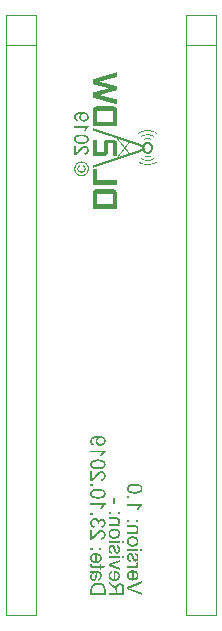
<source format=gbo>
G04*
G04 #@! TF.GenerationSoftware,Altium Limited,Altium Designer,21.0.9 (235)*
G04*
G04 Layer_Color=32896*
%FSLAX25Y25*%
%MOIN*%
G70*
G04*
G04 #@! TF.SameCoordinates,D00D0935-9F2D-4F80-BADC-0BB803B56EC7*
G04*
G04*
G04 #@! TF.FilePolarity,Positive*
G04*
G01*
G75*
%ADD10C,0.00394*%
G36*
X52233Y279625D02*
X52026D01*
Y279573D01*
X51870D01*
Y279521D01*
X51715D01*
Y279470D01*
X51508D01*
Y279418D01*
X51352D01*
Y279366D01*
X51145D01*
Y279314D01*
X50938D01*
Y279262D01*
X50731D01*
Y279211D01*
X50575D01*
Y279159D01*
X50368D01*
Y279107D01*
X50212D01*
Y279055D01*
X50057D01*
Y279003D01*
X49850D01*
Y278952D01*
X49694D01*
Y278900D01*
X49435D01*
Y278848D01*
X49280D01*
Y278796D01*
X49073D01*
Y278744D01*
X48917D01*
Y278693D01*
X48710D01*
Y278641D01*
X48555D01*
Y278589D01*
X48399D01*
Y278537D01*
X48192D01*
Y278485D01*
X48037D01*
Y278433D01*
X47985D01*
Y278485D01*
X47933D01*
Y278433D01*
X47778D01*
Y278382D01*
X47570D01*
Y278330D01*
X47415D01*
Y278278D01*
X47260D01*
Y278226D01*
X47104D01*
Y278174D01*
X46897D01*
Y278123D01*
X46690D01*
Y278071D01*
X46534D01*
Y278019D01*
X46483D01*
Y278071D01*
X46431D01*
Y277967D01*
X46483D01*
Y277916D01*
X46586D01*
Y277864D01*
X46742D01*
Y277812D01*
X47052D01*
Y277760D01*
X47208D01*
Y277708D01*
X47415D01*
Y277657D01*
X47622D01*
Y277605D01*
X47778D01*
Y277553D01*
X47985D01*
Y277501D01*
X48192D01*
Y277449D01*
X48399D01*
Y277397D01*
X48658D01*
Y277346D01*
X48866D01*
Y277294D01*
X49021D01*
Y277242D01*
X49228D01*
Y277190D01*
X49435D01*
Y277138D01*
X49591D01*
Y277087D01*
X49798D01*
Y277035D01*
X50005D01*
Y276983D01*
X50264D01*
Y276931D01*
X50471D01*
Y276880D01*
X50679D01*
Y276828D01*
X50834D01*
Y276776D01*
X51041D01*
Y276724D01*
X51249D01*
Y276672D01*
X51404D01*
Y276621D01*
X51611D01*
Y276569D01*
X51818D01*
Y276517D01*
X52077D01*
Y276465D01*
X52233D01*
Y275170D01*
X52077D01*
Y275118D01*
X51922D01*
Y275066D01*
X51715D01*
Y275015D01*
X51559D01*
Y274963D01*
X51352D01*
Y274911D01*
X51197D01*
Y274859D01*
X50938D01*
Y274807D01*
X50731D01*
Y274756D01*
X50575D01*
Y274704D01*
X50368D01*
Y274652D01*
X50212D01*
Y274600D01*
X50057D01*
Y274548D01*
X49850D01*
Y274497D01*
X49591D01*
Y274445D01*
X49384D01*
Y274393D01*
X49228D01*
Y274341D01*
X49073D01*
Y274289D01*
X48866D01*
Y274237D01*
X48710D01*
Y274186D01*
X48503D01*
Y274134D01*
X48347D01*
Y274082D01*
X48140D01*
Y274030D01*
X47881D01*
Y273978D01*
X47726D01*
Y273927D01*
X47519D01*
Y273875D01*
X47363D01*
Y273823D01*
X47156D01*
Y273771D01*
X47001D01*
Y273720D01*
X46793D01*
Y273668D01*
X46638D01*
Y273616D01*
X46483D01*
Y273564D01*
X46431D01*
Y273512D01*
X46483D01*
Y273461D01*
X46690D01*
Y273409D01*
X46845D01*
Y273357D01*
X46897D01*
Y273409D01*
X46949D01*
Y273357D01*
X47104D01*
Y273305D01*
X47311D01*
Y273253D01*
X47519D01*
Y273201D01*
X47674D01*
Y273150D01*
X47881D01*
Y273098D01*
X48037D01*
Y273046D01*
X48244D01*
Y272994D01*
X48503D01*
Y272942D01*
X48607D01*
Y272891D01*
X48658D01*
Y272942D01*
X48710D01*
Y272891D01*
X48866D01*
Y272839D01*
X49073D01*
Y272787D01*
X49280D01*
Y272735D01*
X49435D01*
Y272684D01*
X49643D01*
Y272632D01*
X49798D01*
Y272580D01*
X50005D01*
Y272528D01*
X50264D01*
Y272476D01*
X50471D01*
Y272424D01*
X50679D01*
Y272373D01*
X50834D01*
Y272321D01*
X51041D01*
Y272269D01*
X51197D01*
Y272217D01*
X51404D01*
Y272165D01*
X51611D01*
Y272114D01*
X51767D01*
Y272062D01*
X51974D01*
Y272010D01*
X52233D01*
Y270404D01*
X52129D01*
Y270456D01*
X51922D01*
Y270508D01*
X51715D01*
Y270560D01*
X51508D01*
Y270611D01*
X51352D01*
Y270663D01*
X51197D01*
Y270715D01*
X50990D01*
Y270767D01*
X50834D01*
Y270819D01*
X50679D01*
Y270870D01*
X50471D01*
Y270922D01*
X50212D01*
Y270974D01*
X50057D01*
Y271026D01*
X49902D01*
Y271078D01*
X49694D01*
Y271129D01*
X49539D01*
Y271181D01*
X49332D01*
Y271233D01*
X49176D01*
Y271285D01*
X49021D01*
Y271337D01*
X48762D01*
Y271388D01*
X48607D01*
Y271440D01*
X48399D01*
Y271492D01*
X48244D01*
Y271544D01*
X48037D01*
Y271596D01*
X47881D01*
Y271647D01*
X47726D01*
Y271699D01*
X47519D01*
Y271751D01*
X47363D01*
Y271803D01*
X47104D01*
Y271855D01*
X46897D01*
Y271906D01*
X46742D01*
Y271958D01*
X46586D01*
Y272010D01*
X46431D01*
Y272062D01*
X46224D01*
Y272114D01*
X46068D01*
Y272165D01*
X45913D01*
Y272217D01*
X45706D01*
Y272269D01*
X45447D01*
Y272321D01*
X45291D01*
Y272373D01*
X45136D01*
Y272424D01*
X44929D01*
Y272476D01*
X44773D01*
Y272528D01*
X44566D01*
Y272580D01*
X44410D01*
Y272632D01*
X44203D01*
Y272684D01*
X44048D01*
Y274341D01*
X44203D01*
Y274393D01*
X44359D01*
Y274445D01*
X44566D01*
Y274497D01*
X44721D01*
Y274548D01*
X44929D01*
Y274600D01*
X45084D01*
Y274652D01*
X45239D01*
Y274704D01*
X45550D01*
Y274756D01*
X45706D01*
Y274807D01*
X45913D01*
Y274859D01*
X46068D01*
Y274911D01*
X46275D01*
Y274963D01*
X46431D01*
Y275015D01*
X46586D01*
Y275066D01*
X46793D01*
Y275118D01*
X47052D01*
Y275170D01*
X47260D01*
Y275222D01*
X47415D01*
Y275274D01*
X47622D01*
Y275325D01*
X47778D01*
Y275377D01*
X47985D01*
Y275429D01*
X48140D01*
Y275481D01*
X48296D01*
Y275533D01*
X48503D01*
Y275584D01*
X48762D01*
Y275636D01*
X48969D01*
Y275688D01*
X49125D01*
Y275740D01*
X49228D01*
Y275843D01*
X49073D01*
Y275895D01*
X48917D01*
Y275947D01*
X48710D01*
Y275999D01*
X48555D01*
Y276051D01*
X48347D01*
Y276102D01*
X48140D01*
Y276154D01*
X47985D01*
Y276206D01*
X47778D01*
Y276258D01*
X47726D01*
Y276206D01*
X47674D01*
Y276258D01*
X47519D01*
Y276310D01*
X47311D01*
Y276361D01*
X47156D01*
Y276413D01*
X46949D01*
Y276465D01*
X46742D01*
Y276517D01*
X46586D01*
Y276569D01*
X46379D01*
Y276621D01*
X46224D01*
Y276672D01*
X46016D01*
Y276724D01*
X45965D01*
Y276672D01*
X45913D01*
Y276724D01*
X45757D01*
Y276776D01*
X45550D01*
Y276828D01*
X45395D01*
Y276880D01*
X45188D01*
Y276931D01*
X44980D01*
Y276983D01*
X44825D01*
Y277035D01*
X44618D01*
Y277087D01*
X44462D01*
Y277138D01*
X44151D01*
Y277190D01*
X44048D01*
Y278796D01*
X44203D01*
Y278848D01*
X44410D01*
Y278900D01*
X44566D01*
Y278952D01*
X44721D01*
Y279003D01*
X44877D01*
Y279055D01*
X45084D01*
Y279107D01*
X45239D01*
Y279159D01*
X45498D01*
Y279211D01*
X45654D01*
Y279262D01*
X45809D01*
Y279314D01*
X46016D01*
Y279366D01*
X46120D01*
Y279418D01*
X46327D01*
Y279470D01*
X46483D01*
Y279521D01*
X46638D01*
Y279573D01*
X46793D01*
Y279625D01*
X46845D01*
Y279573D01*
X46897D01*
Y279625D01*
X47052D01*
Y279677D01*
X47260D01*
Y279729D01*
X47363D01*
Y279780D01*
X47570D01*
Y279832D01*
X47726D01*
Y279884D01*
X47881D01*
Y279936D01*
X48088D01*
Y279988D01*
X48296D01*
Y280039D01*
X48503D01*
Y280091D01*
X48658D01*
Y280143D01*
X48814D01*
Y280195D01*
X48969D01*
Y280247D01*
X49125D01*
Y280298D01*
X49332D01*
Y280350D01*
X49487D01*
Y280402D01*
X49643D01*
Y280454D01*
X49798D01*
Y280506D01*
X49850D01*
Y280454D01*
X49902D01*
Y280506D01*
X50057D01*
Y280557D01*
X50212D01*
Y280609D01*
X50420D01*
Y280661D01*
X50575D01*
Y280713D01*
X50731D01*
Y280765D01*
X50886D01*
Y280817D01*
X51041D01*
Y280868D01*
X51249D01*
Y280920D01*
X51404D01*
Y280972D01*
X51663D01*
Y281024D01*
X51818D01*
Y281076D01*
X51974D01*
Y281127D01*
X52129D01*
Y281179D01*
X52233D01*
Y279625D01*
D02*
G37*
G36*
X50420Y269731D02*
X51093D01*
Y269679D01*
X51249D01*
Y269627D01*
X51352D01*
Y269575D01*
X51456D01*
Y269524D01*
X51559D01*
Y269472D01*
X51663D01*
Y269368D01*
X51767D01*
Y269316D01*
X51818D01*
Y269213D01*
X51870D01*
Y269161D01*
X51922D01*
Y269109D01*
X51974D01*
Y269005D01*
X52026D01*
Y268902D01*
X52077D01*
Y268798D01*
X52129D01*
Y268643D01*
X52181D01*
Y268436D01*
X52233D01*
Y263100D01*
X43996D01*
Y268384D01*
X44048D01*
Y268746D01*
X44100D01*
Y268954D01*
X44151D01*
Y269057D01*
X44203D01*
Y269161D01*
X44255D01*
Y269265D01*
X44307D01*
Y269316D01*
X44359D01*
Y269368D01*
X44410D01*
Y269420D01*
X44462D01*
Y269472D01*
X44514D01*
Y269524D01*
X44618D01*
Y269575D01*
X44721D01*
Y269627D01*
X44825D01*
Y269679D01*
X45032D01*
Y269731D01*
X45706D01*
Y269782D01*
X50420D01*
Y269731D01*
D02*
G37*
G36*
X63163Y261753D02*
X63474D01*
Y261701D01*
X63733D01*
Y261649D01*
X63940D01*
Y261598D01*
X64095D01*
Y261546D01*
X64251D01*
Y261494D01*
X64458D01*
Y261442D01*
X64562D01*
Y261390D01*
X64717D01*
Y261339D01*
X64821D01*
Y261287D01*
X64924D01*
Y261235D01*
X65028D01*
Y261183D01*
X65131D01*
Y261132D01*
X65235D01*
Y261080D01*
X65287D01*
Y261028D01*
X65391D01*
Y260976D01*
X65442D01*
Y260924D01*
X65494D01*
Y260873D01*
X65546D01*
Y260717D01*
X65494D01*
Y260665D01*
X65287D01*
Y260717D01*
X65183D01*
Y260769D01*
X65131D01*
Y260821D01*
X65028D01*
Y260873D01*
X64924D01*
Y260924D01*
X64872D01*
Y260976D01*
X64769D01*
Y261028D01*
X64665D01*
Y261080D01*
X64562D01*
Y261132D01*
X64458D01*
Y261183D01*
X64251D01*
Y261235D01*
X64095D01*
Y261287D01*
X63888D01*
Y261339D01*
X63733D01*
Y261390D01*
X63526D01*
Y261442D01*
X63319D01*
Y261494D01*
X62904D01*
Y261546D01*
X61868D01*
Y261494D01*
X61505D01*
Y261442D01*
X61246D01*
Y261390D01*
X60987D01*
Y261339D01*
X60832D01*
Y261287D01*
X60625D01*
Y261235D01*
X60521D01*
Y261183D01*
X60366D01*
Y261132D01*
X60158D01*
Y261080D01*
X60107D01*
Y261028D01*
X60003D01*
Y260976D01*
X59899D01*
Y260924D01*
X59848D01*
Y260873D01*
X59692D01*
Y260821D01*
X59641D01*
Y260769D01*
X59589D01*
Y260717D01*
X59485D01*
Y260665D01*
X59278D01*
Y260717D01*
X59226D01*
Y260769D01*
X59174D01*
Y260821D01*
X59226D01*
Y260924D01*
X59278D01*
Y260976D01*
X59382D01*
Y261028D01*
X59485D01*
Y261080D01*
X59537D01*
Y261132D01*
X59641D01*
Y261183D01*
X59744D01*
Y261235D01*
X59796D01*
Y261287D01*
X59951D01*
Y261339D01*
X60055D01*
Y261390D01*
X60158D01*
Y261442D01*
X60314D01*
Y261494D01*
X60469D01*
Y261546D01*
X60625D01*
Y261598D01*
X60780D01*
Y261649D01*
X61039D01*
Y261701D01*
X61246D01*
Y261753D01*
X61609D01*
Y261805D01*
X63163D01*
Y261753D01*
D02*
G37*
G36*
X62749Y260406D02*
X63111D01*
Y260354D01*
X63370D01*
Y260303D01*
X63578D01*
Y260251D01*
X63733D01*
Y260199D01*
X63888D01*
Y260147D01*
X63992D01*
Y260096D01*
X64095D01*
Y260044D01*
X64251D01*
Y259992D01*
X64303D01*
Y259940D01*
X64354D01*
Y259888D01*
X64458D01*
Y259836D01*
X64510D01*
Y259629D01*
X64458D01*
Y259577D01*
X64303D01*
Y259629D01*
X64199D01*
Y259681D01*
X64095D01*
Y259733D01*
X64044D01*
Y259785D01*
X63940D01*
Y259836D01*
X63836D01*
Y259888D01*
X63681D01*
Y259940D01*
X63578D01*
Y259992D01*
X63422D01*
Y260044D01*
X63215D01*
Y260096D01*
X62956D01*
Y260147D01*
X61816D01*
Y260096D01*
X61505D01*
Y260044D01*
X61350D01*
Y259992D01*
X61194D01*
Y259940D01*
X61039D01*
Y259888D01*
X60935D01*
Y259836D01*
X60832D01*
Y259785D01*
X60728D01*
Y259733D01*
X60625D01*
Y259681D01*
X60573D01*
Y259629D01*
X60469D01*
Y259577D01*
X60262D01*
Y259629D01*
X60210D01*
Y259836D01*
X60314D01*
Y259888D01*
X60366D01*
Y259940D01*
X60469D01*
Y259992D01*
X60521D01*
Y260044D01*
X60625D01*
Y260096D01*
X60728D01*
Y260147D01*
X60884D01*
Y260199D01*
X61039D01*
Y260251D01*
X61194D01*
Y260303D01*
X61402D01*
Y260354D01*
X61661D01*
Y260406D01*
X62023D01*
Y260458D01*
X62749D01*
Y260406D01*
D02*
G37*
G36*
X62645Y259163D02*
X62904D01*
Y259111D01*
X63060D01*
Y259059D01*
X63163D01*
Y259008D01*
X63319D01*
Y258956D01*
X63422D01*
Y258904D01*
X63474D01*
Y258852D01*
X63526D01*
Y258645D01*
X63422D01*
Y258593D01*
X63267D01*
Y258645D01*
X63215D01*
Y258697D01*
X63163D01*
Y258749D01*
X63060D01*
Y258800D01*
X62956D01*
Y258852D01*
X62749D01*
Y258904D01*
X62023D01*
Y258852D01*
X61816D01*
Y258800D01*
X61713D01*
Y258749D01*
X61609D01*
Y258697D01*
X61505D01*
Y258645D01*
X61454D01*
Y258593D01*
X61298D01*
Y258645D01*
X61246D01*
Y258697D01*
X61194D01*
Y258852D01*
X61246D01*
Y258904D01*
X61350D01*
Y258956D01*
X61454D01*
Y259008D01*
X61505D01*
Y259059D01*
X61661D01*
Y259111D01*
X61816D01*
Y259163D01*
X62593D01*
Y259215D01*
X62645D01*
Y259163D01*
D02*
G37*
G36*
X50834Y258541D02*
X51249D01*
Y258490D01*
X51456D01*
Y258438D01*
X51611D01*
Y258386D01*
X51715D01*
Y258334D01*
X51767D01*
Y258282D01*
X51870D01*
Y258231D01*
X51922D01*
Y258179D01*
X51974D01*
Y258075D01*
X52026D01*
Y258023D01*
X52077D01*
Y257868D01*
X52129D01*
Y257713D01*
X52181D01*
Y253361D01*
X50782D01*
Y257402D01*
X49073D01*
Y254242D01*
X49021D01*
Y254035D01*
X48969D01*
Y253879D01*
X48917D01*
Y253776D01*
X48866D01*
Y253724D01*
X48814D01*
Y253672D01*
X48762D01*
Y253620D01*
X48710D01*
Y253568D01*
X48658D01*
Y253517D01*
X48555D01*
Y253465D01*
X48503D01*
Y253413D01*
X48399D01*
Y253361D01*
X48244D01*
Y253309D01*
X47985D01*
Y253257D01*
X44048D01*
Y258541D01*
X45395D01*
Y254501D01*
X45447D01*
Y254449D01*
X47674D01*
Y257713D01*
X47726D01*
Y257868D01*
X47778D01*
Y257972D01*
X47829D01*
Y258075D01*
X47881D01*
Y258127D01*
X47933D01*
Y258179D01*
X47985D01*
Y258231D01*
X48037D01*
Y258282D01*
X48140D01*
Y258334D01*
X48192D01*
Y258386D01*
X48296D01*
Y258438D01*
X48503D01*
Y258490D01*
X48658D01*
Y258541D01*
X49228D01*
Y258593D01*
X50834D01*
Y258541D01*
D02*
G37*
G36*
X44151Y262478D02*
X44255D01*
Y262427D01*
X44410D01*
Y262375D01*
X44566D01*
Y262323D01*
X44773D01*
Y262271D01*
X44929D01*
Y262219D01*
X45084D01*
Y262168D01*
X45239D01*
Y262116D01*
X45395D01*
Y262064D01*
X45550D01*
Y262012D01*
X45706D01*
Y261960D01*
X45809D01*
Y261909D01*
X45965D01*
Y261857D01*
X46172D01*
Y261805D01*
X46327D01*
Y261753D01*
X46483D01*
Y261701D01*
X46638D01*
Y261649D01*
X46793D01*
Y261598D01*
X46949D01*
Y261546D01*
X47104D01*
Y261494D01*
X47260D01*
Y261442D01*
X47415D01*
Y261390D01*
X47570D01*
Y261339D01*
X47726D01*
Y261287D01*
X47881D01*
Y261235D01*
X48037D01*
Y261183D01*
X48192D01*
Y261132D01*
X48347D01*
Y261080D01*
X48503D01*
Y261028D01*
X48607D01*
Y260976D01*
X48866D01*
Y260924D01*
X48969D01*
Y260873D01*
X49125D01*
Y260821D01*
X49280D01*
Y260769D01*
X49435D01*
Y260717D01*
X49591D01*
Y260665D01*
X49746D01*
Y260613D01*
X49850D01*
Y260562D01*
X50005D01*
Y260510D01*
X50212D01*
Y260458D01*
X50368D01*
Y260406D01*
X50523D01*
Y260354D01*
X50679D01*
Y260303D01*
X50834D01*
Y260251D01*
X50990D01*
Y260199D01*
X51145D01*
Y260147D01*
X51249D01*
Y260096D01*
X51508D01*
Y260044D01*
X51611D01*
Y259992D01*
X51767D01*
Y259940D01*
X51922D01*
Y259888D01*
X52077D01*
Y259836D01*
X52233D01*
Y259785D01*
X52388D01*
Y259733D01*
X52492D01*
Y259681D01*
X52647D01*
Y259629D01*
X52906D01*
Y259577D01*
X53010D01*
Y259526D01*
X53165D01*
Y259474D01*
X53321D01*
Y259422D01*
X53476D01*
Y259370D01*
X53631D01*
Y259318D01*
X53787D01*
Y259267D01*
X53890D01*
Y259215D01*
X54149D01*
Y259163D01*
X54253D01*
Y259111D01*
X54408D01*
Y259059D01*
X54564D01*
Y259008D01*
X54719D01*
Y258956D01*
X54875D01*
Y258904D01*
X55030D01*
Y258852D01*
X55186D01*
Y258800D01*
X55289D01*
Y258749D01*
X55548D01*
Y258697D01*
X55652D01*
Y258645D01*
X55807D01*
Y258593D01*
X55963D01*
Y258541D01*
X56170D01*
Y258490D01*
X56273D01*
Y258438D01*
X56429D01*
Y258386D01*
X56584D01*
Y258334D01*
X56791D01*
Y258282D01*
X56947D01*
Y258231D01*
X57102D01*
Y258179D01*
X57258D01*
Y258127D01*
X57361D01*
Y258075D01*
X57517D01*
Y258023D01*
X57672D01*
Y257972D01*
X57827D01*
Y257920D01*
X57983D01*
Y257868D01*
X58190D01*
Y257816D01*
X58345D01*
Y257764D01*
X58501D01*
Y257713D01*
X58656D01*
Y257661D01*
X58760D01*
Y257609D01*
X58967D01*
Y257557D01*
X59123D01*
Y257505D01*
X59226D01*
Y257453D01*
X59382D01*
Y257402D01*
X59537D01*
Y257350D01*
X59641D01*
Y257298D01*
X59744D01*
Y257246D01*
X59899D01*
Y257194D01*
X60003D01*
Y257143D01*
X60107D01*
Y257091D01*
X60210D01*
Y257039D01*
X60314D01*
Y256987D01*
X60417D01*
Y256936D01*
X60469D01*
Y256884D01*
X60573D01*
Y256832D01*
X60625D01*
Y256780D01*
X60780D01*
Y256884D01*
X60832D01*
Y256987D01*
X60884D01*
Y257091D01*
X60935D01*
Y257143D01*
X60987D01*
Y257246D01*
X61039D01*
Y257298D01*
X61091D01*
Y257350D01*
X61143D01*
Y257402D01*
X61194D01*
Y257453D01*
X61246D01*
Y257505D01*
X61298D01*
Y257557D01*
X61350D01*
Y257609D01*
X61402D01*
Y257661D01*
X61505D01*
Y257713D01*
X61557D01*
Y257764D01*
X61661D01*
Y257816D01*
X61816D01*
Y257868D01*
X62023D01*
Y257920D01*
X62697D01*
Y257868D01*
X62904D01*
Y257816D01*
X63060D01*
Y257764D01*
X63163D01*
Y257713D01*
X63215D01*
Y257661D01*
X63319D01*
Y257609D01*
X63370D01*
Y257557D01*
X63422D01*
Y257505D01*
X63474D01*
Y257453D01*
X63526D01*
Y257402D01*
X63578D01*
Y257350D01*
X63629D01*
Y257298D01*
X63681D01*
Y257246D01*
X63733D01*
Y257143D01*
X63785D01*
Y257091D01*
X63836D01*
Y256987D01*
X63888D01*
Y256884D01*
X63940D01*
Y256780D01*
X63992D01*
Y256625D01*
X64044D01*
Y256469D01*
X64095D01*
Y255433D01*
X64044D01*
Y255226D01*
X63992D01*
Y255071D01*
X63940D01*
Y254967D01*
X63888D01*
Y254863D01*
X63836D01*
Y254812D01*
X63785D01*
Y254708D01*
X63733D01*
Y254656D01*
X63681D01*
Y254553D01*
X63629D01*
Y254501D01*
X63578D01*
Y254449D01*
X63526D01*
Y254397D01*
X63474D01*
Y254345D01*
X63370D01*
Y254294D01*
X63319D01*
Y254242D01*
X63267D01*
Y254190D01*
X63163D01*
Y254138D01*
X63111D01*
Y254086D01*
X63008D01*
Y254035D01*
X62956D01*
Y254086D01*
X62904D01*
Y254035D01*
X62749D01*
Y253983D01*
X62541D01*
Y253931D01*
X62231D01*
Y253983D01*
X61972D01*
Y254035D01*
X61764D01*
Y254086D01*
X61609D01*
Y254138D01*
X61557D01*
Y254190D01*
X61454D01*
Y254242D01*
X61350D01*
Y254345D01*
X61246D01*
Y254397D01*
X61194D01*
Y254449D01*
X61143D01*
Y254501D01*
X61091D01*
Y254553D01*
X61039D01*
Y254656D01*
X60987D01*
Y254708D01*
X60935D01*
Y254760D01*
X60884D01*
Y254863D01*
X60832D01*
Y254967D01*
X60780D01*
Y255019D01*
X60625D01*
Y254967D01*
X60573D01*
Y254915D01*
X60469D01*
Y254863D01*
X60417D01*
Y254812D01*
X60314D01*
Y254760D01*
X60210D01*
Y254708D01*
X60107D01*
Y254656D01*
X60055D01*
Y254604D01*
X59899D01*
Y254553D01*
X59796D01*
Y254501D01*
X59692D01*
Y254449D01*
X59537D01*
Y254397D01*
X59382D01*
Y254345D01*
X59278D01*
Y254294D01*
X59123D01*
Y254242D01*
X58967D01*
Y254190D01*
X58812D01*
Y254138D01*
X58656D01*
Y254086D01*
X58501D01*
Y254035D01*
X58294D01*
Y253983D01*
X58138D01*
Y253931D01*
X57983D01*
Y253879D01*
X57827D01*
Y253827D01*
X57724D01*
Y253776D01*
X57568D01*
Y253724D01*
X57413D01*
Y253672D01*
X57258D01*
Y253620D01*
X57050D01*
Y253568D01*
X56895D01*
Y253517D01*
X56739D01*
Y253465D01*
X56584D01*
Y253413D01*
X56480D01*
Y253361D01*
X56325D01*
Y253309D01*
X56170D01*
Y253257D01*
X56014D01*
Y253206D01*
X55859D01*
Y253154D01*
X55652D01*
Y253102D01*
X55496D01*
Y253050D01*
X55341D01*
Y252998D01*
X55186D01*
Y252947D01*
X55082D01*
Y252895D01*
X54926D01*
Y252843D01*
X54771D01*
Y252791D01*
X54616D01*
Y252740D01*
X54408D01*
Y252688D01*
X54253D01*
Y252636D01*
X54098D01*
Y252584D01*
X53942D01*
Y252532D01*
X53787D01*
Y252481D01*
X53683D01*
Y252429D01*
X53528D01*
Y252377D01*
X53372D01*
Y252325D01*
X53217D01*
Y252273D01*
X53010D01*
Y252221D01*
X52854D01*
Y252170D01*
X52699D01*
Y252118D01*
X52543D01*
Y252066D01*
X52440D01*
Y252014D01*
X52284D01*
Y251962D01*
X52129D01*
Y251911D01*
X51974D01*
Y251859D01*
X51767D01*
Y251807D01*
X51611D01*
Y251755D01*
X51456D01*
Y251704D01*
X51352D01*
Y251652D01*
X51145D01*
Y251600D01*
X50990D01*
Y251548D01*
X50834D01*
Y251496D01*
X50679D01*
Y251445D01*
X50471D01*
Y251393D01*
X50316D01*
Y251341D01*
X50212D01*
Y251289D01*
X50057D01*
Y251237D01*
X49902D01*
Y251185D01*
X49746D01*
Y251134D01*
X49591D01*
Y251082D01*
X49435D01*
Y251030D01*
X49280D01*
Y250978D01*
X49176D01*
Y250926D01*
X49021D01*
Y250875D01*
X48866D01*
Y250823D01*
X48710D01*
Y250771D01*
X48555D01*
Y250719D01*
X48399D01*
Y250667D01*
X48244D01*
Y250616D01*
X48088D01*
Y250564D01*
X47933D01*
Y250512D01*
X47881D01*
Y250564D01*
X47829D01*
Y250512D01*
X47674D01*
Y250460D01*
X47570D01*
Y250408D01*
X47415D01*
Y250357D01*
X47260D01*
Y250305D01*
X47104D01*
Y250253D01*
X47001D01*
Y250201D01*
X46845D01*
Y250149D01*
X46638D01*
Y250098D01*
X46431D01*
Y250046D01*
X46275D01*
Y249994D01*
X46172D01*
Y249942D01*
X46016D01*
Y249890D01*
X45861D01*
Y249839D01*
X45706D01*
Y249787D01*
X45602D01*
Y249735D01*
X45447D01*
Y249683D01*
X45291D01*
Y249631D01*
X45239D01*
Y249683D01*
X45188D01*
Y249631D01*
X45032D01*
Y249580D01*
X44929D01*
Y249528D01*
X44773D01*
Y249476D01*
X44618D01*
Y249424D01*
X44462D01*
Y249372D01*
X44359D01*
Y249321D01*
X44203D01*
Y249269D01*
X44048D01*
Y250046D01*
X44151D01*
Y250098D01*
X44307D01*
Y250149D01*
X44514D01*
Y250201D01*
X44669D01*
Y250253D01*
X44773D01*
Y250305D01*
X44929D01*
Y250357D01*
X45188D01*
Y250408D01*
X45343D01*
Y250460D01*
X45498D01*
Y250512D01*
X45602D01*
Y250564D01*
X45757D01*
Y250616D01*
X45913D01*
Y250667D01*
X46068D01*
Y250719D01*
X46224D01*
Y250771D01*
X46431D01*
Y250823D01*
X46586D01*
Y250875D01*
X46742D01*
Y250926D01*
X46897D01*
Y250978D01*
X47001D01*
Y251030D01*
X47156D01*
Y251082D01*
X47311D01*
Y251134D01*
X47467D01*
Y251185D01*
X47570D01*
Y251237D01*
X47622D01*
Y251185D01*
X47674D01*
Y251237D01*
X47829D01*
Y251289D01*
X47985D01*
Y251341D01*
X48140D01*
Y251393D01*
X48244D01*
Y251445D01*
X48399D01*
Y251496D01*
X48555D01*
Y251548D01*
X48710D01*
Y251600D01*
X48866D01*
Y251652D01*
X49021D01*
Y251704D01*
X49228D01*
Y251755D01*
X49384D01*
Y251807D01*
X49539D01*
Y251859D01*
X49643D01*
Y251911D01*
X49798D01*
Y251962D01*
X49953D01*
Y252014D01*
X50109D01*
Y252066D01*
X50264D01*
Y252118D01*
X50471D01*
Y252170D01*
X50627D01*
Y252221D01*
X50782D01*
Y252273D01*
X50938D01*
Y252325D01*
X51093D01*
Y252377D01*
X51249D01*
Y252429D01*
X51404D01*
Y252481D01*
X51508D01*
Y252532D01*
X51663D01*
Y252584D01*
X51870D01*
Y252636D01*
X51974D01*
Y252688D01*
X52026D01*
Y252740D01*
X52129D01*
Y252791D01*
X52181D01*
Y252843D01*
X52233D01*
Y252947D01*
X52284D01*
Y253050D01*
X52336D01*
Y253102D01*
X52388D01*
Y253154D01*
X52440D01*
Y253206D01*
X52492D01*
Y253257D01*
X52543D01*
Y253361D01*
X52595D01*
Y253413D01*
X52647D01*
Y253465D01*
X52699D01*
Y253517D01*
X52751D01*
Y253620D01*
X52803D01*
Y253672D01*
X52854D01*
Y253724D01*
X52906D01*
Y253776D01*
X52958D01*
Y253879D01*
X53010D01*
Y253931D01*
X53062D01*
Y253983D01*
X53113D01*
Y254086D01*
X53165D01*
Y254138D01*
X53217D01*
Y254190D01*
X53269D01*
Y254294D01*
X53321D01*
Y254345D01*
X53372D01*
Y254397D01*
X53424D01*
Y254501D01*
X53476D01*
Y254553D01*
X53528D01*
Y254604D01*
X53580D01*
Y254708D01*
X53631D01*
Y254760D01*
X53683D01*
Y254812D01*
X53735D01*
Y254915D01*
X53787D01*
Y254967D01*
X53839D01*
Y255019D01*
X53890D01*
Y255122D01*
X53942D01*
Y255174D01*
X53994D01*
Y255226D01*
X54046D01*
Y255278D01*
X54098D01*
Y255381D01*
X54149D01*
Y255433D01*
X54201D01*
Y255485D01*
X54253D01*
Y255537D01*
X54305D01*
Y255640D01*
X54357D01*
Y255692D01*
X54408D01*
Y255744D01*
X54460D01*
Y256003D01*
X54408D01*
Y256055D01*
X54357D01*
Y256107D01*
X54305D01*
Y256158D01*
X54253D01*
Y256262D01*
X54201D01*
Y256314D01*
X54149D01*
Y256366D01*
X54098D01*
Y256417D01*
X54046D01*
Y256521D01*
X53994D01*
Y256573D01*
X53942D01*
Y256625D01*
X53890D01*
Y256728D01*
X53839D01*
Y256780D01*
X53787D01*
Y256832D01*
X53735D01*
Y256884D01*
X53683D01*
Y256987D01*
X53631D01*
Y257039D01*
X53580D01*
Y257091D01*
X53528D01*
Y257143D01*
X53476D01*
Y257194D01*
X53424D01*
Y257246D01*
X53372D01*
Y257350D01*
X53321D01*
Y257402D01*
X53269D01*
Y257453D01*
X53217D01*
Y257557D01*
X53165D01*
Y257609D01*
X53113D01*
Y257661D01*
X53062D01*
Y257713D01*
X53010D01*
Y257816D01*
X52958D01*
Y257868D01*
X52906D01*
Y257920D01*
X52854D01*
Y257972D01*
X52803D01*
Y258075D01*
X52751D01*
Y258127D01*
X52699D01*
Y258179D01*
X52647D01*
Y258231D01*
X52595D01*
Y258334D01*
X52543D01*
Y258386D01*
X52492D01*
Y258438D01*
X52440D01*
Y258490D01*
X52388D01*
Y258593D01*
X52336D01*
Y258645D01*
X52284D01*
Y258697D01*
X52233D01*
Y258800D01*
X52181D01*
Y258852D01*
X52129D01*
Y258904D01*
X52077D01*
Y259008D01*
X52026D01*
Y259059D01*
X51974D01*
Y259111D01*
X51870D01*
Y259163D01*
X51818D01*
Y259215D01*
X51715D01*
Y259267D01*
X51559D01*
Y259318D01*
X51404D01*
Y259370D01*
X51197D01*
Y259422D01*
X51041D01*
Y259474D01*
X50886D01*
Y259526D01*
X50731D01*
Y259577D01*
X50575D01*
Y259629D01*
X50471D01*
Y259681D01*
X50316D01*
Y259733D01*
X50109D01*
Y259785D01*
X49953D01*
Y259836D01*
X49746D01*
Y259888D01*
X49591D01*
Y259940D01*
X49487D01*
Y259992D01*
X49332D01*
Y260044D01*
X49176D01*
Y260096D01*
X49021D01*
Y260147D01*
X48866D01*
Y260199D01*
X48710D01*
Y260251D01*
X48607D01*
Y260303D01*
X48555D01*
Y260251D01*
X48503D01*
Y260303D01*
X48347D01*
Y260354D01*
X48244D01*
Y260406D01*
X48088D01*
Y260458D01*
X47933D01*
Y260510D01*
X47778D01*
Y260562D01*
X47622D01*
Y260613D01*
X47467D01*
Y260665D01*
X47311D01*
Y260717D01*
X47104D01*
Y260769D01*
X46949D01*
Y260821D01*
X46845D01*
Y260873D01*
X46690D01*
Y260924D01*
X46534D01*
Y260976D01*
X46379D01*
Y261028D01*
X46224D01*
Y261080D01*
X46068D01*
Y261132D01*
X45861D01*
Y261183D01*
X45706D01*
Y261235D01*
X45602D01*
Y261287D01*
X45447D01*
Y261339D01*
X45239D01*
Y261390D01*
X45136D01*
Y261442D01*
X44980D01*
Y261494D01*
X44825D01*
Y261546D01*
X44669D01*
Y261598D01*
X44410D01*
Y261649D01*
X44255D01*
Y261701D01*
X44151D01*
Y261753D01*
X44048D01*
Y262427D01*
X44100D01*
Y262530D01*
X44151D01*
Y262478D01*
D02*
G37*
G36*
X61402Y253361D02*
X61505D01*
Y253309D01*
X61609D01*
Y253257D01*
X61713D01*
Y253206D01*
X61816D01*
Y253154D01*
X61972D01*
Y253102D01*
X62749D01*
Y253154D01*
X62956D01*
Y253206D01*
X63060D01*
Y253257D01*
X63163D01*
Y253309D01*
X63267D01*
Y253361D01*
X63474D01*
Y253309D01*
X63526D01*
Y253154D01*
X63474D01*
Y253102D01*
X63422D01*
Y253050D01*
X63319D01*
Y252998D01*
X63215D01*
Y252947D01*
X63060D01*
Y252895D01*
X62904D01*
Y252843D01*
X62645D01*
Y252791D01*
X62179D01*
Y252843D01*
X61868D01*
Y252895D01*
X61661D01*
Y252947D01*
X61557D01*
Y252998D01*
X61454D01*
Y253050D01*
X61350D01*
Y253102D01*
X61246D01*
Y253154D01*
X61194D01*
Y253309D01*
X61246D01*
Y253361D01*
X61350D01*
Y253413D01*
X61402D01*
Y253361D01*
D02*
G37*
G36*
X64510Y252170D02*
X64406D01*
Y252118D01*
X64354D01*
Y252066D01*
X64251D01*
Y252014D01*
X64147D01*
Y251962D01*
X64044D01*
Y251911D01*
X63940D01*
Y251859D01*
X63733D01*
Y251807D01*
X63629D01*
Y251755D01*
X63474D01*
Y251704D01*
X63215D01*
Y251652D01*
X62956D01*
Y251600D01*
X61816D01*
Y251652D01*
X61505D01*
Y251704D01*
X61298D01*
Y251755D01*
X61143D01*
Y251807D01*
X60935D01*
Y251859D01*
X60780D01*
Y251911D01*
X60676D01*
Y251962D01*
X60573D01*
Y252014D01*
X60469D01*
Y252066D01*
X60417D01*
Y252118D01*
X60314D01*
Y252170D01*
X60262D01*
Y252221D01*
X60210D01*
Y252377D01*
X60262D01*
Y252429D01*
X60469D01*
Y252377D01*
X60573D01*
Y252325D01*
X60676D01*
Y252273D01*
X60728D01*
Y252221D01*
X60832D01*
Y252170D01*
X60935D01*
Y252118D01*
X61091D01*
Y252066D01*
X61246D01*
Y252014D01*
X61402D01*
Y251962D01*
X61661D01*
Y251911D01*
X62023D01*
Y251859D01*
X62800D01*
Y251911D01*
X63111D01*
Y251962D01*
X63370D01*
Y252014D01*
X63474D01*
Y252066D01*
X63629D01*
Y252118D01*
X63785D01*
Y252170D01*
X63888D01*
Y252221D01*
X63992D01*
Y252273D01*
X64095D01*
Y252325D01*
X64147D01*
Y252377D01*
X64251D01*
Y252429D01*
X64510D01*
Y252170D01*
D02*
G37*
G36*
X65391Y251341D02*
X65494D01*
Y251289D01*
X65546D01*
Y251185D01*
X65494D01*
Y251134D01*
X65442D01*
Y251082D01*
X65391D01*
Y251030D01*
X65339D01*
Y250978D01*
X65235D01*
Y250926D01*
X65131D01*
Y250875D01*
X65080D01*
Y250823D01*
X64924D01*
Y250771D01*
X64821D01*
Y250719D01*
X64717D01*
Y250667D01*
X64562D01*
Y250616D01*
X64458D01*
Y250564D01*
X64303D01*
Y250512D01*
X64095D01*
Y250460D01*
X63888D01*
Y250408D01*
X63629D01*
Y250357D01*
X63370D01*
Y250305D01*
X63008D01*
Y250253D01*
X61764D01*
Y250305D01*
X61350D01*
Y250357D01*
X61091D01*
Y250408D01*
X60884D01*
Y250460D01*
X60676D01*
Y250512D01*
X60521D01*
Y250564D01*
X60469D01*
Y250512D01*
X60417D01*
Y250564D01*
X60262D01*
Y250616D01*
X60158D01*
Y250667D01*
X60055D01*
Y250719D01*
X59951D01*
Y250771D01*
X59796D01*
Y250823D01*
X59692D01*
Y250875D01*
X59641D01*
Y250926D01*
X59537D01*
Y250978D01*
X59433D01*
Y251030D01*
X59330D01*
Y251082D01*
X59278D01*
Y251134D01*
X59226D01*
Y251341D01*
X59330D01*
Y251393D01*
X59433D01*
Y251341D01*
X59537D01*
Y251289D01*
X59641D01*
Y251237D01*
X59692D01*
Y251185D01*
X59796D01*
Y251134D01*
X59899D01*
Y251082D01*
X60003D01*
Y251030D01*
X60107D01*
Y250978D01*
X60210D01*
Y250926D01*
X60314D01*
Y250875D01*
X60417D01*
Y250823D01*
X60625D01*
Y250771D01*
X60832D01*
Y250719D01*
X60987D01*
Y250667D01*
X61246D01*
Y250616D01*
X61557D01*
Y250564D01*
X62075D01*
Y250512D01*
X62697D01*
Y250564D01*
X63215D01*
Y250616D01*
X63474D01*
Y250667D01*
X63733D01*
Y250719D01*
X63888D01*
Y250771D01*
X64199D01*
Y250823D01*
X64303D01*
Y250875D01*
X64458D01*
Y250926D01*
X64562D01*
Y250978D01*
X64717D01*
Y251030D01*
X64769D01*
Y251082D01*
X64872D01*
Y251134D01*
X64976D01*
Y251185D01*
X65028D01*
Y251237D01*
X65131D01*
Y251289D01*
X65183D01*
Y251341D01*
X65339D01*
Y251393D01*
X65391D01*
Y251341D01*
D02*
G37*
G36*
X45395Y245176D02*
X52026D01*
Y243674D01*
X44048D01*
Y248854D01*
X45395D01*
Y245176D01*
D02*
G37*
G36*
X50938Y242120D02*
X51093D01*
Y242068D01*
X51249D01*
Y242016D01*
X51352D01*
Y241965D01*
X51404D01*
Y241913D01*
X51508D01*
Y241861D01*
X51559D01*
Y241809D01*
X51611D01*
Y241757D01*
X51663D01*
Y241706D01*
X51715D01*
Y241654D01*
X51767D01*
Y241550D01*
X51818D01*
Y241498D01*
X51870D01*
Y241395D01*
X51922D01*
Y241291D01*
X51974D01*
Y241188D01*
X52026D01*
Y240980D01*
X52077D01*
Y235697D01*
X44048D01*
Y241084D01*
X44100D01*
Y241291D01*
X44151D01*
Y241447D01*
X44203D01*
Y241602D01*
X44255D01*
Y241654D01*
X44307D01*
Y241757D01*
X44359D01*
Y241809D01*
X44410D01*
Y241861D01*
X44462D01*
Y241913D01*
X44566D01*
Y241965D01*
X44618D01*
Y242016D01*
X44721D01*
Y242068D01*
X44877D01*
Y242120D01*
X45136D01*
Y242172D01*
X50938D01*
Y242120D01*
D02*
G37*
G36*
X40549Y267845D02*
X40701Y267838D01*
X40840Y267831D01*
X40971Y267817D01*
X41092Y267799D01*
X41200Y267782D01*
X41300Y267765D01*
X41390Y267748D01*
X41469Y267727D01*
X41539Y267709D01*
X41598Y267692D01*
X41646Y267675D01*
X41684Y267661D01*
X41712Y267654D01*
X41726Y267647D01*
X41732Y267644D01*
X41819Y267606D01*
X41899Y267561D01*
X41971Y267516D01*
X42040Y267467D01*
X42106Y267419D01*
X42165Y267371D01*
X42220Y267322D01*
X42269Y267274D01*
X42310Y267229D01*
X42348Y267191D01*
X42379Y267153D01*
X42407Y267118D01*
X42424Y267094D01*
X42442Y267073D01*
X42449Y267059D01*
X42452Y267056D01*
X42497Y266983D01*
X42535Y266910D01*
X42570Y266834D01*
X42597Y266761D01*
X42622Y266689D01*
X42642Y266616D01*
X42660Y266550D01*
X42674Y266485D01*
X42684Y266426D01*
X42691Y266374D01*
X42698Y266325D01*
X42701Y266284D01*
X42705Y266249D01*
Y266204D01*
X42701Y266087D01*
X42684Y265973D01*
X42663Y265865D01*
X42636Y265765D01*
X42601Y265668D01*
X42563Y265578D01*
X42525Y265499D01*
X42483Y265423D01*
X42442Y265357D01*
X42400Y265298D01*
X42362Y265246D01*
X42327Y265205D01*
X42300Y265173D01*
X42279Y265149D01*
X42262Y265132D01*
X42258Y265128D01*
X42172Y265052D01*
X42082Y264986D01*
X41985Y264931D01*
X41888Y264879D01*
X41791Y264838D01*
X41694Y264803D01*
X41598Y264775D01*
X41508Y264755D01*
X41421Y264734D01*
X41341Y264724D01*
X41269Y264713D01*
X41206Y264706D01*
X41155Y264703D01*
X41134D01*
X41116Y264699D01*
X41103D01*
X41092D01*
X41089D01*
X41085D01*
X40957Y264703D01*
X40836Y264717D01*
X40719Y264737D01*
X40611Y264762D01*
X40511Y264793D01*
X40418Y264827D01*
X40331Y264865D01*
X40255Y264903D01*
X40186Y264942D01*
X40124Y264980D01*
X40072Y265014D01*
X40030Y265045D01*
X39996Y265070D01*
X39971Y265090D01*
X39954Y265104D01*
X39950Y265108D01*
X39874Y265187D01*
X39809Y265270D01*
X39753Y265353D01*
X39701Y265440D01*
X39660Y265523D01*
X39625Y265606D01*
X39598Y265689D01*
X39577Y265765D01*
X39556Y265838D01*
X39546Y265903D01*
X39535Y265966D01*
X39528Y266014D01*
X39525Y266056D01*
X39522Y266087D01*
Y266114D01*
X39525Y266180D01*
X39528Y266246D01*
X39549Y266367D01*
X39577Y266481D01*
X39591Y266530D01*
X39608Y266578D01*
X39625Y266623D01*
X39639Y266661D01*
X39653Y266692D01*
X39667Y266723D01*
X39677Y266744D01*
X39688Y266761D01*
X39691Y266772D01*
X39694Y266775D01*
X39764Y266886D01*
X39840Y266980D01*
X39878Y267024D01*
X39916Y267062D01*
X39950Y267101D01*
X39989Y267132D01*
X40020Y267163D01*
X40051Y267187D01*
X40078Y267208D01*
X40103Y267229D01*
X40124Y267242D01*
X40137Y267253D01*
X40148Y267256D01*
X40151Y267260D01*
X40124D01*
X40099D01*
X40078D01*
X40061D01*
X40051D01*
X40040D01*
X40037D01*
X40034D01*
X39899Y267256D01*
X39767Y267246D01*
X39646Y267232D01*
X39587Y267222D01*
X39535Y267215D01*
X39487Y267208D01*
X39445Y267197D01*
X39407Y267191D01*
X39376Y267184D01*
X39349Y267177D01*
X39331Y267173D01*
X39317Y267170D01*
X39314D01*
X39252Y267153D01*
X39189Y267135D01*
X39134Y267118D01*
X39079Y267101D01*
X39030Y267080D01*
X38985Y267062D01*
X38944Y267045D01*
X38906Y267028D01*
X38871Y267014D01*
X38840Y266997D01*
X38816Y266986D01*
X38795Y266973D01*
X38778Y266966D01*
X38767Y266959D01*
X38760Y266952D01*
X38757D01*
X38684Y266900D01*
X38618Y266845D01*
X38560Y266789D01*
X38515Y266737D01*
X38477Y266692D01*
X38449Y266654D01*
X38438Y266640D01*
X38432Y266630D01*
X38425Y266623D01*
Y266620D01*
X38383Y266540D01*
X38355Y266460D01*
X38335Y266377D01*
X38317Y266305D01*
X38311Y266239D01*
X38307Y266211D01*
Y266187D01*
X38304Y266170D01*
Y266142D01*
X38307Y266083D01*
X38311Y266028D01*
X38331Y265928D01*
X38359Y265841D01*
X38376Y265800D01*
X38394Y265765D01*
X38407Y265734D01*
X38425Y265703D01*
X38438Y265679D01*
X38452Y265661D01*
X38463Y265644D01*
X38473Y265634D01*
X38477Y265627D01*
X38480Y265623D01*
X38515Y265585D01*
X38556Y265554D01*
X38646Y265495D01*
X38743Y265447D01*
X38840Y265409D01*
X38881Y265395D01*
X38926Y265381D01*
X38964Y265371D01*
X38996Y265364D01*
X39023Y265357D01*
X39044Y265353D01*
X39058Y265350D01*
X39061D01*
X39009Y264786D01*
X38906Y264803D01*
X38809Y264824D01*
X38719Y264852D01*
X38632Y264883D01*
X38553Y264914D01*
X38484Y264952D01*
X38418Y264986D01*
X38359Y265025D01*
X38304Y265059D01*
X38259Y265094D01*
X38221Y265128D01*
X38189Y265156D01*
X38162Y265177D01*
X38144Y265198D01*
X38134Y265208D01*
X38131Y265211D01*
X38075Y265281D01*
X38027Y265353D01*
X37985Y265429D01*
X37951Y265506D01*
X37920Y265582D01*
X37895Y265658D01*
X37874Y265734D01*
X37857Y265807D01*
X37847Y265872D01*
X37837Y265935D01*
X37830Y265990D01*
X37823Y266038D01*
Y266076D01*
X37819Y266108D01*
Y266132D01*
X37823Y266229D01*
X37833Y266322D01*
X37847Y266412D01*
X37864Y266498D01*
X37885Y266582D01*
X37909Y266654D01*
X37933Y266727D01*
X37961Y266789D01*
X37989Y266848D01*
X38013Y266900D01*
X38037Y266945D01*
X38058Y266983D01*
X38075Y267014D01*
X38092Y267035D01*
X38099Y267049D01*
X38103Y267052D01*
X38158Y267125D01*
X38221Y267191D01*
X38286Y267253D01*
X38352Y267312D01*
X38421Y267364D01*
X38490Y267415D01*
X38556Y267457D01*
X38622Y267498D01*
X38684Y267533D01*
X38743Y267564D01*
X38795Y267588D01*
X38840Y267609D01*
X38878Y267627D01*
X38906Y267637D01*
X38923Y267644D01*
X38930Y267647D01*
X39037Y267682D01*
X39148Y267713D01*
X39265Y267741D01*
X39386Y267765D01*
X39508Y267782D01*
X39632Y267799D01*
X39750Y267813D01*
X39864Y267824D01*
X39971Y267831D01*
X40072Y267838D01*
X40162Y267841D01*
X40200Y267845D01*
X40238D01*
X40272D01*
X40303Y267848D01*
X40328D01*
X40348D01*
X40366D01*
X40380D01*
X40387D01*
X40390D01*
X40549Y267845D01*
D02*
G37*
G36*
X42705Y262814D02*
X42646Y262783D01*
X42587Y262748D01*
X42473Y262668D01*
X42366Y262582D01*
X42314Y262537D01*
X42265Y262495D01*
X42224Y262454D01*
X42182Y262416D01*
X42148Y262381D01*
X42116Y262350D01*
X42092Y262326D01*
X42075Y262309D01*
X42065Y262295D01*
X42061Y262291D01*
X41943Y262149D01*
X41836Y262000D01*
X41739Y261855D01*
X41698Y261786D01*
X41656Y261720D01*
X41622Y261662D01*
X41591Y261606D01*
X41563Y261554D01*
X41542Y261513D01*
X41525Y261478D01*
X41511Y261450D01*
X41504Y261437D01*
X41501Y261430D01*
X40933D01*
X40975Y261533D01*
X41023Y261641D01*
X41072Y261744D01*
X41120Y261841D01*
X41144Y261883D01*
X41165Y261924D01*
X41186Y261959D01*
X41203Y261987D01*
X41213Y262011D01*
X41224Y262032D01*
X41231Y262042D01*
X41234Y262046D01*
X41310Y262170D01*
X41348Y262225D01*
X41383Y262281D01*
X41421Y262329D01*
X41452Y262374D01*
X41487Y262416D01*
X41514Y262457D01*
X41542Y262488D01*
X41566Y262520D01*
X41591Y262547D01*
X41608Y262568D01*
X41622Y262585D01*
X41632Y262596D01*
X41639Y262603D01*
X41642Y262606D01*
X37899D01*
Y263194D01*
X42705D01*
Y262814D01*
D02*
G37*
G36*
X40511Y260378D02*
X40629Y260371D01*
X40736Y260364D01*
X40836Y260357D01*
X40930Y260347D01*
X41016Y260336D01*
X41092Y260326D01*
X41162Y260315D01*
X41220Y260305D01*
X41272Y260295D01*
X41314Y260288D01*
X41348Y260281D01*
X41369Y260274D01*
X41386Y260271D01*
X41390D01*
X41466Y260250D01*
X41542Y260226D01*
X41611Y260205D01*
X41677Y260181D01*
X41739Y260153D01*
X41798Y260129D01*
X41853Y260104D01*
X41902Y260080D01*
X41947Y260059D01*
X41985Y260039D01*
X42020Y260021D01*
X42047Y260004D01*
X42068Y259990D01*
X42085Y259980D01*
X42096Y259976D01*
X42099Y259973D01*
X42203Y259900D01*
X42293Y259821D01*
X42373Y259741D01*
X42435Y259665D01*
X42463Y259630D01*
X42483Y259596D01*
X42504Y259568D01*
X42521Y259544D01*
X42532Y259523D01*
X42542Y259509D01*
X42549Y259499D01*
Y259495D01*
X42577Y259440D01*
X42601Y259385D01*
X42639Y259267D01*
X42667Y259153D01*
X42684Y259049D01*
X42691Y259001D01*
X42698Y258959D01*
X42701Y258918D01*
Y258887D01*
X42705Y258859D01*
Y258821D01*
X42701Y258724D01*
X42694Y258634D01*
X42680Y258547D01*
X42660Y258464D01*
X42639Y258388D01*
X42615Y258316D01*
X42590Y258250D01*
X42566Y258191D01*
X42539Y258136D01*
X42514Y258091D01*
X42490Y258049D01*
X42469Y258015D01*
X42452Y257987D01*
X42438Y257970D01*
X42428Y257956D01*
X42424Y257952D01*
X42369Y257890D01*
X42310Y257831D01*
X42248Y257776D01*
X42182Y257724D01*
X42116Y257679D01*
X42047Y257638D01*
X41982Y257596D01*
X41919Y257565D01*
X41860Y257534D01*
X41805Y257506D01*
X41753Y257485D01*
X41712Y257465D01*
X41674Y257451D01*
X41649Y257440D01*
X41632Y257437D01*
X41625Y257433D01*
X41525Y257402D01*
X41418Y257378D01*
X41307Y257354D01*
X41193Y257333D01*
X40964Y257302D01*
X40854Y257292D01*
X40746Y257281D01*
X40646Y257274D01*
X40553Y257271D01*
X40470Y257267D01*
X40400Y257264D01*
X40369D01*
X40341Y257260D01*
X40317D01*
X40297D01*
X40279D01*
X40269D01*
X40262D01*
X40258D01*
X40134D01*
X40013Y257267D01*
X39899Y257271D01*
X39788Y257281D01*
X39681Y257292D01*
X39577Y257305D01*
X39480Y257319D01*
X39386Y257333D01*
X39293Y257350D01*
X39210Y257371D01*
X39127Y257388D01*
X39051Y257409D01*
X38975Y257430D01*
X38906Y257451D01*
X38840Y257475D01*
X38778Y257496D01*
X38722Y257516D01*
X38667Y257541D01*
X38618Y257561D01*
X38570Y257582D01*
X38528Y257603D01*
X38490Y257620D01*
X38456Y257641D01*
X38425Y257658D01*
X38397Y257672D01*
X38376Y257686D01*
X38355Y257700D01*
X38338Y257710D01*
X38328Y257720D01*
X38317Y257727D01*
X38314Y257731D01*
X38311D01*
X38224Y257807D01*
X38148Y257890D01*
X38082Y257977D01*
X38027Y258067D01*
X37978Y258160D01*
X37940Y258250D01*
X37906Y258336D01*
X37881Y258423D01*
X37861Y258506D01*
X37847Y258579D01*
X37833Y258648D01*
X37826Y258707D01*
X37823Y258755D01*
X37819Y258790D01*
Y258821D01*
X37823Y258918D01*
X37833Y259008D01*
X37847Y259094D01*
X37864Y259177D01*
X37885Y259253D01*
X37909Y259323D01*
X37933Y259388D01*
X37961Y259451D01*
X37985Y259502D01*
X38010Y259551D01*
X38034Y259589D01*
X38054Y259624D01*
X38075Y259651D01*
X38089Y259668D01*
X38096Y259682D01*
X38099Y259686D01*
X38155Y259748D01*
X38214Y259807D01*
X38276Y259862D01*
X38342Y259914D01*
X38411Y259959D01*
X38477Y260001D01*
X38542Y260042D01*
X38605Y260077D01*
X38663Y260104D01*
X38719Y260132D01*
X38771Y260153D01*
X38812Y260174D01*
X38850Y260188D01*
X38875Y260198D01*
X38892Y260201D01*
X38899Y260205D01*
X38999Y260236D01*
X39106Y260264D01*
X39217Y260288D01*
X39331Y260309D01*
X39556Y260340D01*
X39667Y260350D01*
X39774Y260361D01*
X39874Y260367D01*
X39964Y260371D01*
X40047Y260374D01*
X40120Y260378D01*
X40151D01*
X40179Y260381D01*
X40203D01*
X40220D01*
X40238D01*
X40248D01*
X40255D01*
X40258D01*
X40390D01*
X40511Y260378D01*
D02*
G37*
G36*
X38463Y254285D02*
X38522Y254323D01*
X38580Y254364D01*
X38632Y254406D01*
X38681Y254444D01*
X38719Y254479D01*
X38750Y254506D01*
X38771Y254523D01*
X38778Y254530D01*
X38812Y254561D01*
X38850Y254603D01*
X38892Y254648D01*
X38940Y254700D01*
X38989Y254755D01*
X39040Y254811D01*
X39141Y254928D01*
X39189Y254984D01*
X39234Y255036D01*
X39276Y255081D01*
X39310Y255125D01*
X39342Y255160D01*
X39362Y255184D01*
X39380Y255202D01*
X39383Y255209D01*
X39480Y255323D01*
X39573Y255430D01*
X39660Y255527D01*
X39740Y255617D01*
X39816Y255700D01*
X39885Y255772D01*
X39947Y255842D01*
X40002Y255901D01*
X40054Y255953D01*
X40099Y255994D01*
X40137Y256032D01*
X40168Y256063D01*
X40193Y256087D01*
X40210Y256101D01*
X40220Y256112D01*
X40224Y256115D01*
X40283Y256164D01*
X40338Y256212D01*
X40393Y256254D01*
X40445Y256292D01*
X40546Y256361D01*
X40591Y256388D01*
X40632Y256413D01*
X40670Y256437D01*
X40705Y256454D01*
X40736Y256471D01*
X40760Y256482D01*
X40781Y256492D01*
X40795Y256499D01*
X40805Y256506D01*
X40809D01*
X40912Y256544D01*
X41013Y256575D01*
X41110Y256596D01*
X41196Y256610D01*
X41234Y256613D01*
X41269Y256617D01*
X41296Y256620D01*
X41324Y256624D01*
X41345D01*
X41359D01*
X41369D01*
X41373D01*
X41476Y256620D01*
X41577Y256606D01*
X41670Y256586D01*
X41760Y256561D01*
X41843Y256530D01*
X41923Y256496D01*
X41995Y256458D01*
X42061Y256423D01*
X42120Y256385D01*
X42172Y256347D01*
X42217Y256312D01*
X42251Y256281D01*
X42283Y256257D01*
X42303Y256236D01*
X42317Y256222D01*
X42321Y256219D01*
X42390Y256139D01*
X42449Y256056D01*
X42497Y255970D01*
X42542Y255880D01*
X42580Y255790D01*
X42611Y255696D01*
X42636Y255610D01*
X42656Y255523D01*
X42674Y255444D01*
X42684Y255368D01*
X42694Y255302D01*
X42698Y255243D01*
X42701Y255195D01*
X42705Y255160D01*
Y255129D01*
X42701Y255004D01*
X42691Y254887D01*
X42674Y254776D01*
X42649Y254672D01*
X42622Y254575D01*
X42590Y254485D01*
X42559Y254406D01*
X42528Y254330D01*
X42494Y254264D01*
X42463Y254205D01*
X42431Y254157D01*
X42404Y254115D01*
X42383Y254084D01*
X42362Y254060D01*
X42352Y254046D01*
X42348Y254043D01*
X42279Y253970D01*
X42203Y253908D01*
X42123Y253849D01*
X42040Y253800D01*
X41954Y253755D01*
X41867Y253717D01*
X41784Y253686D01*
X41701Y253659D01*
X41625Y253638D01*
X41552Y253620D01*
X41487Y253607D01*
X41431Y253596D01*
X41386Y253586D01*
X41352Y253582D01*
X41338D01*
X41328Y253579D01*
X41324D01*
X41321D01*
X41258Y254184D01*
X41341Y254188D01*
X41418Y254195D01*
X41490Y254209D01*
X41559Y254222D01*
X41622Y254243D01*
X41677Y254264D01*
X41732Y254288D01*
X41777Y254312D01*
X41819Y254333D01*
X41857Y254357D01*
X41888Y254378D01*
X41916Y254399D01*
X41933Y254413D01*
X41950Y254427D01*
X41957Y254433D01*
X41961Y254437D01*
X42006Y254485D01*
X42044Y254541D01*
X42078Y254596D01*
X42110Y254651D01*
X42134Y254710D01*
X42154Y254766D01*
X42172Y254821D01*
X42186Y254873D01*
X42196Y254925D01*
X42203Y254970D01*
X42210Y255011D01*
X42213Y255049D01*
X42217Y255077D01*
Y255119D01*
X42213Y255191D01*
X42206Y255260D01*
X42196Y255326D01*
X42179Y255388D01*
X42162Y255444D01*
X42141Y255499D01*
X42120Y255548D01*
X42096Y255593D01*
X42075Y255631D01*
X42051Y255665D01*
X42030Y255696D01*
X42013Y255721D01*
X41995Y255741D01*
X41985Y255755D01*
X41978Y255762D01*
X41975Y255766D01*
X41930Y255811D01*
X41881Y255849D01*
X41833Y255883D01*
X41781Y255911D01*
X41732Y255935D01*
X41684Y255956D01*
X41636Y255973D01*
X41591Y255987D01*
X41549Y255997D01*
X41511Y256004D01*
X41476Y256011D01*
X41445Y256015D01*
X41421Y256018D01*
X41404D01*
X41390D01*
X41386D01*
X41324Y256015D01*
X41262Y256008D01*
X41200Y255994D01*
X41137Y255977D01*
X41016Y255932D01*
X40961Y255904D01*
X40909Y255880D01*
X40861Y255856D01*
X40815Y255828D01*
X40778Y255807D01*
X40743Y255786D01*
X40719Y255766D01*
X40698Y255752D01*
X40684Y255745D01*
X40681Y255741D01*
X40608Y255686D01*
X40528Y255617D01*
X40449Y255544D01*
X40366Y255461D01*
X40279Y255378D01*
X40196Y255288D01*
X40113Y255202D01*
X40034Y255112D01*
X39957Y255029D01*
X39888Y254949D01*
X39823Y254880D01*
X39771Y254814D01*
X39726Y254762D01*
X39708Y254742D01*
X39691Y254724D01*
X39681Y254710D01*
X39670Y254700D01*
X39667Y254693D01*
X39663Y254690D01*
X39587Y254600D01*
X39515Y254513D01*
X39445Y254433D01*
X39380Y254357D01*
X39314Y254288D01*
X39255Y254226D01*
X39200Y254171D01*
X39148Y254119D01*
X39103Y254070D01*
X39061Y254032D01*
X39027Y253998D01*
X38996Y253970D01*
X38971Y253949D01*
X38954Y253935D01*
X38944Y253925D01*
X38940Y253921D01*
X38823Y253828D01*
X38708Y253748D01*
X38601Y253683D01*
X38553Y253652D01*
X38504Y253627D01*
X38463Y253607D01*
X38425Y253586D01*
X38390Y253569D01*
X38359Y253558D01*
X38335Y253548D01*
X38317Y253541D01*
X38307Y253534D01*
X38304D01*
X38231Y253510D01*
X38158Y253492D01*
X38089Y253482D01*
X38030Y253475D01*
X37975Y253472D01*
X37954Y253468D01*
X37933D01*
X37920D01*
X37909D01*
X37902D01*
X37899D01*
Y256631D01*
X38463D01*
Y254285D01*
D02*
G37*
G36*
X40424Y251413D02*
X40542Y251403D01*
X40656Y251385D01*
X40767Y251364D01*
X40874Y251340D01*
X40978Y251313D01*
X41072Y251281D01*
X41162Y251250D01*
X41245Y251219D01*
X41317Y251188D01*
X41383Y251160D01*
X41435Y251136D01*
X41480Y251115D01*
X41511Y251098D01*
X41532Y251088D01*
X41539Y251084D01*
X41646Y251019D01*
X41746Y250949D01*
X41843Y250877D01*
X41930Y250800D01*
X42013Y250724D01*
X42085Y250648D01*
X42154Y250572D01*
X42217Y250500D01*
X42269Y250434D01*
X42317Y250368D01*
X42355Y250313D01*
X42390Y250261D01*
X42414Y250219D01*
X42435Y250192D01*
X42445Y250171D01*
X42449Y250167D01*
Y250164D01*
X42504Y250053D01*
X42556Y249942D01*
X42597Y249832D01*
X42636Y249725D01*
X42667Y249621D01*
X42691Y249520D01*
X42712Y249427D01*
X42729Y249337D01*
X42743Y249254D01*
X42753Y249181D01*
X42760Y249115D01*
X42767Y249060D01*
Y249015D01*
X42770Y248981D01*
Y248953D01*
X42767Y248839D01*
X42757Y248725D01*
X42739Y248610D01*
X42722Y248503D01*
X42694Y248399D01*
X42670Y248299D01*
X42639Y248202D01*
X42611Y248116D01*
X42580Y248036D01*
X42549Y247963D01*
X42525Y247898D01*
X42500Y247846D01*
X42480Y247801D01*
X42463Y247770D01*
X42452Y247749D01*
X42449Y247745D01*
Y247742D01*
X42386Y247635D01*
X42317Y247531D01*
X42248Y247437D01*
X42172Y247347D01*
X42096Y247264D01*
X42020Y247188D01*
X41947Y247119D01*
X41874Y247057D01*
X41805Y247001D01*
X41743Y246953D01*
X41684Y246915D01*
X41636Y246880D01*
X41594Y246853D01*
X41566Y246832D01*
X41546Y246821D01*
X41542Y246818D01*
X41539D01*
X41428Y246759D01*
X41317Y246711D01*
X41206Y246666D01*
X41096Y246628D01*
X40988Y246597D01*
X40888Y246569D01*
X40791Y246548D01*
X40698Y246531D01*
X40615Y246517D01*
X40539Y246507D01*
X40470Y246500D01*
X40414Y246496D01*
X40366Y246493D01*
X40331Y246489D01*
X40321D01*
X40310D01*
X40307D01*
X40303D01*
X40186Y246493D01*
X40068Y246503D01*
X39954Y246520D01*
X39843Y246541D01*
X39736Y246566D01*
X39632Y246593D01*
X39539Y246621D01*
X39449Y246652D01*
X39369Y246683D01*
X39297Y246711D01*
X39231Y246739D01*
X39176Y246763D01*
X39134Y246783D01*
X39103Y246801D01*
X39082Y246811D01*
X39075Y246815D01*
X38968Y246877D01*
X38868Y246946D01*
X38774Y247019D01*
X38684Y247095D01*
X38601Y247171D01*
X38528Y247247D01*
X38459Y247320D01*
X38397Y247392D01*
X38345Y247458D01*
X38297Y247524D01*
X38255Y247579D01*
X38221Y247628D01*
X38196Y247669D01*
X38175Y247700D01*
X38165Y247718D01*
X38162Y247725D01*
X38106Y247835D01*
X38054Y247946D01*
X38013Y248057D01*
X37975Y248164D01*
X37944Y248271D01*
X37920Y248372D01*
X37899Y248468D01*
X37881Y248558D01*
X37868Y248645D01*
X37857Y248721D01*
X37850Y248787D01*
X37843Y248842D01*
Y248891D01*
X37840Y248925D01*
Y248953D01*
X37843Y249071D01*
X37854Y249188D01*
X37871Y249302D01*
X37892Y249413D01*
X37916Y249520D01*
X37940Y249621D01*
X37971Y249717D01*
X38002Y249804D01*
X38030Y249887D01*
X38061Y249960D01*
X38086Y250022D01*
X38113Y250077D01*
X38131Y250119D01*
X38148Y250150D01*
X38158Y250171D01*
X38162Y250178D01*
X38224Y250285D01*
X38293Y250385D01*
X38366Y250482D01*
X38442Y250569D01*
X38518Y250652D01*
X38594Y250724D01*
X38667Y250794D01*
X38739Y250856D01*
X38809Y250911D01*
X38871Y250956D01*
X38930Y250998D01*
X38978Y251032D01*
X39020Y251057D01*
X39051Y251077D01*
X39068Y251088D01*
X39075Y251091D01*
X39186Y251150D01*
X39297Y251198D01*
X39407Y251243D01*
X39515Y251278D01*
X39622Y251309D01*
X39722Y251337D01*
X39819Y251358D01*
X39909Y251375D01*
X39996Y251389D01*
X40072Y251399D01*
X40137Y251406D01*
X40193Y251413D01*
X40241D01*
X40276Y251416D01*
X40286D01*
X40297D01*
X40300D01*
X40303D01*
X40424Y251413D01*
D02*
G37*
G36*
X46069Y159929D02*
X46230Y159922D01*
X46375Y159915D01*
X46514Y159900D01*
X46641Y159882D01*
X46754Y159864D01*
X46859Y159846D01*
X46954Y159827D01*
X47038Y159806D01*
X47111Y159787D01*
X47172Y159769D01*
X47223Y159751D01*
X47263Y159737D01*
X47293Y159729D01*
X47307Y159722D01*
X47314Y159718D01*
X47405Y159678D01*
X47489Y159631D01*
X47565Y159584D01*
X47638Y159533D01*
X47708Y159482D01*
X47769Y159431D01*
X47828Y159380D01*
X47879Y159329D01*
X47922Y159282D01*
X47962Y159241D01*
X47995Y159201D01*
X48024Y159165D01*
X48042Y159140D01*
X48061Y159118D01*
X48068Y159103D01*
X48072Y159099D01*
X48119Y159023D01*
X48159Y158947D01*
X48195Y158867D01*
X48224Y158790D01*
X48250Y158714D01*
X48272Y158637D01*
X48290Y158568D01*
X48304Y158499D01*
X48315Y158437D01*
X48323Y158382D01*
X48330Y158332D01*
X48334Y158288D01*
X48337Y158251D01*
Y158204D01*
X48334Y158080D01*
X48315Y157960D01*
X48294Y157847D01*
X48264Y157742D01*
X48228Y157640D01*
X48188Y157545D01*
X48148Y157462D01*
X48104Y157381D01*
X48061Y157312D01*
X48017Y157250D01*
X47977Y157196D01*
X47940Y157152D01*
X47911Y157119D01*
X47890Y157094D01*
X47871Y157076D01*
X47868Y157072D01*
X47777Y156992D01*
X47682Y156923D01*
X47580Y156865D01*
X47478Y156810D01*
X47376Y156766D01*
X47274Y156730D01*
X47172Y156701D01*
X47078Y156679D01*
X46987Y156657D01*
X46903Y156646D01*
X46827Y156635D01*
X46761Y156628D01*
X46707Y156624D01*
X46685D01*
X46666Y156621D01*
X46652D01*
X46641D01*
X46637D01*
X46634D01*
X46499Y156624D01*
X46372Y156639D01*
X46248Y156661D01*
X46135Y156686D01*
X46029Y156719D01*
X45931Y156755D01*
X45840Y156795D01*
X45760Y156835D01*
X45687Y156876D01*
X45622Y156915D01*
X45567Y156952D01*
X45524Y156985D01*
X45487Y157010D01*
X45462Y157032D01*
X45443Y157047D01*
X45440Y157050D01*
X45360Y157134D01*
X45290Y157221D01*
X45232Y157309D01*
X45178Y157400D01*
X45134Y157487D01*
X45098Y157574D01*
X45068Y157662D01*
X45047Y157742D01*
X45025Y157818D01*
X45014Y157887D01*
X45003Y157953D01*
X44996Y158004D01*
X44992Y158048D01*
X44988Y158080D01*
Y158109D01*
X44992Y158179D01*
X44996Y158248D01*
X45017Y158375D01*
X45047Y158495D01*
X45061Y158546D01*
X45079Y158597D01*
X45098Y158644D01*
X45112Y158685D01*
X45127Y158717D01*
X45141Y158750D01*
X45152Y158772D01*
X45163Y158790D01*
X45167Y158801D01*
X45170Y158805D01*
X45243Y158921D01*
X45323Y159019D01*
X45363Y159067D01*
X45403Y159107D01*
X45440Y159147D01*
X45480Y159180D01*
X45513Y159212D01*
X45545Y159238D01*
X45574Y159260D01*
X45600Y159282D01*
X45622Y159296D01*
X45636Y159307D01*
X45647Y159311D01*
X45651Y159314D01*
X45622D01*
X45596D01*
X45574D01*
X45556D01*
X45545D01*
X45534D01*
X45531D01*
X45527D01*
X45385Y159311D01*
X45247Y159300D01*
X45119Y159285D01*
X45057Y159274D01*
X45003Y159267D01*
X44952Y159260D01*
X44908Y159249D01*
X44868Y159241D01*
X44835Y159234D01*
X44806Y159227D01*
X44788Y159223D01*
X44774Y159220D01*
X44770D01*
X44704Y159201D01*
X44639Y159183D01*
X44581Y159165D01*
X44523Y159147D01*
X44471Y159125D01*
X44424Y159107D01*
X44381Y159089D01*
X44341Y159070D01*
X44304Y159056D01*
X44271Y159038D01*
X44246Y159027D01*
X44224Y159012D01*
X44206Y159005D01*
X44195Y158998D01*
X44188Y158990D01*
X44184D01*
X44107Y158936D01*
X44038Y158878D01*
X43977Y158819D01*
X43929Y158765D01*
X43889Y158717D01*
X43860Y158677D01*
X43849Y158663D01*
X43842Y158652D01*
X43834Y158644D01*
Y158641D01*
X43791Y158557D01*
X43762Y158473D01*
X43740Y158386D01*
X43722Y158310D01*
X43714Y158240D01*
X43711Y158211D01*
Y158186D01*
X43707Y158168D01*
Y158139D01*
X43711Y158077D01*
X43714Y158018D01*
X43736Y157913D01*
X43765Y157822D01*
X43784Y157778D01*
X43802Y157742D01*
X43816Y157709D01*
X43834Y157676D01*
X43849Y157651D01*
X43864Y157633D01*
X43874Y157614D01*
X43885Y157604D01*
X43889Y157596D01*
X43893Y157593D01*
X43929Y157553D01*
X43973Y157520D01*
X44067Y157458D01*
X44169Y157407D01*
X44271Y157367D01*
X44315Y157352D01*
X44362Y157338D01*
X44402Y157327D01*
X44435Y157320D01*
X44464Y157312D01*
X44486Y157309D01*
X44501Y157305D01*
X44504D01*
X44450Y156712D01*
X44341Y156730D01*
X44238Y156752D01*
X44144Y156781D01*
X44053Y156814D01*
X43969Y156846D01*
X43896Y156886D01*
X43827Y156923D01*
X43765Y156963D01*
X43707Y156999D01*
X43660Y157036D01*
X43620Y157072D01*
X43587Y157101D01*
X43558Y157123D01*
X43540Y157145D01*
X43529Y157156D01*
X43525Y157159D01*
X43467Y157232D01*
X43416Y157309D01*
X43372Y157389D01*
X43336Y157469D01*
X43303Y157549D01*
X43278Y157629D01*
X43256Y157709D01*
X43238Y157785D01*
X43227Y157855D01*
X43216Y157920D01*
X43208Y157978D01*
X43201Y158029D01*
Y158069D01*
X43198Y158102D01*
Y158128D01*
X43201Y158230D01*
X43212Y158328D01*
X43227Y158423D01*
X43245Y158513D01*
X43267Y158601D01*
X43292Y158677D01*
X43318Y158754D01*
X43347Y158819D01*
X43376Y158881D01*
X43401Y158936D01*
X43427Y158983D01*
X43449Y159023D01*
X43467Y159056D01*
X43485Y159078D01*
X43492Y159092D01*
X43496Y159096D01*
X43554Y159172D01*
X43620Y159241D01*
X43689Y159307D01*
X43758Y159369D01*
X43831Y159423D01*
X43904Y159478D01*
X43973Y159522D01*
X44042Y159565D01*
X44107Y159602D01*
X44169Y159635D01*
X44224Y159660D01*
X44271Y159682D01*
X44311Y159700D01*
X44341Y159711D01*
X44359Y159718D01*
X44366Y159722D01*
X44479Y159758D01*
X44595Y159791D01*
X44719Y159820D01*
X44846Y159846D01*
X44974Y159864D01*
X45105Y159882D01*
X45229Y159897D01*
X45349Y159908D01*
X45462Y159915D01*
X45567Y159922D01*
X45662Y159926D01*
X45702Y159929D01*
X45742D01*
X45778D01*
X45811Y159933D01*
X45836D01*
X45858D01*
X45877D01*
X45891D01*
X45898D01*
X45902D01*
X46069Y159929D01*
D02*
G37*
G36*
X48337Y154637D02*
X48275Y154604D01*
X48213Y154568D01*
X48093Y154484D01*
X47980Y154393D01*
X47926Y154346D01*
X47875Y154302D01*
X47831Y154258D01*
X47787Y154218D01*
X47751Y154182D01*
X47718Y154149D01*
X47693Y154124D01*
X47675Y154105D01*
X47664Y154091D01*
X47660Y154087D01*
X47536Y153938D01*
X47424Y153781D01*
X47322Y153629D01*
X47278Y153556D01*
X47234Y153487D01*
X47198Y153425D01*
X47165Y153366D01*
X47136Y153312D01*
X47114Y153268D01*
X47096Y153232D01*
X47081Y153203D01*
X47074Y153188D01*
X47071Y153181D01*
X46474D01*
X46517Y153290D01*
X46568Y153403D01*
X46619Y153512D01*
X46670Y153614D01*
X46696Y153658D01*
X46717Y153701D01*
X46739Y153738D01*
X46757Y153767D01*
X46768Y153792D01*
X46779Y153814D01*
X46786Y153825D01*
X46790Y153829D01*
X46870Y153960D01*
X46910Y154018D01*
X46947Y154076D01*
X46987Y154127D01*
X47019Y154175D01*
X47056Y154218D01*
X47085Y154262D01*
X47114Y154295D01*
X47140Y154327D01*
X47165Y154357D01*
X47183Y154378D01*
X47198Y154397D01*
X47209Y154408D01*
X47216Y154415D01*
X47220Y154419D01*
X43281D01*
Y155037D01*
X48337D01*
Y154637D01*
D02*
G37*
G36*
X46029Y152074D02*
X46153Y152067D01*
X46266Y152060D01*
X46372Y152052D01*
X46470Y152042D01*
X46561Y152031D01*
X46641Y152020D01*
X46714Y152009D01*
X46776Y151998D01*
X46830Y151987D01*
X46874Y151980D01*
X46910Y151972D01*
X46932Y151965D01*
X46950Y151962D01*
X46954D01*
X47034Y151940D01*
X47114Y151914D01*
X47187Y151892D01*
X47256Y151867D01*
X47322Y151838D01*
X47383Y151812D01*
X47442Y151787D01*
X47493Y151761D01*
X47540Y151739D01*
X47580Y151718D01*
X47616Y151699D01*
X47646Y151681D01*
X47667Y151667D01*
X47686Y151656D01*
X47697Y151652D01*
X47700Y151648D01*
X47809Y151572D01*
X47904Y151488D01*
X47988Y151405D01*
X48053Y151324D01*
X48082Y151288D01*
X48104Y151252D01*
X48126Y151223D01*
X48144Y151197D01*
X48155Y151175D01*
X48166Y151161D01*
X48173Y151150D01*
Y151146D01*
X48202Y151088D01*
X48228Y151030D01*
X48268Y150906D01*
X48297Y150786D01*
X48315Y150677D01*
X48323Y150626D01*
X48330Y150582D01*
X48334Y150538D01*
Y150505D01*
X48337Y150476D01*
Y150436D01*
X48334Y150334D01*
X48326Y150240D01*
X48312Y150149D01*
X48290Y150061D01*
X48268Y149981D01*
X48243Y149905D01*
X48217Y149836D01*
X48192Y149774D01*
X48162Y149716D01*
X48137Y149668D01*
X48112Y149625D01*
X48090Y149588D01*
X48072Y149559D01*
X48057Y149541D01*
X48046Y149526D01*
X48042Y149523D01*
X47984Y149457D01*
X47922Y149395D01*
X47857Y149337D01*
X47787Y149282D01*
X47718Y149235D01*
X47646Y149191D01*
X47576Y149148D01*
X47511Y149115D01*
X47449Y149082D01*
X47391Y149053D01*
X47336Y149031D01*
X47293Y149009D01*
X47253Y148995D01*
X47227Y148984D01*
X47209Y148980D01*
X47201Y148977D01*
X47096Y148944D01*
X46983Y148918D01*
X46867Y148893D01*
X46747Y148871D01*
X46506Y148838D01*
X46390Y148827D01*
X46277Y148817D01*
X46171Y148809D01*
X46073Y148806D01*
X45986Y148802D01*
X45913Y148798D01*
X45880D01*
X45851Y148795D01*
X45826D01*
X45804D01*
X45786D01*
X45775D01*
X45767D01*
X45764D01*
X45633D01*
X45505Y148802D01*
X45385Y148806D01*
X45269Y148817D01*
X45156Y148827D01*
X45047Y148842D01*
X44945Y148857D01*
X44846Y148871D01*
X44748Y148889D01*
X44661Y148911D01*
X44573Y148929D01*
X44493Y148951D01*
X44413Y148973D01*
X44341Y148995D01*
X44271Y149020D01*
X44206Y149042D01*
X44148Y149064D01*
X44089Y149090D01*
X44038Y149111D01*
X43987Y149133D01*
X43944Y149155D01*
X43904Y149173D01*
X43867Y149195D01*
X43834Y149213D01*
X43805Y149228D01*
X43784Y149242D01*
X43762Y149257D01*
X43744Y149268D01*
X43733Y149279D01*
X43722Y149286D01*
X43718Y149290D01*
X43714D01*
X43623Y149370D01*
X43543Y149457D01*
X43474Y149548D01*
X43416Y149643D01*
X43365Y149741D01*
X43325Y149836D01*
X43288Y149927D01*
X43263Y150018D01*
X43241Y150105D01*
X43227Y150181D01*
X43212Y150254D01*
X43205Y150316D01*
X43201Y150367D01*
X43198Y150404D01*
Y150436D01*
X43201Y150538D01*
X43212Y150633D01*
X43227Y150724D01*
X43245Y150811D01*
X43267Y150891D01*
X43292Y150964D01*
X43318Y151033D01*
X43347Y151099D01*
X43372Y151153D01*
X43398Y151204D01*
X43423Y151244D01*
X43445Y151281D01*
X43467Y151310D01*
X43481Y151328D01*
X43489Y151343D01*
X43492Y151346D01*
X43551Y151412D01*
X43613Y151474D01*
X43678Y151532D01*
X43747Y151587D01*
X43820Y151634D01*
X43889Y151678D01*
X43958Y151721D01*
X44024Y151758D01*
X44086Y151787D01*
X44144Y151816D01*
X44199Y151838D01*
X44242Y151860D01*
X44282Y151874D01*
X44308Y151885D01*
X44326Y151889D01*
X44333Y151892D01*
X44439Y151925D01*
X44552Y151954D01*
X44668Y151980D01*
X44788Y152002D01*
X45025Y152034D01*
X45141Y152045D01*
X45254Y152056D01*
X45360Y152063D01*
X45454Y152067D01*
X45542Y152071D01*
X45618Y152074D01*
X45651D01*
X45680Y152078D01*
X45706D01*
X45724D01*
X45742D01*
X45753D01*
X45760D01*
X45764D01*
X45902D01*
X46029Y152074D01*
D02*
G37*
G36*
X43874Y145664D02*
X43936Y145704D01*
X43998Y145748D01*
X44053Y145792D01*
X44104Y145832D01*
X44144Y145868D01*
X44177Y145897D01*
X44199Y145915D01*
X44206Y145923D01*
X44242Y145956D01*
X44282Y145999D01*
X44326Y146046D01*
X44377Y146101D01*
X44428Y146159D01*
X44482Y146218D01*
X44588Y146341D01*
X44639Y146400D01*
X44686Y146454D01*
X44730Y146502D01*
X44766Y146549D01*
X44799Y146585D01*
X44821Y146611D01*
X44839Y146629D01*
X44843Y146636D01*
X44945Y146756D01*
X45043Y146869D01*
X45134Y146971D01*
X45218Y147066D01*
X45298Y147153D01*
X45371Y147230D01*
X45436Y147302D01*
X45494Y147364D01*
X45549Y147419D01*
X45596Y147462D01*
X45636Y147503D01*
X45669Y147535D01*
X45695Y147561D01*
X45713Y147575D01*
X45724Y147586D01*
X45727Y147590D01*
X45789Y147641D01*
X45847Y147692D01*
X45906Y147735D01*
X45960Y147775D01*
X46066Y147848D01*
X46113Y147877D01*
X46157Y147903D01*
X46197Y147928D01*
X46233Y147947D01*
X46266Y147965D01*
X46292Y147976D01*
X46313Y147987D01*
X46328Y147994D01*
X46339Y148001D01*
X46343D01*
X46452Y148041D01*
X46557Y148074D01*
X46659Y148096D01*
X46750Y148110D01*
X46790Y148114D01*
X46827Y148118D01*
X46856Y148121D01*
X46885Y148125D01*
X46907D01*
X46921D01*
X46932D01*
X46936D01*
X47045Y148121D01*
X47150Y148107D01*
X47249Y148085D01*
X47344Y148059D01*
X47431Y148027D01*
X47515Y147990D01*
X47591Y147950D01*
X47660Y147914D01*
X47722Y147874D01*
X47777Y147834D01*
X47824Y147797D01*
X47860Y147765D01*
X47893Y147739D01*
X47915Y147717D01*
X47929Y147703D01*
X47933Y147699D01*
X48006Y147615D01*
X48068Y147528D01*
X48119Y147437D01*
X48166Y147342D01*
X48206Y147248D01*
X48239Y147149D01*
X48264Y147058D01*
X48286Y146967D01*
X48304Y146884D01*
X48315Y146804D01*
X48326Y146734D01*
X48330Y146673D01*
X48334Y146622D01*
X48337Y146585D01*
Y146552D01*
X48334Y146421D01*
X48323Y146298D01*
X48304Y146181D01*
X48279Y146072D01*
X48250Y145970D01*
X48217Y145875D01*
X48184Y145792D01*
X48151Y145712D01*
X48115Y145642D01*
X48082Y145581D01*
X48050Y145530D01*
X48020Y145486D01*
X47999Y145453D01*
X47977Y145428D01*
X47966Y145413D01*
X47962Y145410D01*
X47890Y145333D01*
X47809Y145267D01*
X47726Y145206D01*
X47638Y145155D01*
X47547Y145107D01*
X47456Y145067D01*
X47369Y145035D01*
X47282Y145005D01*
X47201Y144984D01*
X47125Y144965D01*
X47056Y144951D01*
X46998Y144940D01*
X46950Y144929D01*
X46914Y144925D01*
X46899D01*
X46889Y144922D01*
X46885D01*
X46881D01*
X46816Y145559D01*
X46903Y145562D01*
X46983Y145570D01*
X47060Y145584D01*
X47132Y145599D01*
X47198Y145621D01*
X47256Y145642D01*
X47314Y145668D01*
X47362Y145693D01*
X47405Y145715D01*
X47445Y145741D01*
X47478Y145763D01*
X47507Y145784D01*
X47526Y145799D01*
X47544Y145814D01*
X47551Y145821D01*
X47555Y145824D01*
X47602Y145875D01*
X47642Y145934D01*
X47678Y145992D01*
X47711Y146050D01*
X47737Y146112D01*
X47758Y146170D01*
X47777Y146229D01*
X47791Y146283D01*
X47802Y146338D01*
X47809Y146385D01*
X47817Y146429D01*
X47820Y146469D01*
X47824Y146498D01*
Y146542D01*
X47820Y146618D01*
X47813Y146691D01*
X47802Y146760D01*
X47784Y146825D01*
X47766Y146884D01*
X47744Y146942D01*
X47722Y146993D01*
X47697Y147040D01*
X47675Y147080D01*
X47649Y147117D01*
X47627Y147149D01*
X47609Y147175D01*
X47591Y147197D01*
X47580Y147211D01*
X47573Y147219D01*
X47569Y147222D01*
X47522Y147269D01*
X47471Y147310D01*
X47420Y147346D01*
X47365Y147375D01*
X47314Y147401D01*
X47263Y147422D01*
X47212Y147441D01*
X47165Y147455D01*
X47121Y147466D01*
X47081Y147473D01*
X47045Y147481D01*
X47012Y147484D01*
X46987Y147488D01*
X46968D01*
X46954D01*
X46950D01*
X46885Y147484D01*
X46819Y147477D01*
X46754Y147462D01*
X46688Y147444D01*
X46561Y147397D01*
X46503Y147368D01*
X46448Y147342D01*
X46397Y147317D01*
X46350Y147288D01*
X46310Y147266D01*
X46273Y147244D01*
X46248Y147222D01*
X46226Y147208D01*
X46211Y147200D01*
X46208Y147197D01*
X46131Y147139D01*
X46048Y147066D01*
X45964Y146989D01*
X45877Y146902D01*
X45786Y146815D01*
X45698Y146720D01*
X45611Y146629D01*
X45527Y146534D01*
X45447Y146447D01*
X45374Y146363D01*
X45305Y146290D01*
X45250Y146221D01*
X45203Y146167D01*
X45185Y146145D01*
X45167Y146127D01*
X45156Y146112D01*
X45145Y146101D01*
X45141Y146094D01*
X45138Y146090D01*
X45057Y145995D01*
X44981Y145905D01*
X44908Y145821D01*
X44839Y145741D01*
X44770Y145668D01*
X44708Y145602D01*
X44650Y145544D01*
X44595Y145490D01*
X44548Y145439D01*
X44504Y145399D01*
X44468Y145362D01*
X44435Y145333D01*
X44410Y145311D01*
X44391Y145297D01*
X44381Y145286D01*
X44377Y145282D01*
X44253Y145184D01*
X44133Y145100D01*
X44020Y145031D01*
X43969Y144998D01*
X43918Y144973D01*
X43874Y144951D01*
X43834Y144929D01*
X43798Y144911D01*
X43765Y144900D01*
X43740Y144889D01*
X43722Y144882D01*
X43711Y144874D01*
X43707D01*
X43631Y144849D01*
X43554Y144831D01*
X43481Y144820D01*
X43420Y144813D01*
X43361Y144809D01*
X43339Y144805D01*
X43318D01*
X43303D01*
X43292D01*
X43285D01*
X43281D01*
Y148132D01*
X43874D01*
Y145664D01*
D02*
G37*
G36*
X43984Y143276D02*
X43281D01*
Y143979D01*
X43984D01*
Y143276D01*
D02*
G37*
G36*
X58302Y143975D02*
X58426Y143968D01*
X58539Y143961D01*
X58644Y143954D01*
X58742Y143943D01*
X58833Y143932D01*
X58914Y143921D01*
X58986Y143910D01*
X59048Y143899D01*
X59103Y143888D01*
X59146Y143881D01*
X59183Y143873D01*
X59205Y143866D01*
X59223Y143862D01*
X59227D01*
X59307Y143841D01*
X59387Y143815D01*
X59460Y143793D01*
X59529Y143768D01*
X59594Y143739D01*
X59656Y143713D01*
X59714Y143688D01*
X59765Y143662D01*
X59813Y143640D01*
X59853Y143619D01*
X59889Y143600D01*
X59918Y143582D01*
X59940Y143568D01*
X59958Y143557D01*
X59969Y143553D01*
X59973Y143549D01*
X60082Y143473D01*
X60177Y143389D01*
X60260Y143306D01*
X60326Y143226D01*
X60355Y143189D01*
X60377Y143153D01*
X60399Y143124D01*
X60417Y143098D01*
X60428Y143076D01*
X60439Y143062D01*
X60446Y143051D01*
Y143047D01*
X60475Y142989D01*
X60501Y142931D01*
X60541Y142807D01*
X60570Y142687D01*
X60588Y142578D01*
X60595Y142527D01*
X60602Y142483D01*
X60606Y142439D01*
Y142406D01*
X60610Y142377D01*
Y142337D01*
X60606Y142235D01*
X60599Y142141D01*
X60584Y142050D01*
X60562Y141962D01*
X60541Y141882D01*
X60515Y141806D01*
X60490Y141737D01*
X60464Y141675D01*
X60435Y141617D01*
X60410Y141569D01*
X60384Y141526D01*
X60362Y141489D01*
X60344Y141460D01*
X60330Y141442D01*
X60319Y141427D01*
X60315Y141424D01*
X60257Y141358D01*
X60195Y141296D01*
X60129Y141238D01*
X60060Y141183D01*
X59991Y141136D01*
X59918Y141092D01*
X59849Y141049D01*
X59784Y141016D01*
X59722Y140983D01*
X59663Y140954D01*
X59609Y140932D01*
X59565Y140910D01*
X59525Y140896D01*
X59500Y140885D01*
X59481Y140881D01*
X59474Y140878D01*
X59369Y140845D01*
X59256Y140819D01*
X59139Y140794D01*
X59019Y140772D01*
X58779Y140739D01*
X58662Y140728D01*
X58550Y140717D01*
X58444Y140710D01*
X58346Y140707D01*
X58258Y140703D01*
X58186Y140699D01*
X58153D01*
X58124Y140696D01*
X58098D01*
X58076D01*
X58058D01*
X58047D01*
X58040D01*
X58036D01*
X57905D01*
X57778Y140703D01*
X57658Y140707D01*
X57541Y140717D01*
X57428Y140728D01*
X57319Y140743D01*
X57217Y140758D01*
X57119Y140772D01*
X57021Y140790D01*
X56933Y140812D01*
X56846Y140830D01*
X56766Y140852D01*
X56686Y140874D01*
X56613Y140896D01*
X56544Y140921D01*
X56478Y140943D01*
X56420Y140965D01*
X56362Y140990D01*
X56311Y141012D01*
X56260Y141034D01*
X56216Y141056D01*
X56176Y141074D01*
X56140Y141096D01*
X56107Y141114D01*
X56078Y141129D01*
X56056Y141143D01*
X56034Y141158D01*
X56016Y141169D01*
X56005Y141180D01*
X55994Y141187D01*
X55991Y141191D01*
X55987D01*
X55896Y141271D01*
X55816Y141358D01*
X55747Y141449D01*
X55689Y141544D01*
X55638Y141642D01*
X55598Y141737D01*
X55561Y141828D01*
X55536Y141919D01*
X55514Y142006D01*
X55499Y142083D01*
X55485Y142155D01*
X55477Y142217D01*
X55474Y142268D01*
X55470Y142305D01*
Y142337D01*
X55474Y142439D01*
X55485Y142534D01*
X55499Y142625D01*
X55517Y142712D01*
X55539Y142792D01*
X55565Y142865D01*
X55590Y142934D01*
X55619Y143000D01*
X55645Y143054D01*
X55670Y143105D01*
X55696Y143145D01*
X55718Y143182D01*
X55739Y143211D01*
X55754Y143229D01*
X55761Y143244D01*
X55765Y143247D01*
X55823Y143313D01*
X55885Y143375D01*
X55951Y143433D01*
X56020Y143488D01*
X56093Y143535D01*
X56162Y143579D01*
X56231Y143622D01*
X56296Y143659D01*
X56358Y143688D01*
X56416Y143717D01*
X56471Y143739D01*
X56515Y143761D01*
X56555Y143775D01*
X56580Y143786D01*
X56599Y143790D01*
X56606Y143793D01*
X56711Y143826D01*
X56824Y143855D01*
X56941Y143881D01*
X57061Y143903D01*
X57297Y143935D01*
X57414Y143946D01*
X57527Y143957D01*
X57632Y143964D01*
X57727Y143968D01*
X57814Y143972D01*
X57891Y143975D01*
X57924D01*
X57953Y143979D01*
X57978D01*
X57996D01*
X58015D01*
X58025D01*
X58033D01*
X58036D01*
X58175D01*
X58302Y143975D01*
D02*
G37*
G36*
X56256Y139090D02*
X55554D01*
Y139793D01*
X56256D01*
Y139090D01*
D02*
G37*
G36*
X46029Y142294D02*
X46153Y142286D01*
X46266Y142279D01*
X46372Y142272D01*
X46470Y142261D01*
X46561Y142250D01*
X46641Y142239D01*
X46714Y142228D01*
X46776Y142217D01*
X46830Y142206D01*
X46874Y142199D01*
X46910Y142192D01*
X46932Y142184D01*
X46950Y142181D01*
X46954D01*
X47034Y142159D01*
X47114Y142133D01*
X47187Y142112D01*
X47256Y142086D01*
X47322Y142057D01*
X47383Y142032D01*
X47442Y142006D01*
X47493Y141981D01*
X47540Y141959D01*
X47580Y141937D01*
X47616Y141919D01*
X47646Y141901D01*
X47667Y141886D01*
X47686Y141875D01*
X47697Y141871D01*
X47700Y141868D01*
X47809Y141791D01*
X47904Y141708D01*
X47988Y141624D01*
X48053Y141544D01*
X48082Y141507D01*
X48104Y141471D01*
X48126Y141442D01*
X48144Y141416D01*
X48155Y141395D01*
X48166Y141380D01*
X48173Y141369D01*
Y141365D01*
X48202Y141307D01*
X48228Y141249D01*
X48268Y141125D01*
X48297Y141005D01*
X48315Y140896D01*
X48323Y140845D01*
X48330Y140801D01*
X48334Y140758D01*
Y140725D01*
X48337Y140696D01*
Y140656D01*
X48334Y140554D01*
X48326Y140459D01*
X48312Y140368D01*
X48290Y140281D01*
X48268Y140201D01*
X48243Y140124D01*
X48217Y140055D01*
X48192Y139993D01*
X48162Y139935D01*
X48137Y139888D01*
X48112Y139844D01*
X48090Y139807D01*
X48072Y139778D01*
X48057Y139760D01*
X48046Y139746D01*
X48042Y139742D01*
X47984Y139676D01*
X47922Y139615D01*
X47857Y139556D01*
X47787Y139502D01*
X47718Y139454D01*
X47646Y139411D01*
X47576Y139367D01*
X47511Y139334D01*
X47449Y139302D01*
X47391Y139272D01*
X47336Y139251D01*
X47293Y139229D01*
X47253Y139214D01*
X47227Y139203D01*
X47209Y139200D01*
X47201Y139196D01*
X47096Y139163D01*
X46983Y139138D01*
X46867Y139112D01*
X46747Y139090D01*
X46506Y139058D01*
X46390Y139047D01*
X46277Y139036D01*
X46171Y139029D01*
X46073Y139025D01*
X45986Y139021D01*
X45913Y139018D01*
X45880D01*
X45851Y139014D01*
X45826D01*
X45804D01*
X45786D01*
X45775D01*
X45767D01*
X45764D01*
X45633D01*
X45505Y139021D01*
X45385Y139025D01*
X45269Y139036D01*
X45156Y139047D01*
X45047Y139061D01*
X44945Y139076D01*
X44846Y139090D01*
X44748Y139109D01*
X44661Y139130D01*
X44573Y139149D01*
X44493Y139171D01*
X44413Y139192D01*
X44341Y139214D01*
X44271Y139240D01*
X44206Y139261D01*
X44148Y139283D01*
X44089Y139309D01*
X44038Y139331D01*
X43987Y139353D01*
X43944Y139374D01*
X43904Y139393D01*
X43867Y139414D01*
X43834Y139433D01*
X43805Y139447D01*
X43784Y139462D01*
X43762Y139476D01*
X43744Y139487D01*
X43733Y139498D01*
X43722Y139505D01*
X43718Y139509D01*
X43714D01*
X43623Y139589D01*
X43543Y139676D01*
X43474Y139768D01*
X43416Y139862D01*
X43365Y139960D01*
X43325Y140055D01*
X43288Y140146D01*
X43263Y140237D01*
X43241Y140324D01*
X43227Y140401D01*
X43212Y140474D01*
X43205Y140535D01*
X43201Y140586D01*
X43198Y140623D01*
Y140656D01*
X43201Y140758D01*
X43212Y140852D01*
X43227Y140943D01*
X43245Y141031D01*
X43267Y141111D01*
X43292Y141183D01*
X43318Y141253D01*
X43347Y141318D01*
X43372Y141373D01*
X43398Y141424D01*
X43423Y141464D01*
X43445Y141500D01*
X43467Y141529D01*
X43481Y141547D01*
X43489Y141562D01*
X43492Y141566D01*
X43551Y141631D01*
X43613Y141693D01*
X43678Y141751D01*
X43747Y141806D01*
X43820Y141853D01*
X43889Y141897D01*
X43958Y141941D01*
X44024Y141977D01*
X44086Y142006D01*
X44144Y142035D01*
X44199Y142057D01*
X44242Y142079D01*
X44282Y142093D01*
X44308Y142104D01*
X44326Y142108D01*
X44333Y142112D01*
X44439Y142144D01*
X44552Y142174D01*
X44668Y142199D01*
X44788Y142221D01*
X45025Y142254D01*
X45141Y142264D01*
X45254Y142275D01*
X45360Y142283D01*
X45454Y142286D01*
X45542Y142290D01*
X45618Y142294D01*
X45651D01*
X45680Y142297D01*
X45706D01*
X45724D01*
X45742D01*
X45753D01*
X45760D01*
X45764D01*
X45902D01*
X46029Y142294D01*
D02*
G37*
G36*
X51558Y137358D02*
X50935D01*
Y139265D01*
X51558D01*
Y137358D01*
D02*
G37*
G36*
X48337Y137030D02*
X48275Y136997D01*
X48213Y136961D01*
X48093Y136877D01*
X47980Y136786D01*
X47926Y136739D01*
X47875Y136695D01*
X47831Y136652D01*
X47787Y136612D01*
X47751Y136575D01*
X47718Y136542D01*
X47693Y136517D01*
X47675Y136499D01*
X47664Y136484D01*
X47660Y136481D01*
X47536Y136331D01*
X47424Y136175D01*
X47322Y136022D01*
X47278Y135949D01*
X47234Y135880D01*
X47198Y135818D01*
X47165Y135760D01*
X47136Y135705D01*
X47114Y135662D01*
X47096Y135625D01*
X47081Y135596D01*
X47074Y135582D01*
X47071Y135574D01*
X46474D01*
X46517Y135683D01*
X46568Y135796D01*
X46619Y135905D01*
X46670Y136007D01*
X46696Y136051D01*
X46717Y136095D01*
X46739Y136131D01*
X46757Y136160D01*
X46768Y136186D01*
X46779Y136208D01*
X46786Y136219D01*
X46790Y136222D01*
X46870Y136353D01*
X46910Y136411D01*
X46947Y136470D01*
X46987Y136521D01*
X47019Y136568D01*
X47056Y136612D01*
X47085Y136655D01*
X47114Y136688D01*
X47140Y136721D01*
X47165Y136750D01*
X47183Y136772D01*
X47198Y136790D01*
X47209Y136801D01*
X47216Y136808D01*
X47220Y136812D01*
X43281D01*
Y137431D01*
X48337D01*
Y137030D01*
D02*
G37*
G36*
X60610Y136757D02*
X60548Y136724D01*
X60486Y136688D01*
X60366Y136604D01*
X60253Y136513D01*
X60198Y136466D01*
X60148Y136422D01*
X60104Y136379D01*
X60060Y136339D01*
X60024Y136302D01*
X59991Y136269D01*
X59965Y136244D01*
X59947Y136226D01*
X59936Y136211D01*
X59933Y136208D01*
X59809Y136058D01*
X59696Y135902D01*
X59594Y135749D01*
X59551Y135676D01*
X59507Y135607D01*
X59470Y135545D01*
X59438Y135487D01*
X59409Y135432D01*
X59387Y135389D01*
X59369Y135352D01*
X59354Y135323D01*
X59347Y135309D01*
X59343Y135301D01*
X58746D01*
X58790Y135410D01*
X58841Y135523D01*
X58892Y135632D01*
X58943Y135734D01*
X58968Y135778D01*
X58990Y135822D01*
X59012Y135858D01*
X59030Y135887D01*
X59041Y135913D01*
X59052Y135935D01*
X59059Y135945D01*
X59063Y135949D01*
X59143Y136080D01*
X59183Y136138D01*
X59219Y136197D01*
X59259Y136248D01*
X59292Y136295D01*
X59329Y136339D01*
X59358Y136382D01*
X59387Y136415D01*
X59412Y136448D01*
X59438Y136477D01*
X59456Y136499D01*
X59470Y136517D01*
X59481Y136528D01*
X59489Y136535D01*
X59492Y136539D01*
X55554D01*
Y137158D01*
X60610D01*
Y136757D01*
D02*
G37*
G36*
X53076Y133867D02*
X52373D01*
Y134570D01*
X53076D01*
Y133867D01*
D02*
G37*
G36*
X50127D02*
X49425D01*
Y134570D01*
X50127D01*
Y133867D01*
D02*
G37*
G36*
X43984Y133496D02*
X43281D01*
Y134198D01*
X43984D01*
Y133496D01*
D02*
G37*
G36*
X59205Y131264D02*
X58502D01*
Y131967D01*
X59205D01*
Y131264D01*
D02*
G37*
G36*
X56256D02*
X55554D01*
Y131967D01*
X56256D01*
Y131264D01*
D02*
G37*
G36*
X51882Y132742D02*
X51944Y132739D01*
X51998D01*
X52046Y132735D01*
X52089Y132731D01*
X52129Y132728D01*
X52162Y132724D01*
X52191Y132720D01*
X52217Y132717D01*
X52235D01*
X52249Y132713D01*
X52260Y132710D01*
X52264D01*
X52268D01*
X52362Y132684D01*
X52450Y132655D01*
X52530Y132626D01*
X52595Y132593D01*
X52650Y132564D01*
X52672Y132549D01*
X52690Y132538D01*
X52705Y132531D01*
X52715Y132524D01*
X52719Y132517D01*
X52723D01*
X52792Y132458D01*
X52854Y132393D01*
X52908Y132324D01*
X52952Y132258D01*
X52988Y132196D01*
X53003Y132171D01*
X53014Y132149D01*
X53025Y132127D01*
X53032Y132113D01*
X53036Y132105D01*
Y132102D01*
X53076Y131996D01*
X53105Y131890D01*
X53127Y131789D01*
X53141Y131698D01*
X53145Y131654D01*
X53149Y131617D01*
X53152Y131581D01*
X53156Y131552D01*
Y131497D01*
X53149Y131359D01*
X53130Y131228D01*
X53101Y131108D01*
X53061Y130995D01*
X53017Y130889D01*
X52966Y130795D01*
X52912Y130708D01*
X52857Y130631D01*
X52799Y130562D01*
X52745Y130504D01*
X52693Y130453D01*
X52650Y130409D01*
X52610Y130380D01*
X52581Y130354D01*
X52562Y130340D01*
X52555Y130336D01*
X53076D01*
Y129779D01*
X49425D01*
Y130398D01*
X51416D01*
X51543Y130402D01*
X51660Y130409D01*
X51765Y130424D01*
X51860Y130442D01*
X51947Y130464D01*
X52027Y130489D01*
X52097Y130515D01*
X52155Y130540D01*
X52209Y130566D01*
X52253Y130591D01*
X52289Y130616D01*
X52319Y130638D01*
X52341Y130657D01*
X52359Y130671D01*
X52366Y130678D01*
X52370Y130682D01*
X52413Y130737D01*
X52453Y130795D01*
X52486Y130853D01*
X52515Y130911D01*
X52541Y130970D01*
X52559Y131024D01*
X52577Y131079D01*
X52588Y131133D01*
X52599Y131181D01*
X52606Y131224D01*
X52614Y131264D01*
X52617Y131301D01*
X52621Y131326D01*
Y131366D01*
X52617Y131457D01*
X52602Y131537D01*
X52584Y131610D01*
X52566Y131676D01*
X52544Y131727D01*
X52526Y131763D01*
X52519Y131778D01*
X52512Y131789D01*
X52508Y131792D01*
Y131796D01*
X52464Y131861D01*
X52413Y131916D01*
X52362Y131960D01*
X52315Y131996D01*
X52271Y132022D01*
X52239Y132040D01*
X52224Y132047D01*
X52213Y132051D01*
X52209Y132054D01*
X52206D01*
X52169Y132069D01*
X52129Y132080D01*
X52038Y132098D01*
X51947Y132109D01*
X51853Y132120D01*
X51813D01*
X51773Y132123D01*
X51736D01*
X51704Y132127D01*
X51678D01*
X51660D01*
X51645D01*
X51642D01*
X49425D01*
Y132746D01*
X51667D01*
X51744D01*
X51816D01*
X51882Y132742D01*
D02*
G37*
G36*
X44857Y132531D02*
X44941Y132524D01*
X45021Y132513D01*
X45098Y132495D01*
X45170Y132477D01*
X45236Y132458D01*
X45298Y132433D01*
X45356Y132411D01*
X45407Y132389D01*
X45451Y132367D01*
X45487Y132345D01*
X45520Y132327D01*
X45545Y132309D01*
X45564Y132298D01*
X45574Y132291D01*
X45578Y132287D01*
X45636Y132240D01*
X45691Y132185D01*
X45738Y132131D01*
X45782Y132076D01*
X45822Y132018D01*
X45855Y131960D01*
X45888Y131901D01*
X45913Y131847D01*
X45938Y131796D01*
X45957Y131749D01*
X45975Y131705D01*
X45986Y131665D01*
X45997Y131636D01*
X46004Y131610D01*
X46008Y131596D01*
Y131592D01*
X46037Y131654D01*
X46069Y131712D01*
X46106Y131767D01*
X46139Y131818D01*
X46175Y131865D01*
X46211Y131905D01*
X46244Y131945D01*
X46277Y131978D01*
X46310Y132011D01*
X46339Y132036D01*
X46364Y132058D01*
X46386Y132076D01*
X46404Y132091D01*
X46419Y132102D01*
X46426Y132105D01*
X46430Y132109D01*
X46481Y132142D01*
X46532Y132167D01*
X46586Y132193D01*
X46637Y132211D01*
X46736Y132244D01*
X46830Y132265D01*
X46870Y132273D01*
X46910Y132276D01*
X46943Y132284D01*
X46972D01*
X46994Y132287D01*
X47012D01*
X47023D01*
X47027D01*
X47092Y132284D01*
X47154Y132280D01*
X47274Y132258D01*
X47383Y132229D01*
X47431Y132211D01*
X47478Y132196D01*
X47522Y132178D01*
X47558Y132160D01*
X47595Y132145D01*
X47620Y132131D01*
X47646Y132120D01*
X47660Y132109D01*
X47671Y132105D01*
X47675Y132102D01*
X47729Y132065D01*
X47784Y132025D01*
X47879Y131941D01*
X47962Y131854D01*
X48031Y131767D01*
X48061Y131727D01*
X48086Y131690D01*
X48108Y131658D01*
X48126Y131628D01*
X48141Y131603D01*
X48151Y131585D01*
X48155Y131574D01*
X48159Y131570D01*
X48192Y131505D01*
X48217Y131439D01*
X48243Y131374D01*
X48261Y131305D01*
X48294Y131177D01*
X48304Y131119D01*
X48315Y131061D01*
X48323Y131010D01*
X48326Y130962D01*
X48334Y130919D01*
Y130882D01*
X48337Y130853D01*
Y130813D01*
X48334Y130704D01*
X48323Y130598D01*
X48304Y130496D01*
X48283Y130402D01*
X48257Y130314D01*
X48228Y130234D01*
X48199Y130158D01*
X48166Y130089D01*
X48133Y130027D01*
X48104Y129972D01*
X48075Y129925D01*
X48050Y129885D01*
X48028Y129852D01*
X48010Y129830D01*
X47999Y129816D01*
X47995Y129812D01*
X47929Y129739D01*
X47857Y129674D01*
X47780Y129615D01*
X47700Y129565D01*
X47620Y129517D01*
X47540Y129474D01*
X47460Y129437D01*
X47383Y129404D01*
X47311Y129379D01*
X47245Y129357D01*
X47187Y129339D01*
X47132Y129324D01*
X47089Y129313D01*
X47060Y129306D01*
X47038Y129299D01*
X47034D01*
X47030D01*
X46921Y129918D01*
X47005Y129932D01*
X47081Y129950D01*
X47150Y129969D01*
X47216Y129994D01*
X47278Y130016D01*
X47333Y130045D01*
X47383Y130070D01*
X47431Y130096D01*
X47467Y130122D01*
X47504Y130143D01*
X47533Y130165D01*
X47555Y130183D01*
X47573Y130202D01*
X47587Y130212D01*
X47595Y130220D01*
X47598Y130223D01*
X47638Y130271D01*
X47675Y130318D01*
X47704Y130369D01*
X47729Y130420D01*
X47755Y130471D01*
X47773Y130518D01*
X47798Y130613D01*
X47809Y130657D01*
X47817Y130697D01*
X47820Y130733D01*
X47824Y130766D01*
X47828Y130788D01*
Y130824D01*
X47824Y130889D01*
X47817Y130955D01*
X47806Y131013D01*
X47791Y131071D01*
X47777Y131123D01*
X47755Y131173D01*
X47737Y131217D01*
X47715Y131257D01*
X47693Y131294D01*
X47675Y131326D01*
X47653Y131352D01*
X47638Y131377D01*
X47624Y131395D01*
X47613Y131406D01*
X47605Y131414D01*
X47602Y131417D01*
X47558Y131457D01*
X47515Y131494D01*
X47467Y131527D01*
X47420Y131552D01*
X47373Y131574D01*
X47325Y131592D01*
X47238Y131621D01*
X47198Y131632D01*
X47161Y131639D01*
X47125Y131643D01*
X47100Y131647D01*
X47074Y131650D01*
X47056D01*
X47045D01*
X47041D01*
X46965Y131647D01*
X46892Y131636D01*
X46823Y131621D01*
X46761Y131599D01*
X46703Y131578D01*
X46652Y131552D01*
X46605Y131523D01*
X46561Y131494D01*
X46525Y131461D01*
X46492Y131436D01*
X46466Y131406D01*
X46444Y131385D01*
X46426Y131363D01*
X46415Y131348D01*
X46408Y131337D01*
X46404Y131334D01*
X46368Y131275D01*
X46339Y131213D01*
X46310Y131152D01*
X46288Y131090D01*
X46251Y130970D01*
X46237Y130915D01*
X46226Y130860D01*
X46219Y130809D01*
X46211Y130766D01*
X46208Y130726D01*
X46204Y130689D01*
X46200Y130664D01*
Y130595D01*
X46204Y130562D01*
Y130547D01*
X46208Y130536D01*
Y130526D01*
X45665Y130456D01*
X45687Y130551D01*
X45702Y130635D01*
X45716Y130708D01*
X45724Y130773D01*
X45727Y130824D01*
X45731Y130860D01*
Y130893D01*
X45727Y130973D01*
X45720Y131046D01*
X45706Y131119D01*
X45687Y131184D01*
X45665Y131246D01*
X45644Y131305D01*
X45618Y131359D01*
X45593Y131406D01*
X45567Y131450D01*
X45542Y131490D01*
X45520Y131523D01*
X45498Y131548D01*
X45480Y131570D01*
X45465Y131588D01*
X45458Y131596D01*
X45454Y131599D01*
X45400Y131650D01*
X45345Y131690D01*
X45287Y131730D01*
X45229Y131763D01*
X45170Y131789D01*
X45112Y131810D01*
X45054Y131829D01*
X44999Y131843D01*
X44948Y131858D01*
X44901Y131865D01*
X44857Y131872D01*
X44825Y131876D01*
X44792Y131880D01*
X44770D01*
X44755D01*
X44752D01*
X44672Y131876D01*
X44592Y131865D01*
X44519Y131851D01*
X44450Y131832D01*
X44381Y131810D01*
X44322Y131785D01*
X44264Y131756D01*
X44213Y131730D01*
X44166Y131701D01*
X44126Y131672D01*
X44089Y131647D01*
X44060Y131625D01*
X44035Y131607D01*
X44020Y131592D01*
X44009Y131581D01*
X44006Y131578D01*
X43951Y131519D01*
X43907Y131461D01*
X43867Y131399D01*
X43831Y131337D01*
X43802Y131275D01*
X43776Y131213D01*
X43758Y131152D01*
X43740Y131097D01*
X43729Y131042D01*
X43718Y130995D01*
X43714Y130951D01*
X43707Y130911D01*
Y130882D01*
X43703Y130857D01*
Y130839D01*
X43707Y130769D01*
X43714Y130708D01*
X43725Y130646D01*
X43740Y130587D01*
X43758Y130533D01*
X43776Y130482D01*
X43798Y130435D01*
X43820Y130391D01*
X43838Y130351D01*
X43860Y130318D01*
X43878Y130285D01*
X43896Y130263D01*
X43911Y130242D01*
X43922Y130227D01*
X43929Y130220D01*
X43933Y130216D01*
X43980Y130169D01*
X44031Y130129D01*
X44089Y130089D01*
X44151Y130052D01*
X44275Y129990D01*
X44402Y129939D01*
X44461Y129921D01*
X44515Y129903D01*
X44563Y129888D01*
X44606Y129878D01*
X44643Y129867D01*
X44672Y129859D01*
X44686Y129856D01*
X44693D01*
X44610Y129237D01*
X44493Y129252D01*
X44384Y129273D01*
X44282Y129306D01*
X44184Y129339D01*
X44093Y129379D01*
X44009Y129419D01*
X43929Y129463D01*
X43860Y129506D01*
X43798Y129550D01*
X43744Y129590D01*
X43696Y129630D01*
X43656Y129663D01*
X43623Y129692D01*
X43602Y129714D01*
X43587Y129728D01*
X43583Y129732D01*
X43514Y129816D01*
X43452Y129907D01*
X43401Y129998D01*
X43358Y130089D01*
X43318Y130183D01*
X43285Y130274D01*
X43259Y130365D01*
X43241Y130449D01*
X43223Y130529D01*
X43212Y130602D01*
X43201Y130667D01*
X43198Y130726D01*
X43194Y130769D01*
X43190Y130806D01*
Y130835D01*
X43194Y130970D01*
X43208Y131097D01*
X43234Y131221D01*
X43263Y131334D01*
X43296Y131443D01*
X43336Y131541D01*
X43376Y131636D01*
X43420Y131719D01*
X43463Y131792D01*
X43503Y131861D01*
X43543Y131916D01*
X43576Y131963D01*
X43605Y132003D01*
X43631Y132029D01*
X43645Y132043D01*
X43649Y132051D01*
X43736Y132134D01*
X43827Y132211D01*
X43922Y132276D01*
X44017Y132331D01*
X44111Y132378D01*
X44206Y132418D01*
X44293Y132447D01*
X44381Y132473D01*
X44461Y132495D01*
X44533Y132509D01*
X44599Y132520D01*
X44657Y132527D01*
X44701Y132531D01*
X44737Y132535D01*
X44759D01*
X44766D01*
X44857Y132531D01*
D02*
G37*
G36*
X58011Y130140D02*
X58073Y130136D01*
X58127D01*
X58175Y130132D01*
X58218Y130129D01*
X58258Y130125D01*
X58291Y130122D01*
X58320Y130118D01*
X58346Y130114D01*
X58364D01*
X58378Y130111D01*
X58389Y130107D01*
X58393D01*
X58397D01*
X58491Y130081D01*
X58579Y130052D01*
X58659Y130023D01*
X58724Y129990D01*
X58779Y129961D01*
X58801Y129947D01*
X58819Y129936D01*
X58833Y129929D01*
X58844Y129921D01*
X58848Y129914D01*
X58852D01*
X58921Y129856D01*
X58983Y129790D01*
X59037Y129721D01*
X59081Y129656D01*
X59117Y129594D01*
X59132Y129568D01*
X59143Y129546D01*
X59154Y129525D01*
X59161Y129510D01*
X59165Y129503D01*
Y129499D01*
X59205Y129393D01*
X59234Y129288D01*
X59256Y129186D01*
X59270Y129095D01*
X59274Y129051D01*
X59278Y129015D01*
X59281Y128979D01*
X59285Y128949D01*
Y128895D01*
X59278Y128756D01*
X59259Y128625D01*
X59230Y128505D01*
X59190Y128393D01*
X59146Y128287D01*
X59096Y128192D01*
X59041Y128105D01*
X58986Y128029D01*
X58928Y127959D01*
X58873Y127901D01*
X58823Y127850D01*
X58779Y127806D01*
X58739Y127777D01*
X58710Y127752D01*
X58692Y127737D01*
X58684Y127734D01*
X59205D01*
Y127177D01*
X55554D01*
Y127796D01*
X57545D01*
X57672Y127799D01*
X57789Y127806D01*
X57894Y127821D01*
X57989Y127839D01*
X58076Y127861D01*
X58156Y127886D01*
X58226Y127912D01*
X58284Y127937D01*
X58338Y127963D01*
X58382Y127988D01*
X58419Y128014D01*
X58448Y128036D01*
X58469Y128054D01*
X58488Y128068D01*
X58495Y128076D01*
X58499Y128079D01*
X58542Y128134D01*
X58582Y128192D01*
X58615Y128251D01*
X58644Y128309D01*
X58670Y128367D01*
X58688Y128422D01*
X58706Y128476D01*
X58717Y128531D01*
X58728Y128578D01*
X58735Y128622D01*
X58742Y128662D01*
X58746Y128698D01*
X58750Y128724D01*
Y128764D01*
X58746Y128855D01*
X58732Y128935D01*
X58713Y129008D01*
X58695Y129073D01*
X58673Y129124D01*
X58655Y129160D01*
X58648Y129175D01*
X58641Y129186D01*
X58637Y129190D01*
Y129193D01*
X58593Y129259D01*
X58542Y129313D01*
X58491Y129357D01*
X58444Y129393D01*
X58400Y129419D01*
X58368Y129437D01*
X58353Y129444D01*
X58342Y129448D01*
X58338Y129452D01*
X58335D01*
X58298Y129466D01*
X58258Y129477D01*
X58167Y129495D01*
X58076Y129506D01*
X57982Y129517D01*
X57942D01*
X57902Y129521D01*
X57865D01*
X57832Y129525D01*
X57807D01*
X57789D01*
X57774D01*
X57771D01*
X55554D01*
Y130143D01*
X57796D01*
X57872D01*
X57945D01*
X58011Y130140D01*
D02*
G37*
G36*
X51460Y129051D02*
X51609Y129033D01*
X51747Y129011D01*
X51878Y128979D01*
X52002Y128942D01*
X52111Y128902D01*
X52213Y128858D01*
X52308Y128815D01*
X52388Y128771D01*
X52461Y128727D01*
X52519Y128687D01*
X52570Y128651D01*
X52610Y128618D01*
X52639Y128596D01*
X52653Y128582D01*
X52661Y128575D01*
X52748Y128483D01*
X52825Y128385D01*
X52890Y128283D01*
X52948Y128181D01*
X52996Y128079D01*
X53036Y127978D01*
X53069Y127876D01*
X53094Y127781D01*
X53116Y127690D01*
X53130Y127606D01*
X53141Y127533D01*
X53149Y127468D01*
X53152Y127417D01*
X53156Y127395D01*
Y127344D01*
X53152Y127220D01*
X53138Y127100D01*
X53119Y126987D01*
X53094Y126882D01*
X53061Y126780D01*
X53028Y126685D01*
X52988Y126598D01*
X52952Y126518D01*
X52916Y126445D01*
X52876Y126383D01*
X52843Y126329D01*
X52814Y126281D01*
X52785Y126245D01*
X52766Y126219D01*
X52752Y126205D01*
X52748Y126198D01*
X52650Y126099D01*
X52544Y126012D01*
X52428Y125939D01*
X52308Y125874D01*
X52184Y125819D01*
X52060Y125775D01*
X51936Y125735D01*
X51816Y125706D01*
X51700Y125684D01*
X51594Y125666D01*
X51500Y125655D01*
X51456Y125648D01*
X51416Y125644D01*
X51380D01*
X51347Y125641D01*
X51318D01*
X51292Y125637D01*
X51274D01*
X51259D01*
X51252D01*
X51249D01*
X51081Y125641D01*
X50921Y125659D01*
X50775Y125681D01*
X50637Y125710D01*
X50510Y125746D01*
X50393Y125786D01*
X50287Y125830D01*
X50193Y125874D01*
X50109Y125917D01*
X50036Y125957D01*
X49975Y125997D01*
X49924Y126034D01*
X49883Y126063D01*
X49854Y126085D01*
X49840Y126103D01*
X49832Y126107D01*
X49745Y126198D01*
X49672Y126296D01*
X49607Y126398D01*
X49552Y126500D01*
X49505Y126602D01*
X49465Y126707D01*
X49432Y126805D01*
X49407Y126904D01*
X49385Y126995D01*
X49370Y127078D01*
X49359Y127151D01*
X49352Y127217D01*
X49348Y127271D01*
Y127293D01*
X49345Y127311D01*
Y127344D01*
X49348Y127435D01*
X49356Y127519D01*
X49367Y127603D01*
X49381Y127686D01*
X49396Y127763D01*
X49414Y127836D01*
X49436Y127901D01*
X49458Y127967D01*
X49476Y128021D01*
X49498Y128072D01*
X49516Y128116D01*
X49534Y128156D01*
X49545Y128185D01*
X49556Y128207D01*
X49563Y128221D01*
X49567Y128225D01*
X49610Y128298D01*
X49658Y128367D01*
X49709Y128433D01*
X49760Y128491D01*
X49811Y128545D01*
X49862Y128596D01*
X49913Y128644D01*
X49964Y128684D01*
X50011Y128720D01*
X50055Y128753D01*
X50091Y128778D01*
X50127Y128800D01*
X50153Y128818D01*
X50175Y128829D01*
X50189Y128837D01*
X50193Y128840D01*
X50273Y128877D01*
X50357Y128913D01*
X50444Y128938D01*
X50535Y128964D01*
X50630Y128986D01*
X50721Y129004D01*
X50812Y129019D01*
X50899Y129030D01*
X50979Y129037D01*
X51056Y129044D01*
X51125Y129048D01*
X51183Y129051D01*
X51230Y129055D01*
X51270D01*
X51281D01*
X51292D01*
X51296D01*
X51299D01*
X51460Y129051D01*
D02*
G37*
G36*
X43874Y126103D02*
X43936Y126143D01*
X43998Y126187D01*
X44053Y126230D01*
X44104Y126270D01*
X44144Y126307D01*
X44177Y126336D01*
X44199Y126354D01*
X44206Y126361D01*
X44242Y126394D01*
X44282Y126438D01*
X44326Y126485D01*
X44377Y126540D01*
X44428Y126598D01*
X44482Y126656D01*
X44588Y126780D01*
X44639Y126838D01*
X44686Y126893D01*
X44730Y126940D01*
X44766Y126987D01*
X44799Y127024D01*
X44821Y127049D01*
X44839Y127067D01*
X44843Y127075D01*
X44945Y127195D01*
X45043Y127308D01*
X45134Y127410D01*
X45218Y127504D01*
X45298Y127592D01*
X45371Y127668D01*
X45436Y127741D01*
X45494Y127803D01*
X45549Y127857D01*
X45596Y127901D01*
X45636Y127941D01*
X45669Y127974D01*
X45695Y127999D01*
X45713Y128014D01*
X45724Y128025D01*
X45727Y128029D01*
X45789Y128079D01*
X45847Y128130D01*
X45906Y128174D01*
X45960Y128214D01*
X46066Y128287D01*
X46113Y128316D01*
X46157Y128341D01*
X46197Y128367D01*
X46233Y128385D01*
X46266Y128403D01*
X46292Y128414D01*
X46313Y128425D01*
X46328Y128433D01*
X46339Y128440D01*
X46343D01*
X46452Y128480D01*
X46557Y128513D01*
X46659Y128534D01*
X46750Y128549D01*
X46790Y128553D01*
X46827Y128556D01*
X46856Y128560D01*
X46885Y128564D01*
X46907D01*
X46921D01*
X46932D01*
X46936D01*
X47045Y128560D01*
X47150Y128545D01*
X47249Y128524D01*
X47344Y128498D01*
X47431Y128465D01*
X47515Y128429D01*
X47591Y128389D01*
X47660Y128352D01*
X47722Y128312D01*
X47777Y128272D01*
X47824Y128236D01*
X47860Y128203D01*
X47893Y128178D01*
X47915Y128156D01*
X47929Y128141D01*
X47933Y128138D01*
X48006Y128054D01*
X48068Y127967D01*
X48119Y127876D01*
X48166Y127781D01*
X48206Y127686D01*
X48239Y127588D01*
X48264Y127497D01*
X48286Y127406D01*
X48304Y127322D01*
X48315Y127242D01*
X48326Y127173D01*
X48330Y127111D01*
X48334Y127060D01*
X48337Y127024D01*
Y126991D01*
X48334Y126860D01*
X48323Y126736D01*
X48304Y126620D01*
X48279Y126511D01*
X48250Y126409D01*
X48217Y126314D01*
X48184Y126230D01*
X48151Y126150D01*
X48115Y126081D01*
X48082Y126019D01*
X48050Y125968D01*
X48020Y125925D01*
X47999Y125892D01*
X47977Y125866D01*
X47966Y125852D01*
X47962Y125848D01*
X47890Y125772D01*
X47809Y125706D01*
X47726Y125644D01*
X47638Y125593D01*
X47547Y125546D01*
X47456Y125506D01*
X47369Y125473D01*
X47282Y125444D01*
X47201Y125422D01*
X47125Y125404D01*
X47056Y125390D01*
X46998Y125379D01*
X46950Y125368D01*
X46914Y125364D01*
X46899D01*
X46889Y125360D01*
X46885D01*
X46881D01*
X46816Y125997D01*
X46903Y126001D01*
X46983Y126008D01*
X47060Y126023D01*
X47132Y126037D01*
X47198Y126059D01*
X47256Y126081D01*
X47314Y126107D01*
X47362Y126132D01*
X47405Y126154D01*
X47445Y126179D01*
X47478Y126201D01*
X47507Y126223D01*
X47526Y126238D01*
X47544Y126252D01*
X47551Y126259D01*
X47555Y126263D01*
X47602Y126314D01*
X47642Y126372D01*
X47678Y126430D01*
X47711Y126489D01*
X47737Y126551D01*
X47758Y126609D01*
X47777Y126667D01*
X47791Y126722D01*
X47802Y126776D01*
X47809Y126824D01*
X47817Y126867D01*
X47820Y126907D01*
X47824Y126936D01*
Y126980D01*
X47820Y127057D01*
X47813Y127129D01*
X47802Y127199D01*
X47784Y127264D01*
X47766Y127322D01*
X47744Y127381D01*
X47722Y127431D01*
X47697Y127479D01*
X47675Y127519D01*
X47649Y127555D01*
X47627Y127588D01*
X47609Y127613D01*
X47591Y127635D01*
X47580Y127650D01*
X47573Y127657D01*
X47569Y127661D01*
X47522Y127708D01*
X47471Y127748D01*
X47420Y127785D01*
X47365Y127814D01*
X47314Y127839D01*
X47263Y127861D01*
X47212Y127879D01*
X47165Y127894D01*
X47121Y127905D01*
X47081Y127912D01*
X47045Y127919D01*
X47012Y127923D01*
X46987Y127927D01*
X46968D01*
X46954D01*
X46950D01*
X46885Y127923D01*
X46819Y127916D01*
X46754Y127901D01*
X46688Y127883D01*
X46561Y127836D01*
X46503Y127806D01*
X46448Y127781D01*
X46397Y127755D01*
X46350Y127726D01*
X46310Y127705D01*
X46273Y127683D01*
X46248Y127661D01*
X46226Y127646D01*
X46211Y127639D01*
X46208Y127635D01*
X46131Y127577D01*
X46048Y127504D01*
X45964Y127428D01*
X45877Y127340D01*
X45786Y127253D01*
X45698Y127158D01*
X45611Y127067D01*
X45527Y126973D01*
X45447Y126885D01*
X45374Y126802D01*
X45305Y126729D01*
X45250Y126660D01*
X45203Y126605D01*
X45185Y126583D01*
X45167Y126565D01*
X45156Y126551D01*
X45145Y126540D01*
X45141Y126532D01*
X45138Y126529D01*
X45057Y126434D01*
X44981Y126343D01*
X44908Y126259D01*
X44839Y126179D01*
X44770Y126107D01*
X44708Y126041D01*
X44650Y125983D01*
X44595Y125928D01*
X44548Y125877D01*
X44504Y125837D01*
X44468Y125801D01*
X44435Y125772D01*
X44410Y125750D01*
X44391Y125735D01*
X44381Y125724D01*
X44377Y125721D01*
X44253Y125622D01*
X44133Y125539D01*
X44020Y125470D01*
X43969Y125437D01*
X43918Y125411D01*
X43874Y125390D01*
X43834Y125368D01*
X43798Y125349D01*
X43765Y125338D01*
X43740Y125328D01*
X43722Y125320D01*
X43711Y125313D01*
X43707D01*
X43631Y125288D01*
X43554Y125269D01*
X43481Y125258D01*
X43420Y125251D01*
X43361Y125248D01*
X43339Y125244D01*
X43318D01*
X43303D01*
X43292D01*
X43285D01*
X43281D01*
Y128571D01*
X43874D01*
Y126103D01*
D02*
G37*
G36*
X54463Y124308D02*
X53753D01*
Y124927D01*
X54463D01*
Y124308D01*
D02*
G37*
G36*
X53076D02*
X49425D01*
Y124927D01*
X53076D01*
Y124308D01*
D02*
G37*
G36*
X57589Y126449D02*
X57738Y126430D01*
X57876Y126409D01*
X58007Y126376D01*
X58131Y126339D01*
X58240Y126300D01*
X58342Y126256D01*
X58437Y126212D01*
X58517Y126168D01*
X58590Y126125D01*
X58648Y126085D01*
X58699Y126048D01*
X58739Y126016D01*
X58768Y125994D01*
X58783Y125979D01*
X58790Y125972D01*
X58877Y125881D01*
X58954Y125783D01*
X59019Y125681D01*
X59077Y125579D01*
X59125Y125477D01*
X59165Y125375D01*
X59197Y125273D01*
X59223Y125178D01*
X59245Y125087D01*
X59259Y125004D01*
X59270Y124931D01*
X59278Y124865D01*
X59281Y124814D01*
X59285Y124793D01*
Y124742D01*
X59281Y124618D01*
X59267Y124498D01*
X59249Y124385D01*
X59223Y124279D01*
X59190Y124177D01*
X59157Y124083D01*
X59117Y123995D01*
X59081Y123915D01*
X59045Y123843D01*
X59005Y123781D01*
X58972Y123726D01*
X58943Y123679D01*
X58914Y123642D01*
X58895Y123617D01*
X58881Y123602D01*
X58877Y123595D01*
X58779Y123497D01*
X58673Y123409D01*
X58557Y123337D01*
X58437Y123271D01*
X58313Y123216D01*
X58189Y123173D01*
X58065Y123133D01*
X57945Y123104D01*
X57829Y123082D01*
X57723Y123064D01*
X57629Y123053D01*
X57585Y123045D01*
X57545Y123042D01*
X57508D01*
X57476Y123038D01*
X57447D01*
X57421Y123034D01*
X57403D01*
X57388D01*
X57381D01*
X57377D01*
X57210Y123038D01*
X57050Y123056D01*
X56904Y123078D01*
X56766Y123107D01*
X56639Y123144D01*
X56522Y123184D01*
X56416Y123227D01*
X56322Y123271D01*
X56238Y123315D01*
X56165Y123355D01*
X56103Y123395D01*
X56053Y123431D01*
X56012Y123460D01*
X55983Y123482D01*
X55969Y123500D01*
X55962Y123504D01*
X55874Y123595D01*
X55801Y123693D01*
X55736Y123795D01*
X55681Y123897D01*
X55634Y123999D01*
X55594Y124105D01*
X55561Y124203D01*
X55536Y124301D01*
X55514Y124392D01*
X55499Y124476D01*
X55488Y124549D01*
X55481Y124614D01*
X55477Y124669D01*
Y124691D01*
X55474Y124709D01*
Y124742D01*
X55477Y124833D01*
X55485Y124916D01*
X55496Y125000D01*
X55510Y125084D01*
X55525Y125160D01*
X55543Y125233D01*
X55565Y125299D01*
X55587Y125364D01*
X55605Y125419D01*
X55627Y125470D01*
X55645Y125513D01*
X55663Y125553D01*
X55674Y125582D01*
X55685Y125604D01*
X55692Y125619D01*
X55696Y125622D01*
X55739Y125695D01*
X55787Y125764D01*
X55838Y125830D01*
X55889Y125888D01*
X55940Y125943D01*
X55991Y125994D01*
X56042Y126041D01*
X56093Y126081D01*
X56140Y126118D01*
X56184Y126150D01*
X56220Y126176D01*
X56256Y126198D01*
X56282Y126216D01*
X56304Y126227D01*
X56318Y126234D01*
X56322Y126238D01*
X56402Y126274D01*
X56486Y126310D01*
X56573Y126336D01*
X56664Y126361D01*
X56759Y126383D01*
X56850Y126401D01*
X56941Y126416D01*
X57028Y126427D01*
X57108Y126434D01*
X57185Y126441D01*
X57254Y126445D01*
X57312Y126449D01*
X57359Y126452D01*
X57399D01*
X57410D01*
X57421D01*
X57425D01*
X57428D01*
X57589Y126449D01*
D02*
G37*
G36*
X46932Y121757D02*
X46230D01*
Y122459D01*
X46932D01*
Y121757D01*
D02*
G37*
G36*
X43984D02*
X43281D01*
Y122459D01*
X43984D01*
Y121757D01*
D02*
G37*
G36*
X60592Y121706D02*
X59882D01*
Y122325D01*
X60592D01*
Y121706D01*
D02*
G37*
G36*
X59205D02*
X55554D01*
Y122325D01*
X59205D01*
Y121706D01*
D02*
G37*
G36*
X50612Y123566D02*
X50713Y123551D01*
X50801Y123526D01*
X50841Y123511D01*
X50877Y123500D01*
X50910Y123486D01*
X50939Y123471D01*
X50964Y123460D01*
X50986Y123446D01*
X51001Y123438D01*
X51012Y123431D01*
X51019Y123424D01*
X51023D01*
X51099Y123362D01*
X51165Y123296D01*
X51219Y123231D01*
X51267Y123165D01*
X51303Y123107D01*
X51318Y123082D01*
X51328Y123060D01*
X51340Y123042D01*
X51347Y123027D01*
X51350Y123020D01*
Y123016D01*
X51372Y122962D01*
X51394Y122903D01*
X51420Y122834D01*
X51441Y122765D01*
X51492Y122612D01*
X51536Y122459D01*
X51558Y122390D01*
X51576Y122321D01*
X51594Y122259D01*
X51609Y122204D01*
X51620Y122161D01*
X51631Y122128D01*
X51634Y122106D01*
X51638Y122103D01*
Y122099D01*
X51660Y122019D01*
X51682Y121942D01*
X51700Y121877D01*
X51714Y121819D01*
X51729Y121768D01*
X51744Y121724D01*
X51754Y121684D01*
X51762Y121651D01*
X51773Y121626D01*
X51776Y121604D01*
X51784Y121586D01*
X51787Y121571D01*
X51791Y121560D01*
X51794Y121553D01*
Y121549D01*
X51820Y121491D01*
X51849Y121444D01*
X51875Y121400D01*
X51900Y121367D01*
X51925Y121342D01*
X51944Y121324D01*
X51955Y121313D01*
X51958Y121309D01*
X51995Y121284D01*
X52035Y121265D01*
X52071Y121254D01*
X52104Y121247D01*
X52133Y121240D01*
X52155Y121236D01*
X52173D01*
X52177D01*
X52209Y121240D01*
X52246Y121244D01*
X52308Y121265D01*
X52362Y121294D01*
X52410Y121327D01*
X52450Y121360D01*
X52479Y121389D01*
X52497Y121411D01*
X52504Y121415D01*
Y121418D01*
X52530Y121455D01*
X52552Y121498D01*
X52570Y121542D01*
X52588Y121589D01*
X52614Y121691D01*
X52628Y121793D01*
X52635Y121841D01*
X52639Y121884D01*
X52643Y121924D01*
Y121961D01*
X52646Y121990D01*
Y122095D01*
X52639Y122157D01*
X52632Y122215D01*
X52621Y122270D01*
X52610Y122317D01*
X52595Y122365D01*
X52581Y122405D01*
X52566Y122445D01*
X52552Y122477D01*
X52537Y122507D01*
X52522Y122528D01*
X52512Y122550D01*
X52501Y122565D01*
X52493Y122579D01*
X52490Y122583D01*
X52486Y122587D01*
X52457Y122623D01*
X52424Y122656D01*
X52351Y122710D01*
X52279Y122750D01*
X52209Y122783D01*
X52148Y122805D01*
X52118Y122816D01*
X52097Y122820D01*
X52075Y122827D01*
X52060D01*
X52053Y122831D01*
X52049D01*
X52133Y123435D01*
X52260Y123409D01*
X52315Y123391D01*
X52370Y123373D01*
X52421Y123358D01*
X52468Y123340D01*
X52508Y123322D01*
X52548Y123304D01*
X52581Y123286D01*
X52614Y123271D01*
X52639Y123256D01*
X52657Y123242D01*
X52675Y123231D01*
X52686Y123224D01*
X52693Y123220D01*
X52697Y123216D01*
X52737Y123187D01*
X52774Y123151D01*
X52839Y123078D01*
X52897Y122998D01*
X52945Y122922D01*
X52981Y122849D01*
X52996Y122820D01*
X53010Y122794D01*
X53021Y122772D01*
X53025Y122754D01*
X53032Y122743D01*
Y122740D01*
X53072Y122616D01*
X53105Y122485D01*
X53127Y122357D01*
X53134Y122295D01*
X53141Y122241D01*
X53145Y122186D01*
X53149Y122135D01*
X53152Y122092D01*
X53156Y122055D01*
Y121982D01*
X53152Y121877D01*
X53145Y121779D01*
X53130Y121688D01*
X53119Y121607D01*
X53112Y121575D01*
X53105Y121542D01*
X53098Y121513D01*
X53090Y121491D01*
X53087Y121473D01*
X53083Y121458D01*
X53079Y121451D01*
Y121447D01*
X53050Y121360D01*
X53021Y121280D01*
X52992Y121214D01*
X52963Y121160D01*
X52937Y121113D01*
X52919Y121080D01*
X52905Y121062D01*
X52901Y121054D01*
X52846Y120985D01*
X52788Y120927D01*
X52730Y120872D01*
X52675Y120829D01*
X52628Y120796D01*
X52592Y120770D01*
X52577Y120759D01*
X52566Y120752D01*
X52559Y120748D01*
X52555D01*
X52475Y120712D01*
X52399Y120687D01*
X52322Y120665D01*
X52253Y120654D01*
X52191Y120647D01*
X52166Y120643D01*
X52144D01*
X52129Y120639D01*
X52115D01*
X52108D01*
X52104D01*
X52006Y120647D01*
X51915Y120661D01*
X51831Y120683D01*
X51758Y120708D01*
X51725Y120719D01*
X51696Y120730D01*
X51671Y120741D01*
X51652Y120752D01*
X51634Y120763D01*
X51623Y120767D01*
X51616Y120774D01*
X51613D01*
X51532Y120829D01*
X51463Y120894D01*
X51405Y120960D01*
X51358Y121021D01*
X51318Y121080D01*
X51303Y121105D01*
X51288Y121127D01*
X51281Y121145D01*
X51274Y121160D01*
X51267Y121167D01*
Y121171D01*
X51245Y121225D01*
X51219Y121287D01*
X51194Y121356D01*
X51168Y121429D01*
X51117Y121586D01*
X51070Y121742D01*
X51048Y121819D01*
X51030Y121888D01*
X51012Y121950D01*
X50997Y122008D01*
X50986Y122052D01*
X50976Y122088D01*
X50972Y122110D01*
X50968Y122114D01*
Y122117D01*
X50946Y122208D01*
X50924Y122292D01*
X50903Y122365D01*
X50884Y122430D01*
X50866Y122488D01*
X50848Y122543D01*
X50833Y122587D01*
X50819Y122627D01*
X50804Y122656D01*
X50793Y122685D01*
X50783Y122707D01*
X50775Y122725D01*
X50768Y122736D01*
X50764Y122743D01*
X50761Y122750D01*
X50739Y122783D01*
X50713Y122812D01*
X50684Y122838D01*
X50659Y122860D01*
X50604Y122892D01*
X50553Y122914D01*
X50506Y122925D01*
X50466Y122933D01*
X50455Y122936D01*
X50444D01*
X50437D01*
X50433D01*
X50389Y122933D01*
X50349Y122929D01*
X50309Y122918D01*
X50273Y122903D01*
X50200Y122871D01*
X50142Y122834D01*
X50095Y122794D01*
X50058Y122761D01*
X50044Y122747D01*
X50033Y122736D01*
X50029Y122732D01*
X50025Y122729D01*
X49996Y122689D01*
X49971Y122641D01*
X49927Y122543D01*
X49898Y122437D01*
X49876Y122336D01*
X49869Y122285D01*
X49865Y122241D01*
X49858Y122201D01*
Y122164D01*
X49854Y122135D01*
Y122095D01*
X49858Y122019D01*
X49862Y121946D01*
X49872Y121877D01*
X49883Y121811D01*
X49898Y121753D01*
X49916Y121698D01*
X49934Y121648D01*
X49953Y121604D01*
X49967Y121564D01*
X49985Y121531D01*
X50004Y121502D01*
X50018Y121476D01*
X50029Y121458D01*
X50040Y121444D01*
X50044Y121436D01*
X50047Y121433D01*
X50087Y121393D01*
X50127Y121353D01*
X50171Y121320D01*
X50218Y121291D01*
X50313Y121240D01*
X50404Y121203D01*
X50444Y121189D01*
X50484Y121178D01*
X50520Y121167D01*
X50550Y121160D01*
X50575Y121156D01*
X50597Y121152D01*
X50608Y121149D01*
X50612D01*
X50517Y120537D01*
X50411Y120559D01*
X50313Y120588D01*
X50218Y120617D01*
X50135Y120654D01*
X50055Y120694D01*
X49982Y120730D01*
X49920Y120774D01*
X49862Y120814D01*
X49807Y120850D01*
X49763Y120887D01*
X49727Y120923D01*
X49694Y120952D01*
X49672Y120974D01*
X49654Y120996D01*
X49643Y121007D01*
X49640Y121011D01*
X49589Y121083D01*
X49541Y121163D01*
X49501Y121251D01*
X49468Y121338D01*
X49439Y121429D01*
X49417Y121520D01*
X49396Y121607D01*
X49381Y121695D01*
X49370Y121779D01*
X49359Y121855D01*
X49356Y121921D01*
X49348Y121982D01*
Y122030D01*
X49345Y122066D01*
Y122099D01*
X49352Y122255D01*
X49367Y122401D01*
X49381Y122467D01*
X49392Y122532D01*
X49407Y122590D01*
X49421Y122645D01*
X49432Y122692D01*
X49447Y122736D01*
X49461Y122776D01*
X49472Y122809D01*
X49479Y122834D01*
X49487Y122852D01*
X49494Y122863D01*
Y122867D01*
X49523Y122929D01*
X49556Y122987D01*
X49589Y123042D01*
X49621Y123093D01*
X49658Y123140D01*
X49694Y123184D01*
X49727Y123224D01*
X49760Y123256D01*
X49793Y123289D01*
X49822Y123315D01*
X49847Y123340D01*
X49872Y123358D01*
X49891Y123373D01*
X49905Y123384D01*
X49913Y123388D01*
X49916Y123391D01*
X49967Y123424D01*
X50018Y123453D01*
X50073Y123475D01*
X50124Y123497D01*
X50222Y123529D01*
X50309Y123551D01*
X50349Y123559D01*
X50386Y123562D01*
X50419Y123570D01*
X50448D01*
X50469Y123573D01*
X50484D01*
X50495D01*
X50499D01*
X50612Y123566D01*
D02*
G37*
G36*
X54463Y119227D02*
X53753D01*
Y119846D01*
X54463D01*
Y119227D01*
D02*
G37*
G36*
X53076D02*
X49425D01*
Y119846D01*
X53076D01*
Y119227D01*
D02*
G37*
G36*
X45276Y120825D02*
X45432Y120810D01*
X45578Y120785D01*
X45713Y120756D01*
X45836Y120719D01*
X45953Y120683D01*
X46059Y120639D01*
X46153Y120596D01*
X46237Y120552D01*
X46310Y120512D01*
X46372Y120472D01*
X46423Y120435D01*
X46463Y120406D01*
X46492Y120385D01*
X46506Y120366D01*
X46514Y120363D01*
X46601Y120272D01*
X46677Y120177D01*
X46747Y120082D01*
X46801Y119980D01*
X46852Y119882D01*
X46892Y119780D01*
X46925Y119686D01*
X46950Y119591D01*
X46972Y119504D01*
X46987Y119423D01*
X46998Y119354D01*
X47005Y119289D01*
X47009Y119238D01*
X47012Y119202D01*
Y119169D01*
X47005Y119030D01*
X46990Y118899D01*
X46965Y118776D01*
X46932Y118656D01*
X46896Y118546D01*
X46852Y118448D01*
X46805Y118353D01*
X46757Y118270D01*
X46710Y118193D01*
X46663Y118128D01*
X46623Y118073D01*
X46583Y118026D01*
X46550Y117986D01*
X46525Y117960D01*
X46510Y117946D01*
X46503Y117938D01*
X46404Y117855D01*
X46295Y117782D01*
X46182Y117720D01*
X46066Y117665D01*
X45946Y117618D01*
X45826Y117582D01*
X45709Y117549D01*
X45600Y117523D01*
X45491Y117505D01*
X45392Y117491D01*
X45305Y117480D01*
X45229Y117473D01*
X45192Y117469D01*
X45163D01*
X45138D01*
X45116Y117465D01*
X45098D01*
X45087D01*
X45079D01*
X45076D01*
X44912Y117469D01*
X44759Y117487D01*
X44617Y117509D01*
X44482Y117538D01*
X44359Y117574D01*
X44246Y117614D01*
X44144Y117655D01*
X44049Y117698D01*
X43966Y117742D01*
X43896Y117786D01*
X43834Y117822D01*
X43784Y117858D01*
X43744Y117887D01*
X43714Y117913D01*
X43700Y117928D01*
X43692Y117931D01*
X43605Y118022D01*
X43529Y118120D01*
X43463Y118222D01*
X43409Y118328D01*
X43361Y118433D01*
X43321Y118539D01*
X43288Y118645D01*
X43263Y118743D01*
X43241Y118837D01*
X43227Y118925D01*
X43216Y119001D01*
X43208Y119070D01*
X43205Y119125D01*
Y119147D01*
X43201Y119165D01*
Y119202D01*
X43205Y119318D01*
X43216Y119431D01*
X43230Y119536D01*
X43249Y119635D01*
X43274Y119726D01*
X43299Y119813D01*
X43329Y119889D01*
X43358Y119962D01*
X43383Y120028D01*
X43412Y120082D01*
X43438Y120133D01*
X43463Y120173D01*
X43481Y120206D01*
X43496Y120228D01*
X43507Y120243D01*
X43511Y120246D01*
X43572Y120319D01*
X43638Y120388D01*
X43707Y120450D01*
X43776Y120505D01*
X43849Y120556D01*
X43922Y120603D01*
X43995Y120643D01*
X44060Y120679D01*
X44126Y120712D01*
X44188Y120738D01*
X44242Y120759D01*
X44289Y120778D01*
X44326Y120789D01*
X44355Y120799D01*
X44373Y120807D01*
X44381D01*
X44464Y120170D01*
X44391Y120141D01*
X44326Y120112D01*
X44264Y120082D01*
X44206Y120050D01*
X44155Y120017D01*
X44107Y119988D01*
X44067Y119955D01*
X44027Y119926D01*
X43995Y119897D01*
X43966Y119871D01*
X43944Y119849D01*
X43922Y119828D01*
X43907Y119809D01*
X43896Y119798D01*
X43893Y119791D01*
X43889Y119788D01*
X43856Y119740D01*
X43831Y119693D01*
X43805Y119646D01*
X43787Y119595D01*
X43754Y119496D01*
X43733Y119405D01*
X43725Y119365D01*
X43722Y119325D01*
X43718Y119292D01*
X43714Y119263D01*
X43711Y119238D01*
Y119205D01*
X43714Y119121D01*
X43725Y119041D01*
X43740Y118965D01*
X43762Y118892D01*
X43784Y118823D01*
X43813Y118761D01*
X43838Y118703D01*
X43871Y118652D01*
X43900Y118605D01*
X43929Y118561D01*
X43955Y118524D01*
X43977Y118495D01*
X43998Y118473D01*
X44013Y118455D01*
X44024Y118444D01*
X44027Y118441D01*
X44089Y118386D01*
X44159Y118339D01*
X44231Y118295D01*
X44308Y118259D01*
X44384Y118226D01*
X44461Y118201D01*
X44533Y118175D01*
X44610Y118157D01*
X44679Y118142D01*
X44741Y118128D01*
X44799Y118120D01*
X44850Y118113D01*
X44890Y118106D01*
X44923D01*
X44941Y118102D01*
X44948D01*
Y120825D01*
X44988D01*
X45021Y120829D01*
X45047D01*
X45072D01*
X45090D01*
X45101D01*
X45109D01*
X45112D01*
X45276Y120825D01*
D02*
G37*
G36*
X56740Y120963D02*
X56842Y120949D01*
X56930Y120923D01*
X56970Y120909D01*
X57006Y120898D01*
X57039Y120883D01*
X57068Y120869D01*
X57094Y120858D01*
X57115Y120843D01*
X57130Y120836D01*
X57141Y120829D01*
X57148Y120821D01*
X57152D01*
X57228Y120759D01*
X57294Y120694D01*
X57348Y120628D01*
X57396Y120563D01*
X57432Y120505D01*
X57447Y120479D01*
X57458Y120457D01*
X57468Y120439D01*
X57476Y120424D01*
X57479Y120417D01*
Y120414D01*
X57501Y120359D01*
X57523Y120301D01*
X57549Y120232D01*
X57570Y120162D01*
X57621Y120010D01*
X57665Y119857D01*
X57687Y119788D01*
X57705Y119718D01*
X57723Y119657D01*
X57738Y119602D01*
X57749Y119558D01*
X57760Y119525D01*
X57763Y119504D01*
X57767Y119500D01*
Y119496D01*
X57789Y119416D01*
X57811Y119340D01*
X57829Y119274D01*
X57843Y119216D01*
X57858Y119165D01*
X57872Y119121D01*
X57884Y119081D01*
X57891Y119049D01*
X57902Y119023D01*
X57905Y119001D01*
X57913Y118983D01*
X57916Y118968D01*
X57920Y118958D01*
X57924Y118950D01*
Y118947D01*
X57949Y118888D01*
X57978Y118841D01*
X58004Y118797D01*
X58029Y118765D01*
X58055Y118739D01*
X58073Y118721D01*
X58084Y118710D01*
X58087Y118706D01*
X58124Y118681D01*
X58164Y118663D01*
X58200Y118652D01*
X58233Y118645D01*
X58262Y118637D01*
X58284Y118634D01*
X58302D01*
X58306D01*
X58338Y118637D01*
X58375Y118641D01*
X58437Y118663D01*
X58491Y118692D01*
X58539Y118725D01*
X58579Y118757D01*
X58608Y118787D01*
X58626Y118808D01*
X58633Y118812D01*
Y118816D01*
X58659Y118852D01*
X58681Y118896D01*
X58699Y118939D01*
X58717Y118987D01*
X58742Y119089D01*
X58757Y119191D01*
X58764Y119238D01*
X58768Y119282D01*
X58772Y119322D01*
Y119358D01*
X58775Y119387D01*
Y119493D01*
X58768Y119555D01*
X58761Y119613D01*
X58750Y119667D01*
X58739Y119715D01*
X58724Y119762D01*
X58710Y119802D01*
X58695Y119842D01*
X58681Y119875D01*
X58666Y119904D01*
X58652Y119926D01*
X58641Y119948D01*
X58630Y119962D01*
X58622Y119977D01*
X58619Y119980D01*
X58615Y119984D01*
X58586Y120020D01*
X58553Y120053D01*
X58480Y120108D01*
X58408Y120148D01*
X58338Y120181D01*
X58277Y120203D01*
X58248Y120213D01*
X58226Y120217D01*
X58204Y120224D01*
X58189D01*
X58182Y120228D01*
X58178D01*
X58262Y120832D01*
X58389Y120807D01*
X58444Y120789D01*
X58499Y120770D01*
X58550Y120756D01*
X58597Y120738D01*
X58637Y120719D01*
X58677Y120701D01*
X58710Y120683D01*
X58742Y120668D01*
X58768Y120654D01*
X58786Y120639D01*
X58804Y120628D01*
X58815Y120621D01*
X58823Y120617D01*
X58826Y120614D01*
X58866Y120585D01*
X58903Y120548D01*
X58968Y120475D01*
X59026Y120395D01*
X59074Y120319D01*
X59110Y120246D01*
X59125Y120217D01*
X59139Y120192D01*
X59150Y120170D01*
X59154Y120151D01*
X59161Y120141D01*
Y120137D01*
X59201Y120013D01*
X59234Y119882D01*
X59256Y119755D01*
X59263Y119693D01*
X59270Y119638D01*
X59274Y119584D01*
X59278Y119533D01*
X59281Y119489D01*
X59285Y119453D01*
Y119380D01*
X59281Y119274D01*
X59274Y119176D01*
X59259Y119085D01*
X59249Y119005D01*
X59241Y118972D01*
X59234Y118939D01*
X59227Y118910D01*
X59219Y118888D01*
X59216Y118870D01*
X59212Y118856D01*
X59208Y118848D01*
Y118845D01*
X59179Y118757D01*
X59150Y118677D01*
X59121Y118612D01*
X59092Y118557D01*
X59066Y118510D01*
X59048Y118477D01*
X59034Y118459D01*
X59030Y118452D01*
X58975Y118383D01*
X58917Y118324D01*
X58859Y118270D01*
X58804Y118226D01*
X58757Y118193D01*
X58721Y118168D01*
X58706Y118157D01*
X58695Y118149D01*
X58688Y118146D01*
X58684D01*
X58604Y118110D01*
X58528Y118084D01*
X58451Y118062D01*
X58382Y118051D01*
X58320Y118044D01*
X58295Y118040D01*
X58273D01*
X58258Y118037D01*
X58244D01*
X58236D01*
X58233D01*
X58135Y118044D01*
X58044Y118059D01*
X57960Y118080D01*
X57887Y118106D01*
X57854Y118117D01*
X57825Y118128D01*
X57800Y118139D01*
X57781Y118149D01*
X57763Y118160D01*
X57752Y118164D01*
X57745Y118171D01*
X57741D01*
X57661Y118226D01*
X57592Y118291D01*
X57534Y118357D01*
X57487Y118419D01*
X57447Y118477D01*
X57432Y118503D01*
X57418Y118524D01*
X57410Y118543D01*
X57403Y118557D01*
X57396Y118564D01*
Y118568D01*
X57374Y118623D01*
X57348Y118685D01*
X57323Y118754D01*
X57297Y118827D01*
X57247Y118983D01*
X57199Y119140D01*
X57177Y119216D01*
X57159Y119285D01*
X57141Y119347D01*
X57126Y119405D01*
X57115Y119449D01*
X57104Y119485D01*
X57101Y119507D01*
X57097Y119511D01*
Y119515D01*
X57075Y119606D01*
X57054Y119689D01*
X57032Y119762D01*
X57013Y119828D01*
X56995Y119886D01*
X56977Y119940D01*
X56963Y119984D01*
X56948Y120024D01*
X56933Y120053D01*
X56923Y120082D01*
X56912Y120104D01*
X56904Y120122D01*
X56897Y120133D01*
X56893Y120141D01*
X56890Y120148D01*
X56868Y120181D01*
X56842Y120210D01*
X56813Y120235D01*
X56788Y120257D01*
X56733Y120290D01*
X56682Y120312D01*
X56635Y120323D01*
X56595Y120330D01*
X56584Y120334D01*
X56573D01*
X56566D01*
X56562D01*
X56518Y120330D01*
X56478Y120326D01*
X56438Y120315D01*
X56402Y120301D01*
X56329Y120268D01*
X56271Y120232D01*
X56224Y120192D01*
X56187Y120159D01*
X56173Y120144D01*
X56162Y120133D01*
X56158Y120130D01*
X56154Y120126D01*
X56125Y120086D01*
X56100Y120039D01*
X56056Y119940D01*
X56027Y119835D01*
X56005Y119733D01*
X55998Y119682D01*
X55994Y119638D01*
X55987Y119598D01*
Y119562D01*
X55983Y119533D01*
Y119493D01*
X55987Y119416D01*
X55991Y119343D01*
X56002Y119274D01*
X56012Y119209D01*
X56027Y119150D01*
X56045Y119096D01*
X56063Y119045D01*
X56082Y119001D01*
X56096Y118961D01*
X56114Y118929D01*
X56133Y118899D01*
X56147Y118874D01*
X56158Y118856D01*
X56169Y118841D01*
X56173Y118834D01*
X56176Y118830D01*
X56216Y118790D01*
X56256Y118750D01*
X56300Y118717D01*
X56347Y118688D01*
X56442Y118637D01*
X56533Y118601D01*
X56573Y118586D01*
X56613Y118575D01*
X56650Y118564D01*
X56679Y118557D01*
X56704Y118554D01*
X56726Y118550D01*
X56737Y118546D01*
X56740D01*
X56646Y117935D01*
X56540Y117957D01*
X56442Y117986D01*
X56347Y118015D01*
X56264Y118051D01*
X56184Y118091D01*
X56111Y118128D01*
X56049Y118171D01*
X55991Y118211D01*
X55936Y118248D01*
X55892Y118284D01*
X55856Y118321D01*
X55823Y118350D01*
X55801Y118372D01*
X55783Y118393D01*
X55772Y118404D01*
X55769Y118408D01*
X55718Y118481D01*
X55670Y118561D01*
X55630Y118648D01*
X55598Y118736D01*
X55568Y118827D01*
X55547Y118918D01*
X55525Y119005D01*
X55510Y119092D01*
X55499Y119176D01*
X55488Y119252D01*
X55485Y119318D01*
X55477Y119380D01*
Y119427D01*
X55474Y119464D01*
Y119496D01*
X55481Y119653D01*
X55496Y119798D01*
X55510Y119864D01*
X55521Y119930D01*
X55536Y119988D01*
X55550Y120042D01*
X55561Y120090D01*
X55576Y120133D01*
X55590Y120173D01*
X55601Y120206D01*
X55608Y120232D01*
X55616Y120250D01*
X55623Y120261D01*
Y120264D01*
X55652Y120326D01*
X55685Y120385D01*
X55718Y120439D01*
X55750Y120490D01*
X55787Y120537D01*
X55823Y120581D01*
X55856Y120621D01*
X55889Y120654D01*
X55922Y120687D01*
X55951Y120712D01*
X55976Y120738D01*
X56002Y120756D01*
X56020Y120770D01*
X56034Y120781D01*
X56042Y120785D01*
X56045Y120789D01*
X56096Y120821D01*
X56147Y120850D01*
X56202Y120872D01*
X56253Y120894D01*
X56351Y120927D01*
X56438Y120949D01*
X56478Y120956D01*
X56515Y120960D01*
X56548Y120967D01*
X56577D01*
X56599Y120970D01*
X56613D01*
X56624D01*
X56628D01*
X56740Y120963D01*
D02*
G37*
G36*
X59121Y117753D02*
X59150Y117694D01*
X59179Y117636D01*
X59201Y117578D01*
X59237Y117473D01*
X59249Y117421D01*
X59259Y117374D01*
X59267Y117331D01*
X59274Y117294D01*
X59278Y117261D01*
X59281Y117232D01*
X59285Y117210D01*
Y117178D01*
X59281Y117098D01*
X59267Y117025D01*
X59245Y116959D01*
X59223Y116897D01*
X59197Y116850D01*
X59179Y116814D01*
X59168Y116799D01*
X59165Y116788D01*
X59157Y116785D01*
Y116781D01*
X59132Y116748D01*
X59099Y116712D01*
X59063Y116679D01*
X59026Y116646D01*
X58939Y116581D01*
X58855Y116519D01*
X58775Y116468D01*
X58739Y116446D01*
X58706Y116428D01*
X58681Y116413D01*
X58662Y116402D01*
X58648Y116395D01*
X58644Y116391D01*
X59205D01*
Y115834D01*
X55554D01*
Y116453D01*
X57461D01*
X57607Y116457D01*
X57741Y116468D01*
X57803Y116479D01*
X57862Y116486D01*
X57916Y116493D01*
X57971Y116504D01*
X58015Y116515D01*
X58058Y116522D01*
X58095Y116533D01*
X58124Y116541D01*
X58149Y116544D01*
X58167Y116552D01*
X58178Y116555D01*
X58182D01*
X58258Y116584D01*
X58328Y116621D01*
X58386Y116657D01*
X58433Y116697D01*
X58469Y116730D01*
X58499Y116759D01*
X58513Y116777D01*
X58521Y116785D01*
X58561Y116846D01*
X58593Y116908D01*
X58615Y116970D01*
X58630Y117025D01*
X58637Y117072D01*
X58644Y117112D01*
Y117145D01*
X58637Y117229D01*
X58622Y117312D01*
X58604Y117389D01*
X58579Y117454D01*
X58553Y117513D01*
X58542Y117538D01*
X58535Y117556D01*
X58524Y117574D01*
X58521Y117585D01*
X58513Y117593D01*
Y117596D01*
X59085Y117815D01*
X59121Y117753D01*
D02*
G37*
G36*
X43834Y117065D02*
X43827Y117007D01*
X43824Y116952D01*
X43816Y116905D01*
Y116868D01*
X43813Y116835D01*
Y116795D01*
X43816Y116748D01*
X43820Y116704D01*
X43827Y116668D01*
X43834Y116639D01*
X43842Y116613D01*
X43849Y116599D01*
X43856Y116588D01*
Y116584D01*
X43874Y116559D01*
X43893Y116537D01*
X43933Y116504D01*
X43951Y116493D01*
X43966Y116486D01*
X43973Y116479D01*
X43977D01*
X43995Y116475D01*
X44013Y116468D01*
X44060Y116461D01*
X44118Y116457D01*
X44173Y116453D01*
X44228Y116450D01*
X44271D01*
X44289D01*
X44304D01*
X44311D01*
X44315D01*
X46452D01*
Y117065D01*
X46932D01*
Y116450D01*
X48206D01*
X47835Y115831D01*
X46932D01*
Y115372D01*
X46452D01*
Y115831D01*
X44348D01*
X44249D01*
X44155Y115834D01*
X44075Y115838D01*
X43998Y115842D01*
X43933Y115849D01*
X43871Y115853D01*
X43820Y115860D01*
X43773Y115867D01*
X43733Y115875D01*
X43700Y115882D01*
X43674Y115885D01*
X43652Y115893D01*
X43634Y115896D01*
X43623Y115900D01*
X43620Y115904D01*
X43616D01*
X43554Y115936D01*
X43500Y115976D01*
X43452Y116020D01*
X43412Y116064D01*
X43383Y116104D01*
X43358Y116137D01*
X43343Y116158D01*
X43339Y116162D01*
Y116166D01*
X43303Y116242D01*
X43278Y116326D01*
X43259Y116413D01*
X43249Y116497D01*
X43241Y116570D01*
X43238Y116603D01*
X43234Y116632D01*
Y116686D01*
X43238Y116766D01*
X43241Y116846D01*
X43252Y116927D01*
X43263Y116999D01*
X43270Y117061D01*
X43278Y117090D01*
X43281Y117112D01*
X43285Y117130D01*
Y117145D01*
X43288Y117152D01*
Y117156D01*
X43834Y117065D01*
D02*
G37*
G36*
X53076Y118040D02*
X50848Y117229D01*
X50703Y117178D01*
X50633Y117152D01*
X50568Y117130D01*
X50506Y117112D01*
X50448Y117094D01*
X50397Y117076D01*
X50349Y117061D01*
X50306Y117047D01*
X50266Y117032D01*
X50233Y117025D01*
X50204Y117014D01*
X50182Y117007D01*
X50167Y117003D01*
X50156Y116999D01*
X50153D01*
X50295Y116959D01*
X50429Y116919D01*
X50553Y116879D01*
X50612Y116861D01*
X50662Y116843D01*
X50713Y116828D01*
X50757Y116814D01*
X50793Y116799D01*
X50826Y116788D01*
X50852Y116777D01*
X50874Y116774D01*
X50884Y116766D01*
X50888D01*
X53076Y115984D01*
Y115332D01*
X49425Y116715D01*
Y117294D01*
X53076Y118677D01*
Y118040D01*
D02*
G37*
G36*
X57549Y115081D02*
X57705Y115066D01*
X57851Y115041D01*
X57985Y115012D01*
X58109Y114975D01*
X58226Y114939D01*
X58331Y114895D01*
X58426Y114852D01*
X58509Y114808D01*
X58582Y114768D01*
X58644Y114728D01*
X58695Y114691D01*
X58735Y114662D01*
X58764Y114641D01*
X58779Y114622D01*
X58786Y114619D01*
X58873Y114528D01*
X58950Y114433D01*
X59019Y114338D01*
X59074Y114236D01*
X59125Y114138D01*
X59165Y114036D01*
X59197Y113942D01*
X59223Y113847D01*
X59245Y113760D01*
X59259Y113680D01*
X59270Y113610D01*
X59278Y113545D01*
X59281Y113494D01*
X59285Y113458D01*
Y113425D01*
X59278Y113286D01*
X59263Y113155D01*
X59237Y113032D01*
X59205Y112912D01*
X59168Y112802D01*
X59125Y112704D01*
X59077Y112609D01*
X59030Y112526D01*
X58983Y112449D01*
X58935Y112384D01*
X58895Y112329D01*
X58855Y112282D01*
X58823Y112242D01*
X58797Y112216D01*
X58783Y112202D01*
X58775Y112195D01*
X58677Y112111D01*
X58568Y112038D01*
X58455Y111976D01*
X58338Y111922D01*
X58218Y111874D01*
X58098Y111838D01*
X57982Y111805D01*
X57872Y111779D01*
X57763Y111761D01*
X57665Y111747D01*
X57578Y111736D01*
X57501Y111729D01*
X57465Y111725D01*
X57436D01*
X57410D01*
X57388Y111721D01*
X57370D01*
X57359D01*
X57352D01*
X57348D01*
X57185Y111725D01*
X57032Y111743D01*
X56890Y111765D01*
X56755Y111794D01*
X56631Y111830D01*
X56518Y111871D01*
X56416Y111911D01*
X56322Y111954D01*
X56238Y111998D01*
X56169Y112042D01*
X56107Y112078D01*
X56056Y112114D01*
X56016Y112144D01*
X55987Y112169D01*
X55972Y112184D01*
X55965Y112187D01*
X55878Y112278D01*
X55801Y112376D01*
X55736Y112478D01*
X55681Y112584D01*
X55634Y112689D01*
X55594Y112795D01*
X55561Y112901D01*
X55536Y112999D01*
X55514Y113094D01*
X55499Y113181D01*
X55488Y113257D01*
X55481Y113327D01*
X55477Y113381D01*
Y113403D01*
X55474Y113421D01*
Y113458D01*
X55477Y113574D01*
X55488Y113687D01*
X55503Y113792D01*
X55521Y113891D01*
X55547Y113982D01*
X55572Y114069D01*
X55601Y114146D01*
X55630Y114218D01*
X55656Y114284D01*
X55685Y114338D01*
X55710Y114389D01*
X55736Y114429D01*
X55754Y114462D01*
X55769Y114484D01*
X55779Y114499D01*
X55783Y114502D01*
X55845Y114575D01*
X55911Y114644D01*
X55980Y114706D01*
X56049Y114761D01*
X56122Y114812D01*
X56195Y114859D01*
X56267Y114899D01*
X56333Y114935D01*
X56398Y114968D01*
X56460Y114994D01*
X56515Y115015D01*
X56562Y115034D01*
X56599Y115045D01*
X56628Y115056D01*
X56646Y115063D01*
X56653D01*
X56737Y114426D01*
X56664Y114397D01*
X56599Y114368D01*
X56537Y114338D01*
X56478Y114306D01*
X56427Y114273D01*
X56380Y114244D01*
X56340Y114211D01*
X56300Y114182D01*
X56267Y114153D01*
X56238Y114127D01*
X56216Y114105D01*
X56195Y114084D01*
X56180Y114065D01*
X56169Y114055D01*
X56165Y114047D01*
X56162Y114044D01*
X56129Y113996D01*
X56103Y113949D01*
X56078Y113902D01*
X56060Y113851D01*
X56027Y113752D01*
X56005Y113661D01*
X55998Y113621D01*
X55994Y113581D01*
X55991Y113549D01*
X55987Y113519D01*
X55983Y113494D01*
Y113461D01*
X55987Y113377D01*
X55998Y113297D01*
X56012Y113221D01*
X56034Y113148D01*
X56056Y113079D01*
X56085Y113017D01*
X56111Y112959D01*
X56143Y112908D01*
X56173Y112861D01*
X56202Y112817D01*
X56227Y112780D01*
X56249Y112751D01*
X56271Y112730D01*
X56286Y112711D01*
X56296Y112700D01*
X56300Y112697D01*
X56362Y112642D01*
X56431Y112595D01*
X56504Y112551D01*
X56580Y112515D01*
X56657Y112482D01*
X56733Y112457D01*
X56806Y112431D01*
X56882Y112413D01*
X56952Y112398D01*
X57013Y112384D01*
X57072Y112376D01*
X57123Y112369D01*
X57163Y112362D01*
X57196D01*
X57214Y112358D01*
X57221D01*
Y115081D01*
X57261D01*
X57294Y115085D01*
X57319D01*
X57345D01*
X57363D01*
X57374D01*
X57381D01*
X57385D01*
X57549Y115081D01*
D02*
G37*
G36*
X51420Y114946D02*
X51576Y114932D01*
X51722Y114906D01*
X51856Y114877D01*
X51980Y114841D01*
X52097Y114804D01*
X52202Y114761D01*
X52297Y114717D01*
X52381Y114673D01*
X52453Y114633D01*
X52515Y114593D01*
X52566Y114557D01*
X52606Y114528D01*
X52635Y114506D01*
X52650Y114488D01*
X52657Y114484D01*
X52745Y114393D01*
X52821Y114298D01*
X52890Y114204D01*
X52945Y114102D01*
X52996Y114004D01*
X53036Y113902D01*
X53069Y113807D01*
X53094Y113712D01*
X53116Y113625D01*
X53130Y113545D01*
X53141Y113476D01*
X53149Y113410D01*
X53152Y113359D01*
X53156Y113323D01*
Y113290D01*
X53149Y113152D01*
X53134Y113021D01*
X53109Y112897D01*
X53076Y112777D01*
X53039Y112668D01*
X52996Y112569D01*
X52948Y112475D01*
X52901Y112391D01*
X52854Y112315D01*
X52806Y112249D01*
X52766Y112195D01*
X52726Y112147D01*
X52693Y112107D01*
X52668Y112082D01*
X52653Y112067D01*
X52646Y112060D01*
X52548Y111976D01*
X52439Y111903D01*
X52326Y111841D01*
X52209Y111787D01*
X52089Y111740D01*
X51969Y111703D01*
X51853Y111670D01*
X51744Y111645D01*
X51634Y111627D01*
X51536Y111612D01*
X51449Y111601D01*
X51372Y111594D01*
X51336Y111590D01*
X51307D01*
X51281D01*
X51259Y111587D01*
X51241D01*
X51230D01*
X51223D01*
X51219D01*
X51056Y111590D01*
X50903Y111608D01*
X50761Y111630D01*
X50626Y111659D01*
X50502Y111696D01*
X50389Y111736D01*
X50287Y111776D01*
X50193Y111820D01*
X50109Y111863D01*
X50040Y111907D01*
X49978Y111943D01*
X49927Y111980D01*
X49887Y112009D01*
X49858Y112034D01*
X49843Y112049D01*
X49836Y112053D01*
X49749Y112144D01*
X49672Y112242D01*
X49607Y112344D01*
X49552Y112449D01*
X49505Y112555D01*
X49465Y112660D01*
X49432Y112766D01*
X49407Y112864D01*
X49385Y112959D01*
X49370Y113046D01*
X49359Y113123D01*
X49352Y113192D01*
X49348Y113246D01*
Y113268D01*
X49345Y113286D01*
Y113323D01*
X49348Y113439D01*
X49359Y113552D01*
X49374Y113658D01*
X49392Y113756D01*
X49417Y113847D01*
X49443Y113934D01*
X49472Y114011D01*
X49501Y114084D01*
X49527Y114149D01*
X49556Y114204D01*
X49581Y114255D01*
X49607Y114295D01*
X49625Y114328D01*
X49640Y114349D01*
X49650Y114364D01*
X49654Y114368D01*
X49716Y114440D01*
X49782Y114509D01*
X49851Y114571D01*
X49920Y114626D01*
X49993Y114677D01*
X50065Y114724D01*
X50138Y114764D01*
X50204Y114801D01*
X50269Y114833D01*
X50331Y114859D01*
X50386Y114881D01*
X50433Y114899D01*
X50469Y114910D01*
X50499Y114921D01*
X50517Y114928D01*
X50524D01*
X50608Y114291D01*
X50535Y114262D01*
X50469Y114233D01*
X50408Y114204D01*
X50349Y114171D01*
X50298Y114138D01*
X50251Y114109D01*
X50211Y114076D01*
X50171Y114047D01*
X50138Y114018D01*
X50109Y113993D01*
X50087Y113971D01*
X50065Y113949D01*
X50051Y113931D01*
X50040Y113920D01*
X50036Y113913D01*
X50033Y113909D01*
X50000Y113862D01*
X49975Y113814D01*
X49949Y113767D01*
X49931Y113716D01*
X49898Y113618D01*
X49876Y113527D01*
X49869Y113487D01*
X49865Y113447D01*
X49862Y113414D01*
X49858Y113385D01*
X49854Y113359D01*
Y113327D01*
X49858Y113243D01*
X49869Y113163D01*
X49883Y113086D01*
X49905Y113014D01*
X49927Y112944D01*
X49956Y112882D01*
X49982Y112824D01*
X50015Y112773D01*
X50044Y112726D01*
X50073Y112682D01*
X50098Y112646D01*
X50120Y112617D01*
X50142Y112595D01*
X50156Y112577D01*
X50167Y112566D01*
X50171Y112562D01*
X50233Y112507D01*
X50302Y112460D01*
X50375Y112417D01*
X50451Y112380D01*
X50528Y112347D01*
X50604Y112322D01*
X50677Y112296D01*
X50753Y112278D01*
X50823Y112264D01*
X50884Y112249D01*
X50943Y112242D01*
X50994Y112234D01*
X51034Y112227D01*
X51066D01*
X51085Y112224D01*
X51092D01*
Y114946D01*
X51132D01*
X51165Y114950D01*
X51190D01*
X51216D01*
X51234D01*
X51245D01*
X51252D01*
X51256D01*
X51420Y114946D01*
D02*
G37*
G36*
X43361Y114914D02*
X43438Y114877D01*
X43511Y114852D01*
X43576Y114830D01*
X43634Y114812D01*
X43660Y114808D01*
X43678Y114801D01*
X43696Y114797D01*
X43707D01*
X43714Y114793D01*
X43718D01*
X43740Y114790D01*
X43769Y114786D01*
X43831Y114783D01*
X43904Y114775D01*
X43984Y114772D01*
X44075Y114768D01*
X44166Y114764D01*
X44351Y114761D01*
X44439D01*
X44526D01*
X44603Y114757D01*
X44672D01*
X44730D01*
X44752D01*
X44774D01*
X44788D01*
X44799D01*
X44806D01*
X44810D01*
X45633D01*
X45706D01*
X45775D01*
X45836Y114753D01*
X45895D01*
X45946Y114750D01*
X45993Y114746D01*
X46033Y114743D01*
X46069D01*
X46102Y114739D01*
X46128Y114735D01*
X46153Y114732D01*
X46171Y114728D01*
X46182D01*
X46193Y114724D01*
X46200D01*
X46292Y114699D01*
X46375Y114670D01*
X46444Y114641D01*
X46506Y114608D01*
X46557Y114579D01*
X46594Y114553D01*
X46605Y114546D01*
X46615Y114539D01*
X46619Y114531D01*
X46623D01*
X46685Y114473D01*
X46736Y114408D01*
X46783Y114335D01*
X46823Y114266D01*
X46856Y114200D01*
X46870Y114175D01*
X46881Y114149D01*
X46889Y114131D01*
X46896Y114116D01*
X46899Y114105D01*
Y114102D01*
X46918Y114047D01*
X46936Y113985D01*
X46965Y113862D01*
X46983Y113734D01*
X46998Y113614D01*
X47001Y113559D01*
X47005Y113508D01*
X47009Y113461D01*
X47012Y113421D01*
Y113345D01*
X47005Y113174D01*
X47001Y113094D01*
X46990Y113017D01*
X46983Y112944D01*
X46972Y112875D01*
X46958Y112810D01*
X46947Y112751D01*
X46936Y112700D01*
X46921Y112653D01*
X46910Y112613D01*
X46903Y112577D01*
X46892Y112551D01*
X46889Y112529D01*
X46881Y112518D01*
Y112515D01*
X46856Y112449D01*
X46830Y112387D01*
X46801Y112333D01*
X46768Y112278D01*
X46739Y112231D01*
X46710Y112187D01*
X46677Y112144D01*
X46648Y112107D01*
X46623Y112074D01*
X46597Y112049D01*
X46572Y112023D01*
X46554Y112005D01*
X46535Y111987D01*
X46525Y111976D01*
X46517Y111972D01*
X46514Y111969D01*
X46419Y111903D01*
X46313Y111849D01*
X46211Y111801D01*
X46110Y111765D01*
X46066Y111747D01*
X46022Y111736D01*
X45986Y111725D01*
X45953Y111714D01*
X45924Y111707D01*
X45906Y111703D01*
X45891Y111699D01*
X45888D01*
X45804Y112304D01*
X45873Y112322D01*
X45938Y112344D01*
X45997Y112369D01*
X46051Y112395D01*
X46099Y112417D01*
X46142Y112442D01*
X46182Y112468D01*
X46219Y112493D01*
X46248Y112518D01*
X46273Y112540D01*
X46295Y112558D01*
X46313Y112577D01*
X46324Y112591D01*
X46335Y112602D01*
X46343Y112606D01*
Y112609D01*
X46372Y112650D01*
X46393Y112697D01*
X46433Y112799D01*
X46463Y112904D01*
X46481Y113010D01*
X46484Y113057D01*
X46492Y113104D01*
X46495Y113145D01*
Y113181D01*
X46499Y113214D01*
Y113254D01*
X46495Y113337D01*
X46492Y113417D01*
X46481Y113490D01*
X46466Y113559D01*
X46452Y113625D01*
X46433Y113680D01*
X46412Y113734D01*
X46393Y113781D01*
X46375Y113822D01*
X46353Y113858D01*
X46335Y113887D01*
X46321Y113913D01*
X46306Y113931D01*
X46299Y113945D01*
X46292Y113953D01*
X46288Y113956D01*
X46255Y113989D01*
X46222Y114014D01*
X46182Y114040D01*
X46142Y114058D01*
X46051Y114091D01*
X45964Y114113D01*
X45884Y114124D01*
X45847Y114131D01*
X45818D01*
X45793Y114135D01*
X45775D01*
X45760D01*
X45756D01*
X45738D01*
X45716D01*
X45662D01*
X45636Y114131D01*
X45618D01*
X45604D01*
X45596D01*
X45574Y114058D01*
X45553Y113982D01*
X45531Y113898D01*
X45509Y113807D01*
X45472Y113625D01*
X45458Y113534D01*
X45443Y113447D01*
X45429Y113363D01*
X45418Y113283D01*
X45407Y113214D01*
X45396Y113152D01*
X45392Y113101D01*
X45385Y113061D01*
Y113046D01*
X45382Y113035D01*
Y113028D01*
X45374Y112962D01*
X45367Y112901D01*
X45356Y112842D01*
X45349Y112788D01*
X45342Y112737D01*
X45334Y112693D01*
X45327Y112653D01*
X45320Y112617D01*
X45312Y112584D01*
X45309Y112555D01*
X45301Y112533D01*
X45298Y112511D01*
X45294Y112497D01*
Y112486D01*
X45290Y112482D01*
Y112478D01*
X45261Y112387D01*
X45229Y112304D01*
X45196Y112227D01*
X45163Y112162D01*
X45134Y112107D01*
X45119Y112085D01*
X45109Y112067D01*
X45101Y112053D01*
X45094Y112042D01*
X45087Y112034D01*
Y112031D01*
X45032Y111961D01*
X44974Y111900D01*
X44916Y111845D01*
X44857Y111798D01*
X44806Y111761D01*
X44766Y111736D01*
X44752Y111725D01*
X44741Y111721D01*
X44734Y111714D01*
X44730D01*
X44646Y111674D01*
X44563Y111645D01*
X44479Y111623D01*
X44406Y111608D01*
X44341Y111601D01*
X44311Y111598D01*
X44289D01*
X44268Y111594D01*
X44253D01*
X44246D01*
X44242D01*
X44159Y111598D01*
X44078Y111608D01*
X44006Y111623D01*
X43933Y111645D01*
X43867Y111667D01*
X43805Y111696D01*
X43747Y111725D01*
X43696Y111754D01*
X43649Y111783D01*
X43609Y111812D01*
X43576Y111841D01*
X43547Y111863D01*
X43521Y111885D01*
X43507Y111900D01*
X43496Y111911D01*
X43492Y111914D01*
X43441Y111980D01*
X43398Y112045D01*
X43358Y112122D01*
X43325Y112195D01*
X43296Y112271D01*
X43274Y112351D01*
X43252Y112424D01*
X43238Y112497D01*
X43227Y112566D01*
X43216Y112631D01*
X43208Y112689D01*
X43205Y112741D01*
Y112780D01*
X43201Y112813D01*
Y112839D01*
X43205Y112973D01*
X43219Y113097D01*
X43238Y113214D01*
X43249Y113268D01*
X43259Y113316D01*
X43270Y113359D01*
X43281Y113399D01*
X43292Y113436D01*
X43299Y113465D01*
X43307Y113487D01*
X43314Y113505D01*
X43318Y113516D01*
Y113519D01*
X43343Y113578D01*
X43369Y113640D01*
X43434Y113756D01*
X43503Y113869D01*
X43536Y113920D01*
X43569Y113971D01*
X43602Y114014D01*
X43634Y114055D01*
X43660Y114091D01*
X43685Y114124D01*
X43703Y114149D01*
X43718Y114167D01*
X43729Y114178D01*
X43733Y114182D01*
X43638Y114197D01*
X43554Y114211D01*
X43478Y114233D01*
X43409Y114255D01*
X43358Y114277D01*
X43332Y114284D01*
X43314Y114295D01*
X43299Y114298D01*
X43288Y114306D01*
X43285Y114309D01*
X43281D01*
Y114954D01*
X43361Y114914D01*
D02*
G37*
G36*
X45949Y110960D02*
X46069Y110957D01*
X46186Y110946D01*
X46295Y110931D01*
X46401Y110917D01*
X46499Y110902D01*
X46594Y110884D01*
X46677Y110866D01*
X46754Y110844D01*
X46823Y110826D01*
X46881Y110811D01*
X46932Y110797D01*
X46972Y110782D01*
X46998Y110771D01*
X47016Y110768D01*
X47023Y110764D01*
X47118Y110724D01*
X47212Y110680D01*
X47296Y110637D01*
X47380Y110589D01*
X47456Y110538D01*
X47526Y110487D01*
X47591Y110440D01*
X47653Y110393D01*
X47704Y110345D01*
X47751Y110305D01*
X47791Y110265D01*
X47824Y110232D01*
X47849Y110207D01*
X47871Y110185D01*
X47882Y110171D01*
X47886Y110167D01*
X47933Y110109D01*
X47977Y110047D01*
X48050Y109923D01*
X48115Y109799D01*
X48162Y109687D01*
X48184Y109632D01*
X48199Y109585D01*
X48213Y109541D01*
X48228Y109504D01*
X48235Y109472D01*
X48243Y109450D01*
X48246Y109435D01*
Y109432D01*
X48261Y109370D01*
X48272Y109304D01*
X48279Y109235D01*
X48290Y109162D01*
X48301Y109013D01*
X48312Y108868D01*
Y108798D01*
X48315Y108737D01*
Y108678D01*
X48319Y108631D01*
Y106800D01*
X43281D01*
Y108616D01*
X43285Y108780D01*
X43288Y108860D01*
X43296Y108933D01*
X43299Y109006D01*
X43307Y109071D01*
X43314Y109133D01*
X43325Y109192D01*
X43332Y109242D01*
X43339Y109290D01*
X43347Y109330D01*
X43350Y109363D01*
X43358Y109388D01*
X43361Y109410D01*
X43365Y109421D01*
Y109424D01*
X43401Y109552D01*
X43441Y109668D01*
X43463Y109719D01*
X43481Y109770D01*
X43503Y109814D01*
X43525Y109858D01*
X43543Y109894D01*
X43562Y109927D01*
X43576Y109956D01*
X43591Y109981D01*
X43602Y110000D01*
X43609Y110014D01*
X43616Y110021D01*
Y110025D01*
X43685Y110116D01*
X43758Y110203D01*
X43834Y110280D01*
X43907Y110349D01*
X43973Y110404D01*
X44002Y110429D01*
X44027Y110447D01*
X44046Y110462D01*
X44064Y110473D01*
X44071Y110480D01*
X44075Y110484D01*
X44191Y110560D01*
X44311Y110626D01*
X44435Y110687D01*
X44552Y110735D01*
X44603Y110757D01*
X44653Y110775D01*
X44697Y110793D01*
X44734Y110804D01*
X44763Y110815D01*
X44788Y110822D01*
X44803Y110829D01*
X44806D01*
X44978Y110873D01*
X45152Y110906D01*
X45323Y110931D01*
X45407Y110939D01*
X45483Y110946D01*
X45556Y110953D01*
X45622Y110957D01*
X45680Y110960D01*
X45727D01*
X45771Y110964D01*
X45800D01*
X45818D01*
X45826D01*
X45949Y110960D01*
D02*
G37*
G36*
X50793Y110360D02*
X50939Y110262D01*
X51005Y110211D01*
X51070Y110163D01*
X51128Y110116D01*
X51183Y110069D01*
X51234Y110025D01*
X51281Y109985D01*
X51325Y109949D01*
X51361Y109912D01*
X51390Y109883D01*
X51420Y109858D01*
X51438Y109836D01*
X51456Y109821D01*
X51463Y109810D01*
X51467Y109807D01*
X51514Y109748D01*
X51558Y109687D01*
X51601Y109621D01*
X51638Y109555D01*
X51671Y109497D01*
X51685Y109472D01*
X51696Y109450D01*
X51707Y109432D01*
X51711Y109417D01*
X51718Y109410D01*
Y109406D01*
X51740Y109537D01*
X51765Y109661D01*
X51798Y109774D01*
X51831Y109879D01*
X51871Y109974D01*
X51907Y110065D01*
X51947Y110142D01*
X51987Y110214D01*
X52027Y110276D01*
X52064Y110327D01*
X52097Y110374D01*
X52126Y110411D01*
X52151Y110440D01*
X52169Y110462D01*
X52180Y110473D01*
X52184Y110476D01*
X52253Y110538D01*
X52329Y110593D01*
X52402Y110640D01*
X52479Y110680D01*
X52555Y110713D01*
X52632Y110742D01*
X52705Y110764D01*
X52774Y110782D01*
X52839Y110797D01*
X52897Y110808D01*
X52952Y110815D01*
X52996Y110822D01*
X53036D01*
X53065Y110826D01*
X53079D01*
X53087D01*
X53163Y110822D01*
X53240Y110819D01*
X53312Y110808D01*
X53382Y110793D01*
X53447Y110778D01*
X53509Y110760D01*
X53567Y110739D01*
X53622Y110720D01*
X53669Y110702D01*
X53713Y110680D01*
X53753Y110662D01*
X53786Y110647D01*
X53811Y110633D01*
X53829Y110626D01*
X53840Y110618D01*
X53844Y110615D01*
X53906Y110575D01*
X53964Y110531D01*
X54015Y110484D01*
X54066Y110440D01*
X54110Y110393D01*
X54150Y110345D01*
X54182Y110298D01*
X54215Y110254D01*
X54241Y110214D01*
X54262Y110174D01*
X54284Y110142D01*
X54299Y110112D01*
X54310Y110087D01*
X54317Y110069D01*
X54324Y110058D01*
Y110054D01*
X54350Y109985D01*
X54372Y109909D01*
X54390Y109828D01*
X54404Y109748D01*
X54430Y109577D01*
X54437Y109494D01*
X54444Y109414D01*
X54452Y109333D01*
X54455Y109264D01*
X54459Y109199D01*
Y109141D01*
X54463Y109097D01*
Y106800D01*
X49425D01*
Y107466D01*
X51663D01*
Y108329D01*
X51660Y108405D01*
X51656Y108471D01*
X51652Y108522D01*
X51645Y108558D01*
X51642Y108587D01*
X51638Y108605D01*
Y108609D01*
X51620Y108667D01*
X51601Y108722D01*
X51576Y108773D01*
X51554Y108817D01*
X51536Y108857D01*
X51518Y108886D01*
X51507Y108904D01*
X51503Y108911D01*
X51463Y108969D01*
X51412Y109028D01*
X51354Y109082D01*
X51299Y109137D01*
X51249Y109181D01*
X51205Y109217D01*
X51187Y109231D01*
X51176Y109242D01*
X51168Y109246D01*
X51165Y109250D01*
X51117Y109286D01*
X51066Y109326D01*
X50957Y109406D01*
X50841Y109486D01*
X50728Y109563D01*
X50677Y109596D01*
X50630Y109628D01*
X50586Y109657D01*
X50546Y109683D01*
X50517Y109701D01*
X50491Y109716D01*
X50477Y109727D01*
X50473Y109730D01*
X49425Y110396D01*
Y111230D01*
X50793Y110360D01*
D02*
G37*
G36*
X60592Y110728D02*
X56930Y109366D01*
X56777Y109308D01*
X56624Y109257D01*
X56555Y109235D01*
X56486Y109210D01*
X56420Y109192D01*
X56362Y109170D01*
X56307Y109155D01*
X56256Y109137D01*
X56213Y109126D01*
X56173Y109115D01*
X56143Y109104D01*
X56122Y109097D01*
X56107Y109093D01*
X56103D01*
X56249Y109053D01*
X56395Y109006D01*
X56533Y108962D01*
X56599Y108940D01*
X56660Y108922D01*
X56719Y108900D01*
X56770Y108882D01*
X56817Y108868D01*
X56853Y108853D01*
X56886Y108842D01*
X56912Y108835D01*
X56926Y108831D01*
X56930Y108827D01*
X60592Y107521D01*
Y106796D01*
X55554Y108747D01*
Y109435D01*
X60592Y111408D01*
Y110728D01*
D02*
G37*
%LPC*%
G36*
X50782Y268280D02*
X45447D01*
Y264602D01*
X50782D01*
Y264758D01*
X50834D01*
Y268177D01*
X50782D01*
Y268280D01*
D02*
G37*
G36*
X52854Y258852D02*
X52699D01*
Y258697D01*
X52751D01*
Y258645D01*
X52803D01*
Y258541D01*
X52854D01*
Y258490D01*
X52906D01*
Y258438D01*
X52958D01*
Y258386D01*
X53010D01*
Y258334D01*
X53062D01*
Y258282D01*
X53113D01*
Y258179D01*
X53165D01*
Y258127D01*
X53217D01*
Y258075D01*
X53269D01*
Y257972D01*
X53321D01*
Y257920D01*
X53372D01*
Y257868D01*
X53424D01*
Y257816D01*
X53476D01*
Y257713D01*
X53528D01*
Y257661D01*
X53580D01*
Y257609D01*
X53631D01*
Y257557D01*
X53683D01*
Y257453D01*
X53735D01*
Y257402D01*
X53787D01*
Y257350D01*
X53839D01*
Y257246D01*
X53890D01*
Y257194D01*
X53942D01*
Y257143D01*
X53994D01*
Y257091D01*
X54046D01*
Y256987D01*
X54098D01*
Y256936D01*
X54149D01*
Y256884D01*
X54201D01*
Y256832D01*
X54253D01*
Y256728D01*
X54305D01*
Y256677D01*
X54357D01*
Y256625D01*
X54408D01*
Y256573D01*
X54460D01*
Y256469D01*
X54512D01*
Y256417D01*
X54564D01*
Y256366D01*
X54616D01*
Y256314D01*
X54667D01*
Y256210D01*
X54771D01*
Y256262D01*
X54823D01*
Y256314D01*
X54875D01*
Y256366D01*
X54926D01*
Y256417D01*
X54978D01*
Y256521D01*
X55030D01*
Y256573D01*
X55082D01*
Y256625D01*
X55134D01*
Y256677D01*
X55186D01*
Y256780D01*
X55237D01*
Y256832D01*
X55289D01*
Y256884D01*
X55341D01*
Y256936D01*
X55393D01*
Y257039D01*
X55445D01*
Y257091D01*
X55496D01*
Y257143D01*
X55548D01*
Y257246D01*
X55600D01*
Y257298D01*
X55652D01*
Y257350D01*
X55704D01*
Y257453D01*
X55755D01*
Y257505D01*
X55807D01*
Y257557D01*
X55859D01*
Y257661D01*
X55911D01*
Y257816D01*
X55859D01*
Y257868D01*
X55704D01*
Y257920D01*
X55548D01*
Y257972D01*
X55445D01*
Y258023D01*
X55237D01*
Y258075D01*
X55082D01*
Y258127D01*
X54926D01*
Y258179D01*
X54823D01*
Y258231D01*
X54667D01*
Y258282D01*
X54512D01*
Y258334D01*
X54357D01*
Y258386D01*
X54201D01*
Y258438D01*
X54046D01*
Y258490D01*
X53839D01*
Y258541D01*
X53683D01*
Y258593D01*
X53528D01*
Y258645D01*
X53372D01*
Y258697D01*
X53217D01*
Y258749D01*
X53062D01*
Y258800D01*
X52854D01*
Y258852D01*
D02*
G37*
G36*
X62593Y257246D02*
X62127D01*
Y257194D01*
X61972D01*
Y257143D01*
X61868D01*
Y257091D01*
X61816D01*
Y257039D01*
X61713D01*
Y256987D01*
X61661D01*
Y256936D01*
X61609D01*
Y256884D01*
X61557D01*
Y256780D01*
X61505D01*
Y256728D01*
X61454D01*
Y256625D01*
X61402D01*
Y256521D01*
X61350D01*
Y256366D01*
X61298D01*
Y256107D01*
X61246D01*
Y255796D01*
X61298D01*
Y255485D01*
X61350D01*
Y255330D01*
X61402D01*
Y255226D01*
X61454D01*
Y255174D01*
X61505D01*
Y255071D01*
X61557D01*
Y255019D01*
X61609D01*
Y254967D01*
X61661D01*
Y254915D01*
X61713D01*
Y254863D01*
X61764D01*
Y254812D01*
X61816D01*
Y254760D01*
X61920D01*
Y254708D01*
X62023D01*
Y254656D01*
X62282D01*
Y254604D01*
X62438D01*
Y254656D01*
X62697D01*
Y254708D01*
X62800D01*
Y254760D01*
X62904D01*
Y254812D01*
X62956D01*
Y254863D01*
X63008D01*
Y254915D01*
X63060D01*
Y254967D01*
X63111D01*
Y255019D01*
X63163D01*
Y255071D01*
X63215D01*
Y255174D01*
X63267D01*
Y255226D01*
X63319D01*
Y255381D01*
X63370D01*
Y255485D01*
X63422D01*
Y255899D01*
X63474D01*
Y256003D01*
X63422D01*
Y256366D01*
X63370D01*
Y256521D01*
X63319D01*
Y256625D01*
X63267D01*
Y256728D01*
X63215D01*
Y256832D01*
X63163D01*
Y256884D01*
X63111D01*
Y256936D01*
X63060D01*
Y256987D01*
X63008D01*
Y257039D01*
X62956D01*
Y257091D01*
X62852D01*
Y257143D01*
X62749D01*
Y257194D01*
X62593D01*
Y257246D01*
D02*
G37*
G36*
X56532Y257661D02*
X56325D01*
Y257609D01*
X56273D01*
Y257557D01*
X56221D01*
Y257505D01*
X56170D01*
Y257402D01*
X56118D01*
Y257350D01*
X56066D01*
Y257298D01*
X56014D01*
Y257194D01*
X55963D01*
Y257143D01*
X55911D01*
Y257091D01*
X55859D01*
Y256987D01*
X55807D01*
Y256936D01*
X55755D01*
Y256884D01*
X55704D01*
Y256780D01*
X55652D01*
Y256728D01*
X55600D01*
Y256677D01*
X55548D01*
Y256625D01*
X55496D01*
Y256521D01*
X55445D01*
Y256469D01*
X55393D01*
Y256417D01*
X55341D01*
Y256314D01*
X55289D01*
Y256262D01*
X55237D01*
Y256210D01*
X55186D01*
Y256158D01*
X55134D01*
Y256055D01*
X55082D01*
Y256003D01*
X55030D01*
Y255796D01*
X55082D01*
Y255692D01*
X55134D01*
Y255640D01*
X55186D01*
Y255589D01*
X55237D01*
Y255537D01*
X55289D01*
Y255433D01*
X55341D01*
Y255381D01*
X55393D01*
Y255330D01*
X55445D01*
Y255278D01*
X55496D01*
Y255174D01*
X55548D01*
Y255122D01*
X55600D01*
Y255071D01*
X55652D01*
Y254967D01*
X55704D01*
Y254915D01*
X55755D01*
Y254863D01*
X55807D01*
Y254812D01*
X55859D01*
Y254760D01*
X55911D01*
Y254656D01*
X55963D01*
Y254604D01*
X56014D01*
Y254553D01*
X56066D01*
Y254501D01*
X56118D01*
Y254397D01*
X56170D01*
Y254345D01*
X56221D01*
Y254294D01*
X56273D01*
Y254242D01*
X56325D01*
Y254190D01*
X56377D01*
Y254138D01*
X56480D01*
Y254190D01*
X56688D01*
Y254242D01*
X56791D01*
Y254294D01*
X56947D01*
Y254345D01*
X57154D01*
Y254397D01*
X57309D01*
Y254449D01*
X57465D01*
Y254501D01*
X57620D01*
Y254553D01*
X57776D01*
Y254604D01*
X57931D01*
Y254656D01*
X58086D01*
Y254708D01*
X58190D01*
Y254760D01*
X58449D01*
Y254812D01*
X58553D01*
Y254863D01*
X58708D01*
Y254915D01*
X58864D01*
Y254967D01*
X58967D01*
Y255019D01*
X59123D01*
Y255071D01*
X59278D01*
Y255122D01*
X59382D01*
Y255174D01*
X59485D01*
Y255226D01*
X59589D01*
Y255278D01*
X59744D01*
Y255330D01*
X59848D01*
Y255381D01*
X59951D01*
Y255433D01*
X60055D01*
Y255485D01*
X60107D01*
Y255537D01*
X60158D01*
Y255589D01*
X60262D01*
Y255640D01*
X60366D01*
Y255692D01*
X60417D01*
Y255744D01*
X60469D01*
Y255796D01*
X60521D01*
Y255848D01*
X60573D01*
Y255951D01*
X60521D01*
Y256003D01*
X60469D01*
Y256055D01*
X60417D01*
Y256107D01*
X60366D01*
Y256158D01*
X60262D01*
Y256210D01*
X60158D01*
Y256262D01*
X60107D01*
Y256314D01*
X60003D01*
Y256366D01*
X59899D01*
Y256417D01*
X59796D01*
Y256469D01*
X59744D01*
Y256521D01*
X59641D01*
Y256573D01*
X59537D01*
Y256625D01*
X59382D01*
Y256677D01*
X59278D01*
Y256728D01*
X59071D01*
Y256780D01*
X58967D01*
Y256832D01*
X58812D01*
Y256884D01*
X58656D01*
Y256936D01*
X58501D01*
Y256987D01*
X58397D01*
Y257039D01*
X58242D01*
Y257091D01*
X58086D01*
Y257143D01*
X57879D01*
Y257194D01*
X57724D01*
Y257246D01*
X57568D01*
Y257298D01*
X57413D01*
Y257350D01*
X57258D01*
Y257402D01*
X57154D01*
Y257453D01*
X56999D01*
Y257505D01*
X56843D01*
Y257557D01*
X56688D01*
Y257609D01*
X56532D01*
Y257661D01*
D02*
G37*
G36*
X54823Y255485D02*
X54667D01*
Y255433D01*
X54616D01*
Y255381D01*
X54564D01*
Y255330D01*
X54512D01*
Y255278D01*
X54460D01*
Y255226D01*
X54408D01*
Y255122D01*
X54357D01*
Y255071D01*
X54305D01*
Y255019D01*
X54253D01*
Y254915D01*
X54201D01*
Y254863D01*
X54149D01*
Y254812D01*
X54098D01*
Y254708D01*
X54046D01*
Y254656D01*
X53994D01*
Y254604D01*
X53942D01*
Y254501D01*
X53890D01*
Y254449D01*
X53839D01*
Y254397D01*
X53787D01*
Y254345D01*
X53735D01*
Y254294D01*
X53683D01*
Y254190D01*
X53631D01*
Y254138D01*
X53580D01*
Y254086D01*
X53528D01*
Y253983D01*
X53476D01*
Y253931D01*
X53424D01*
Y253827D01*
X53372D01*
Y253776D01*
X53321D01*
Y253724D01*
X53269D01*
Y253672D01*
X53217D01*
Y253568D01*
X53165D01*
Y253517D01*
X53113D01*
Y253465D01*
X53062D01*
Y253361D01*
X53010D01*
Y253309D01*
X52958D01*
Y253257D01*
X52906D01*
Y253154D01*
X52854D01*
Y253102D01*
X52803D01*
Y252947D01*
X52958D01*
Y252998D01*
X53113D01*
Y253050D01*
X53269D01*
Y253102D01*
X53424D01*
Y253154D01*
X53580D01*
Y253206D01*
X53735D01*
Y253257D01*
X53890D01*
Y253309D01*
X54046D01*
Y253361D01*
X54149D01*
Y253413D01*
X54305D01*
Y253465D01*
X54512D01*
Y253517D01*
X54667D01*
Y253568D01*
X54823D01*
Y253620D01*
X54978D01*
Y253672D01*
X55134D01*
Y253724D01*
X55289D01*
Y253776D01*
X55445D01*
Y253827D01*
X55548D01*
Y253879D01*
X55755D01*
Y253931D01*
X55911D01*
Y254190D01*
X55859D01*
Y254242D01*
X55807D01*
Y254294D01*
X55755D01*
Y254345D01*
X55704D01*
Y254449D01*
X55652D01*
Y254501D01*
X55600D01*
Y254553D01*
X55548D01*
Y254604D01*
X55496D01*
Y254708D01*
X55445D01*
Y254760D01*
X55393D01*
Y254812D01*
X55341D01*
Y254863D01*
X55289D01*
Y254915D01*
X55237D01*
Y255019D01*
X55186D01*
Y255071D01*
X55134D01*
Y255122D01*
X55082D01*
Y255174D01*
X55030D01*
Y255278D01*
X54978D01*
Y255330D01*
X54926D01*
Y255381D01*
X54875D01*
Y255433D01*
X54823D01*
Y255485D01*
D02*
G37*
G36*
X50679Y240721D02*
X45447D01*
Y237147D01*
X50679D01*
Y240721D01*
D02*
G37*
G36*
X41165Y267194D02*
X41137D01*
X41124D01*
X41116D01*
X41023Y267191D01*
X40937Y267184D01*
X40857Y267170D01*
X40781Y267153D01*
X40708Y267132D01*
X40642Y267111D01*
X40584Y267087D01*
X40532Y267062D01*
X40483Y267038D01*
X40442Y267014D01*
X40407Y266993D01*
X40376Y266973D01*
X40355Y266955D01*
X40338Y266941D01*
X40328Y266934D01*
X40324Y266931D01*
X40276Y266879D01*
X40231Y266827D01*
X40193Y266772D01*
X40162Y266717D01*
X40134Y266658D01*
X40110Y266602D01*
X40092Y266550D01*
X40075Y266498D01*
X40065Y266447D01*
X40054Y266402D01*
X40051Y266364D01*
X40044Y266329D01*
Y266298D01*
X40040Y266277D01*
Y266260D01*
X40044Y266184D01*
X40054Y266114D01*
X40068Y266045D01*
X40086Y265980D01*
X40106Y265921D01*
X40130Y265865D01*
X40155Y265813D01*
X40182Y265765D01*
X40210Y265723D01*
X40234Y265685D01*
X40258Y265654D01*
X40279Y265627D01*
X40297Y265606D01*
X40314Y265592D01*
X40321Y265582D01*
X40324Y265578D01*
X40380Y265530D01*
X40438Y265488D01*
X40501Y265450D01*
X40563Y265419D01*
X40625Y265395D01*
X40688Y265371D01*
X40746Y265353D01*
X40805Y265339D01*
X40857Y265329D01*
X40909Y265319D01*
X40954Y265312D01*
X40992Y265308D01*
X41023D01*
X41047Y265305D01*
X41065D01*
X41068D01*
X41162Y265308D01*
X41252Y265319D01*
X41335Y265333D01*
X41411Y265350D01*
X41487Y265371D01*
X41552Y265395D01*
X41615Y265423D01*
X41674Y265450D01*
X41722Y265474D01*
X41767Y265502D01*
X41805Y265526D01*
X41836Y265547D01*
X41864Y265564D01*
X41881Y265578D01*
X41892Y265589D01*
X41895Y265592D01*
X41950Y265647D01*
X42002Y265706D01*
X42044Y265762D01*
X42082Y265820D01*
X42113Y265879D01*
X42137Y265938D01*
X42158Y265990D01*
X42175Y266045D01*
X42189Y266094D01*
X42200Y266139D01*
X42206Y266177D01*
X42213Y266211D01*
Y266239D01*
X42217Y266260D01*
Y266277D01*
X42213Y266346D01*
X42203Y266412D01*
X42189Y266478D01*
X42172Y266537D01*
X42148Y266595D01*
X42123Y266647D01*
X42096Y266696D01*
X42068Y266741D01*
X42040Y266782D01*
X42013Y266820D01*
X41989Y266851D01*
X41964Y266876D01*
X41947Y266896D01*
X41933Y266910D01*
X41923Y266921D01*
X41919Y266924D01*
X41860Y266973D01*
X41798Y267014D01*
X41736Y267049D01*
X41670Y267080D01*
X41601Y267108D01*
X41535Y267128D01*
X41469Y267146D01*
X41407Y267159D01*
X41348Y267170D01*
X41293Y267180D01*
X41245Y267187D01*
X41200Y267191D01*
X41165Y267194D01*
D02*
G37*
G36*
X40369Y259776D02*
X40338D01*
X40310D01*
X40290D01*
X40272D01*
X40262D01*
X40258D01*
X40151D01*
X40047Y259772D01*
X39947Y259769D01*
X39854Y259765D01*
X39764Y259758D01*
X39677Y259752D01*
X39594Y259741D01*
X39518Y259734D01*
X39442Y259724D01*
X39373Y259710D01*
X39307Y259700D01*
X39245Y259689D01*
X39186Y259675D01*
X39134Y259662D01*
X39082Y259651D01*
X39034Y259637D01*
X38947Y259613D01*
X38878Y259585D01*
X38819Y259565D01*
X38771Y259544D01*
X38736Y259523D01*
X38712Y259509D01*
X38695Y259502D01*
X38691Y259499D01*
X38622Y259447D01*
X38563Y259392D01*
X38511Y259333D01*
X38466Y259278D01*
X38428Y259219D01*
X38397Y259163D01*
X38373Y259108D01*
X38352Y259056D01*
X38335Y259008D01*
X38324Y258963D01*
X38314Y258921D01*
X38311Y258887D01*
X38307Y258859D01*
X38304Y258838D01*
Y258821D01*
X38307Y258748D01*
X38321Y258676D01*
X38338Y258606D01*
X38366Y258544D01*
X38394Y258482D01*
X38425Y258426D01*
X38463Y258375D01*
X38497Y258330D01*
X38532Y258284D01*
X38570Y258250D01*
X38601Y258215D01*
X38632Y258188D01*
X38656Y258167D01*
X38674Y258153D01*
X38688Y258143D01*
X38691Y258139D01*
X38729Y258115D01*
X38774Y258091D01*
X38819Y258070D01*
X38871Y258049D01*
X38978Y258011D01*
X39099Y257980D01*
X39227Y257956D01*
X39359Y257932D01*
X39490Y257914D01*
X39622Y257900D01*
X39746Y257890D01*
X39864Y257880D01*
X39975Y257873D01*
X40023D01*
X40068Y257869D01*
X40110D01*
X40148D01*
X40179Y257866D01*
X40207D01*
X40231D01*
X40245D01*
X40255D01*
X40258D01*
X40366D01*
X40470Y257869D01*
X40570Y257873D01*
X40667Y257880D01*
X40757Y257887D01*
X40843Y257893D01*
X40926Y257904D01*
X41006Y257914D01*
X41082Y257925D01*
X41155Y257935D01*
X41224Y257949D01*
X41286Y257963D01*
X41348Y257973D01*
X41404Y257987D01*
X41459Y258001D01*
X41508Y258018D01*
X41598Y258046D01*
X41674Y258073D01*
X41736Y258098D01*
X41788Y258118D01*
X41826Y258139D01*
X41853Y258153D01*
X41871Y258163D01*
X41874Y258167D01*
X41933Y258215D01*
X41989Y258264D01*
X42033Y258316D01*
X42072Y258371D01*
X42106Y258423D01*
X42134Y258478D01*
X42154Y258530D01*
X42175Y258582D01*
X42189Y258630D01*
X42200Y258672D01*
X42206Y258714D01*
X42210Y258748D01*
X42213Y258776D01*
X42217Y258797D01*
Y258814D01*
X42213Y258890D01*
X42200Y258963D01*
X42182Y259028D01*
X42154Y259094D01*
X42127Y259156D01*
X42092Y259212D01*
X42058Y259264D01*
X42023Y259312D01*
X41985Y259354D01*
X41950Y259392D01*
X41916Y259423D01*
X41888Y259451D01*
X41860Y259471D01*
X41843Y259485D01*
X41829Y259495D01*
X41826Y259499D01*
X41788Y259523D01*
X41743Y259547D01*
X41698Y259568D01*
X41646Y259589D01*
X41539Y259627D01*
X41418Y259658D01*
X41289Y259686D01*
X41158Y259710D01*
X41027Y259727D01*
X40899Y259741D01*
X40771Y259752D01*
X40653Y259762D01*
X40546Y259769D01*
X40494D01*
X40449Y259772D01*
X40407D01*
X40369Y259776D01*
D02*
G37*
G36*
X40355Y251008D02*
X40328D01*
X40310D01*
X40303D01*
X40203Y251005D01*
X40106Y250998D01*
X40013Y250984D01*
X39919Y250967D01*
X39829Y250946D01*
X39746Y250922D01*
X39667Y250897D01*
X39591Y250873D01*
X39525Y250846D01*
X39463Y250821D01*
X39411Y250797D01*
X39366Y250776D01*
X39328Y250759D01*
X39300Y250745D01*
X39286Y250738D01*
X39279Y250735D01*
X39189Y250683D01*
X39106Y250624D01*
X39027Y250565D01*
X38954Y250503D01*
X38888Y250437D01*
X38823Y250375D01*
X38767Y250313D01*
X38715Y250254D01*
X38670Y250195D01*
X38629Y250143D01*
X38598Y250095D01*
X38570Y250053D01*
X38546Y250022D01*
X38532Y249994D01*
X38522Y249980D01*
X38518Y249974D01*
X38470Y249880D01*
X38428Y249790D01*
X38394Y249697D01*
X38362Y249607D01*
X38335Y249520D01*
X38314Y249437D01*
X38297Y249354D01*
X38283Y249282D01*
X38272Y249209D01*
X38262Y249147D01*
X38255Y249091D01*
X38252Y249043D01*
Y249005D01*
X38248Y248977D01*
Y248953D01*
X38252Y248852D01*
X38259Y248756D01*
X38272Y248662D01*
X38290Y248569D01*
X38311Y248479D01*
X38335Y248396D01*
X38359Y248316D01*
X38383Y248240D01*
X38407Y248174D01*
X38432Y248112D01*
X38456Y248060D01*
X38477Y248015D01*
X38494Y247977D01*
X38508Y247950D01*
X38515Y247936D01*
X38518Y247929D01*
X38573Y247839D01*
X38629Y247756D01*
X38691Y247676D01*
X38753Y247604D01*
X38816Y247538D01*
X38878Y247472D01*
X38940Y247417D01*
X39002Y247365D01*
X39058Y247320D01*
X39110Y247278D01*
X39158Y247247D01*
X39200Y247219D01*
X39231Y247195D01*
X39259Y247181D01*
X39272Y247171D01*
X39279Y247167D01*
X39373Y247119D01*
X39466Y247078D01*
X39556Y247043D01*
X39646Y247012D01*
X39736Y246984D01*
X39819Y246963D01*
X39899Y246946D01*
X39975Y246932D01*
X40047Y246922D01*
X40110Y246912D01*
X40165Y246905D01*
X40214Y246901D01*
X40251D01*
X40279Y246898D01*
X40297D01*
X40303D01*
X40404Y246901D01*
X40501Y246908D01*
X40598Y246922D01*
X40688Y246943D01*
X40778Y246963D01*
X40864Y246984D01*
X40944Y247012D01*
X41016Y247036D01*
X41085Y247060D01*
X41148Y247088D01*
X41200Y247109D01*
X41245Y247133D01*
X41283Y247150D01*
X41310Y247164D01*
X41324Y247171D01*
X41331Y247174D01*
X41421Y247230D01*
X41508Y247289D01*
X41587Y247347D01*
X41660Y247410D01*
X41729Y247476D01*
X41791Y247538D01*
X41850Y247604D01*
X41902Y247662D01*
X41947Y247721D01*
X41985Y247773D01*
X42020Y247821D01*
X42047Y247863D01*
X42068Y247894D01*
X42082Y247922D01*
X42092Y247936D01*
X42096Y247943D01*
X42144Y248036D01*
X42182Y248126D01*
X42220Y248219D01*
X42251Y248309D01*
X42276Y248396D01*
X42296Y248479D01*
X42314Y248558D01*
X42327Y248631D01*
X42341Y248700D01*
X42348Y248763D01*
X42355Y248818D01*
X42359Y248863D01*
X42362Y248901D01*
Y248953D01*
X42359Y249050D01*
X42352Y249143D01*
X42338Y249237D01*
X42321Y249327D01*
X42300Y249416D01*
X42279Y249500D01*
X42255Y249576D01*
X42231Y249648D01*
X42203Y249717D01*
X42179Y249776D01*
X42158Y249832D01*
X42137Y249877D01*
X42120Y249911D01*
X42106Y249939D01*
X42099Y249953D01*
X42096Y249960D01*
X42044Y250050D01*
X41985Y250136D01*
X41926Y250216D01*
X41864Y250288D01*
X41802Y250358D01*
X41736Y250420D01*
X41674Y250479D01*
X41615Y250531D01*
X41556Y250579D01*
X41504Y250617D01*
X41456Y250652D01*
X41414Y250679D01*
X41379Y250704D01*
X41352Y250717D01*
X41338Y250728D01*
X41331Y250731D01*
X41238Y250780D01*
X41144Y250821D01*
X41054Y250859D01*
X40961Y250890D01*
X40874Y250918D01*
X40788Y250942D01*
X40708Y250960D01*
X40632Y250974D01*
X40563Y250984D01*
X40497Y250994D01*
X40442Y251001D01*
X40393Y251005D01*
X40355Y251008D01*
D02*
G37*
%LPD*%
G36*
X39906Y249745D02*
X39854Y249731D01*
X39802Y249711D01*
X39708Y249669D01*
X39629Y249621D01*
X39563Y249569D01*
X39535Y249545D01*
X39511Y249524D01*
X39490Y249503D01*
X39473Y249486D01*
X39459Y249468D01*
X39449Y249458D01*
X39445Y249451D01*
X39442Y249448D01*
X39411Y249406D01*
X39386Y249361D01*
X39362Y249320D01*
X39345Y249275D01*
X39314Y249188D01*
X39293Y249109D01*
X39286Y249071D01*
X39283Y249036D01*
X39279Y249008D01*
X39276Y248981D01*
X39272Y248960D01*
Y248932D01*
X39276Y248866D01*
X39283Y248801D01*
X39297Y248742D01*
X39314Y248687D01*
X39331Y248635D01*
X39352Y248583D01*
X39376Y248538D01*
X39400Y248500D01*
X39425Y248462D01*
X39449Y248430D01*
X39470Y248403D01*
X39487Y248378D01*
X39504Y248361D01*
X39518Y248347D01*
X39525Y248341D01*
X39528Y248337D01*
X39580Y248295D01*
X39636Y248261D01*
X39694Y248230D01*
X39753Y248205D01*
X39819Y248181D01*
X39881Y248164D01*
X40002Y248136D01*
X40061Y248129D01*
X40113Y248123D01*
X40162Y248116D01*
X40203Y248112D01*
X40238Y248109D01*
X40265D01*
X40279D01*
X40286D01*
X40376Y248112D01*
X40463Y248119D01*
X40542Y248129D01*
X40615Y248147D01*
X40684Y248164D01*
X40750Y248185D01*
X40805Y248209D01*
X40857Y248230D01*
X40902Y248254D01*
X40944Y248275D01*
X40978Y248295D01*
X41006Y248313D01*
X41027Y248330D01*
X41040Y248341D01*
X41051Y248347D01*
X41054Y248351D01*
X41103Y248399D01*
X41144Y248448D01*
X41179Y248500D01*
X41210Y248552D01*
X41238Y248603D01*
X41258Y248655D01*
X41276Y248704D01*
X41289Y248752D01*
X41300Y248797D01*
X41310Y248839D01*
X41317Y248877D01*
X41321Y248908D01*
X41324Y248936D01*
Y248970D01*
X41317Y249064D01*
X41303Y249150D01*
X41283Y249226D01*
X41258Y249292D01*
X41234Y249347D01*
X41224Y249368D01*
X41213Y249385D01*
X41206Y249399D01*
X41200Y249413D01*
X41193Y249416D01*
Y249420D01*
X41141Y249489D01*
X41082Y249548D01*
X41020Y249600D01*
X40961Y249641D01*
X40905Y249673D01*
X40881Y249686D01*
X40864Y249697D01*
X40847Y249704D01*
X40833Y249711D01*
X40826Y249714D01*
X40822D01*
X40916Y250102D01*
X40982Y250081D01*
X41044Y250053D01*
X41099Y250026D01*
X41155Y249994D01*
X41203Y249963D01*
X41252Y249929D01*
X41293Y249898D01*
X41331Y249863D01*
X41366Y249832D01*
X41397Y249804D01*
X41421Y249776D01*
X41442Y249752D01*
X41459Y249735D01*
X41469Y249721D01*
X41476Y249711D01*
X41480Y249707D01*
X41518Y249652D01*
X41549Y249593D01*
X41577Y249534D01*
X41601Y249472D01*
X41622Y249413D01*
X41639Y249351D01*
X41663Y249237D01*
X41674Y249185D01*
X41680Y249136D01*
X41684Y249095D01*
X41687Y249057D01*
X41691Y249026D01*
Y248911D01*
X41684Y248842D01*
X41667Y248714D01*
X41653Y248652D01*
X41639Y248597D01*
X41625Y248541D01*
X41611Y248493D01*
X41594Y248448D01*
X41580Y248410D01*
X41566Y248375D01*
X41552Y248347D01*
X41542Y248323D01*
X41535Y248306D01*
X41532Y248295D01*
X41528Y248292D01*
X41497Y248237D01*
X41462Y248185D01*
X41383Y248091D01*
X41303Y248012D01*
X41265Y247977D01*
X41227Y247946D01*
X41189Y247918D01*
X41158Y247894D01*
X41127Y247877D01*
X41099Y247860D01*
X41078Y247846D01*
X41061Y247835D01*
X41051Y247832D01*
X41047Y247828D01*
X40985Y247801D01*
X40923Y247777D01*
X40795Y247735D01*
X40670Y247707D01*
X40611Y247693D01*
X40553Y247687D01*
X40501Y247680D01*
X40449Y247676D01*
X40407Y247669D01*
X40369D01*
X40338Y247666D01*
X40317D01*
X40300D01*
X40297D01*
X40175Y247669D01*
X40061Y247680D01*
X39957Y247700D01*
X39857Y247721D01*
X39764Y247749D01*
X39677Y247780D01*
X39601Y247811D01*
X39532Y247846D01*
X39470Y247877D01*
X39414Y247908D01*
X39369Y247939D01*
X39331Y247967D01*
X39300Y247991D01*
X39279Y248008D01*
X39265Y248019D01*
X39262Y248022D01*
X39196Y248091D01*
X39141Y248164D01*
X39089Y248244D01*
X39048Y248320D01*
X39013Y248399D01*
X38982Y248475D01*
X38958Y248552D01*
X38937Y248624D01*
X38923Y248693D01*
X38912Y248756D01*
X38902Y248811D01*
X38899Y248860D01*
X38895Y248901D01*
X38892Y248932D01*
Y248956D01*
X38895Y249039D01*
X38902Y249119D01*
X38912Y249195D01*
X38930Y249268D01*
X38947Y249337D01*
X38968Y249399D01*
X38992Y249458D01*
X39013Y249513D01*
X39037Y249562D01*
X39058Y249603D01*
X39079Y249641D01*
X39096Y249673D01*
X39113Y249697D01*
X39124Y249714D01*
X39130Y249725D01*
X39134Y249728D01*
X39182Y249787D01*
X39231Y249839D01*
X39283Y249884D01*
X39338Y249929D01*
X39393Y249967D01*
X39449Y250001D01*
X39501Y250029D01*
X39553Y250057D01*
X39601Y250081D01*
X39646Y250098D01*
X39684Y250112D01*
X39719Y250126D01*
X39750Y250136D01*
X39771Y250143D01*
X39784Y250147D01*
X39788D01*
X39906Y249745D01*
D02*
G37*
%LPC*%
G36*
X46717Y159245D02*
X46688D01*
X46674D01*
X46666D01*
X46568Y159241D01*
X46477Y159234D01*
X46393Y159220D01*
X46313Y159201D01*
X46237Y159180D01*
X46168Y159158D01*
X46106Y159132D01*
X46051Y159107D01*
X46000Y159081D01*
X45957Y159056D01*
X45920Y159034D01*
X45888Y159012D01*
X45866Y158994D01*
X45847Y158979D01*
X45836Y158972D01*
X45833Y158968D01*
X45782Y158914D01*
X45735Y158859D01*
X45695Y158801D01*
X45662Y158743D01*
X45633Y158681D01*
X45607Y158623D01*
X45589Y158568D01*
X45571Y158513D01*
X45560Y158459D01*
X45549Y158412D01*
X45545Y158371D01*
X45538Y158335D01*
Y158302D01*
X45534Y158281D01*
Y158262D01*
X45538Y158182D01*
X45549Y158109D01*
X45564Y158037D01*
X45582Y157967D01*
X45604Y157906D01*
X45629Y157847D01*
X45654Y157793D01*
X45684Y157742D01*
X45713Y157698D01*
X45738Y157658D01*
X45764Y157625D01*
X45786Y157596D01*
X45804Y157574D01*
X45822Y157560D01*
X45829Y157549D01*
X45833Y157545D01*
X45891Y157494D01*
X45953Y157451D01*
X46018Y157411D01*
X46084Y157378D01*
X46150Y157352D01*
X46215Y157327D01*
X46277Y157309D01*
X46339Y157294D01*
X46393Y157283D01*
X46448Y157272D01*
X46495Y157265D01*
X46535Y157261D01*
X46568D01*
X46594Y157258D01*
X46612D01*
X46615D01*
X46714Y157261D01*
X46808Y157272D01*
X46896Y157287D01*
X46976Y157305D01*
X47056Y157327D01*
X47125Y157352D01*
X47191Y157381D01*
X47253Y157411D01*
X47303Y157436D01*
X47351Y157465D01*
X47391Y157491D01*
X47424Y157512D01*
X47453Y157531D01*
X47471Y157545D01*
X47482Y157556D01*
X47485Y157560D01*
X47544Y157618D01*
X47598Y157680D01*
X47642Y157738D01*
X47682Y157800D01*
X47715Y157862D01*
X47740Y157924D01*
X47762Y157978D01*
X47780Y158037D01*
X47795Y158088D01*
X47806Y158135D01*
X47813Y158175D01*
X47820Y158211D01*
Y158240D01*
X47824Y158262D01*
Y158281D01*
X47820Y158353D01*
X47809Y158423D01*
X47795Y158492D01*
X47777Y158554D01*
X47751Y158615D01*
X47726Y158670D01*
X47697Y158721D01*
X47667Y158768D01*
X47638Y158812D01*
X47609Y158852D01*
X47584Y158885D01*
X47558Y158910D01*
X47540Y158932D01*
X47526Y158947D01*
X47515Y158958D01*
X47511Y158961D01*
X47449Y159012D01*
X47383Y159056D01*
X47318Y159092D01*
X47249Y159125D01*
X47176Y159154D01*
X47107Y159176D01*
X47038Y159194D01*
X46972Y159209D01*
X46910Y159220D01*
X46852Y159231D01*
X46801Y159238D01*
X46754Y159241D01*
X46717Y159245D01*
D02*
G37*
G36*
X45880Y151441D02*
X45847D01*
X45818D01*
X45796D01*
X45778D01*
X45767D01*
X45764D01*
X45651D01*
X45542Y151437D01*
X45436Y151434D01*
X45338Y151430D01*
X45243Y151423D01*
X45152Y151416D01*
X45065Y151405D01*
X44985Y151397D01*
X44905Y151386D01*
X44832Y151372D01*
X44763Y151361D01*
X44697Y151350D01*
X44635Y151335D01*
X44581Y151321D01*
X44526Y151310D01*
X44475Y151295D01*
X44384Y151270D01*
X44311Y151241D01*
X44249Y151219D01*
X44199Y151197D01*
X44162Y151175D01*
X44137Y151161D01*
X44118Y151153D01*
X44115Y151150D01*
X44042Y151095D01*
X43980Y151037D01*
X43925Y150975D01*
X43878Y150917D01*
X43838Y150855D01*
X43805Y150797D01*
X43780Y150738D01*
X43758Y150684D01*
X43740Y150633D01*
X43729Y150586D01*
X43718Y150542D01*
X43714Y150505D01*
X43711Y150476D01*
X43707Y150454D01*
Y150436D01*
X43711Y150360D01*
X43725Y150283D01*
X43744Y150211D01*
X43773Y150145D01*
X43802Y150080D01*
X43834Y150021D01*
X43874Y149967D01*
X43911Y149919D01*
X43947Y149872D01*
X43987Y149836D01*
X44020Y149799D01*
X44053Y149770D01*
X44078Y149748D01*
X44097Y149734D01*
X44111Y149723D01*
X44115Y149719D01*
X44155Y149694D01*
X44202Y149668D01*
X44249Y149646D01*
X44304Y149625D01*
X44417Y149585D01*
X44544Y149552D01*
X44679Y149526D01*
X44817Y149501D01*
X44956Y149483D01*
X45094Y149468D01*
X45225Y149457D01*
X45349Y149446D01*
X45465Y149439D01*
X45516D01*
X45564Y149435D01*
X45607D01*
X45647D01*
X45680Y149432D01*
X45709D01*
X45735D01*
X45749D01*
X45760D01*
X45764D01*
X45877D01*
X45986Y149435D01*
X46091Y149439D01*
X46193Y149446D01*
X46288Y149453D01*
X46379Y149461D01*
X46466Y149472D01*
X46550Y149483D01*
X46630Y149494D01*
X46707Y149504D01*
X46779Y149519D01*
X46845Y149534D01*
X46910Y149545D01*
X46968Y149559D01*
X47027Y149574D01*
X47078Y149592D01*
X47172Y149621D01*
X47253Y149650D01*
X47318Y149676D01*
X47373Y149697D01*
X47413Y149719D01*
X47442Y149734D01*
X47460Y149745D01*
X47464Y149748D01*
X47526Y149799D01*
X47584Y149850D01*
X47631Y149905D01*
X47671Y149963D01*
X47708Y150018D01*
X47737Y150076D01*
X47758Y150131D01*
X47780Y150185D01*
X47795Y150236D01*
X47806Y150280D01*
X47813Y150323D01*
X47817Y150360D01*
X47820Y150389D01*
X47824Y150411D01*
Y150429D01*
X47820Y150509D01*
X47806Y150586D01*
X47787Y150655D01*
X47758Y150724D01*
X47729Y150789D01*
X47693Y150848D01*
X47657Y150902D01*
X47620Y150953D01*
X47580Y150997D01*
X47544Y151037D01*
X47507Y151070D01*
X47478Y151099D01*
X47449Y151121D01*
X47431Y151135D01*
X47416Y151146D01*
X47413Y151150D01*
X47373Y151175D01*
X47325Y151201D01*
X47278Y151223D01*
X47223Y151244D01*
X47111Y151284D01*
X46983Y151317D01*
X46848Y151346D01*
X46710Y151372D01*
X46572Y151390D01*
X46437Y151405D01*
X46302Y151416D01*
X46179Y151426D01*
X46066Y151434D01*
X46011D01*
X45964Y151437D01*
X45920D01*
X45880Y151441D01*
D02*
G37*
G36*
X58153Y143342D02*
X58120D01*
X58091D01*
X58069D01*
X58051D01*
X58040D01*
X58036D01*
X57924D01*
X57814Y143338D01*
X57709Y143335D01*
X57610Y143331D01*
X57516Y143324D01*
X57425Y143316D01*
X57337Y143306D01*
X57257Y143298D01*
X57177Y143287D01*
X57104Y143273D01*
X57035Y143262D01*
X56970Y143251D01*
X56908Y143236D01*
X56853Y143222D01*
X56799Y143211D01*
X56748Y143196D01*
X56657Y143171D01*
X56584Y143142D01*
X56522Y143120D01*
X56471Y143098D01*
X56435Y143076D01*
X56409Y143062D01*
X56391Y143054D01*
X56387Y143051D01*
X56315Y142996D01*
X56253Y142938D01*
X56198Y142876D01*
X56151Y142818D01*
X56111Y142756D01*
X56078Y142698D01*
X56053Y142639D01*
X56031Y142585D01*
X56012Y142534D01*
X56002Y142487D01*
X55991Y142443D01*
X55987Y142406D01*
X55983Y142377D01*
X55980Y142356D01*
Y142337D01*
X55983Y142261D01*
X55998Y142184D01*
X56016Y142112D01*
X56045Y142046D01*
X56074Y141981D01*
X56107Y141922D01*
X56147Y141868D01*
X56184Y141820D01*
X56220Y141773D01*
X56260Y141737D01*
X56293Y141700D01*
X56326Y141671D01*
X56351Y141649D01*
X56369Y141635D01*
X56384Y141624D01*
X56387Y141620D01*
X56427Y141595D01*
X56475Y141569D01*
X56522Y141547D01*
X56577Y141526D01*
X56690Y141486D01*
X56817Y141453D01*
X56952Y141427D01*
X57090Y141402D01*
X57228Y141384D01*
X57367Y141369D01*
X57498Y141358D01*
X57621Y141347D01*
X57738Y141340D01*
X57789D01*
X57836Y141336D01*
X57880D01*
X57920D01*
X57953Y141333D01*
X57982D01*
X58007D01*
X58022D01*
X58033D01*
X58036D01*
X58149D01*
X58258Y141336D01*
X58364Y141340D01*
X58466Y141347D01*
X58561Y141355D01*
X58652Y141362D01*
X58739Y141373D01*
X58823Y141384D01*
X58903Y141395D01*
X58979Y141405D01*
X59052Y141420D01*
X59117Y141435D01*
X59183Y141446D01*
X59241Y141460D01*
X59299Y141475D01*
X59350Y141493D01*
X59445Y141522D01*
X59525Y141551D01*
X59591Y141577D01*
X59645Y141598D01*
X59685Y141620D01*
X59714Y141635D01*
X59733Y141646D01*
X59736Y141649D01*
X59798Y141700D01*
X59856Y141751D01*
X59904Y141806D01*
X59944Y141864D01*
X59980Y141919D01*
X60009Y141977D01*
X60031Y142032D01*
X60053Y142086D01*
X60067Y142137D01*
X60078Y142181D01*
X60086Y142225D01*
X60089Y142261D01*
X60093Y142290D01*
X60097Y142312D01*
Y142330D01*
X60093Y142410D01*
X60078Y142487D01*
X60060Y142556D01*
X60031Y142625D01*
X60002Y142690D01*
X59965Y142749D01*
X59929Y142803D01*
X59893Y142854D01*
X59853Y142898D01*
X59816Y142938D01*
X59780Y142971D01*
X59751Y143000D01*
X59722Y143022D01*
X59703Y143036D01*
X59689Y143047D01*
X59685Y143051D01*
X59645Y143076D01*
X59598Y143102D01*
X59551Y143124D01*
X59496Y143145D01*
X59383Y143185D01*
X59256Y143218D01*
X59121Y143247D01*
X58983Y143273D01*
X58844Y143291D01*
X58710Y143306D01*
X58575Y143316D01*
X58451Y143327D01*
X58338Y143335D01*
X58284D01*
X58236Y143338D01*
X58193D01*
X58153Y143342D01*
D02*
G37*
G36*
X45880Y141660D02*
X45847D01*
X45818D01*
X45796D01*
X45778D01*
X45767D01*
X45764D01*
X45651D01*
X45542Y141657D01*
X45436Y141653D01*
X45338Y141649D01*
X45243Y141642D01*
X45152Y141635D01*
X45065Y141624D01*
X44985Y141617D01*
X44905Y141606D01*
X44832Y141591D01*
X44763Y141580D01*
X44697Y141569D01*
X44635Y141555D01*
X44581Y141540D01*
X44526Y141529D01*
X44475Y141515D01*
X44384Y141489D01*
X44311Y141460D01*
X44249Y141438D01*
X44199Y141416D01*
X44162Y141395D01*
X44137Y141380D01*
X44118Y141373D01*
X44115Y141369D01*
X44042Y141314D01*
X43980Y141256D01*
X43925Y141194D01*
X43878Y141136D01*
X43838Y141074D01*
X43805Y141016D01*
X43780Y140958D01*
X43758Y140903D01*
X43740Y140852D01*
X43729Y140805D01*
X43718Y140761D01*
X43714Y140725D01*
X43711Y140696D01*
X43707Y140674D01*
Y140656D01*
X43711Y140579D01*
X43725Y140503D01*
X43744Y140430D01*
X43773Y140364D01*
X43802Y140299D01*
X43834Y140241D01*
X43874Y140186D01*
X43911Y140139D01*
X43947Y140091D01*
X43987Y140055D01*
X44020Y140019D01*
X44053Y139989D01*
X44078Y139968D01*
X44097Y139953D01*
X44111Y139942D01*
X44115Y139939D01*
X44155Y139913D01*
X44202Y139888D01*
X44249Y139866D01*
X44304Y139844D01*
X44417Y139804D01*
X44544Y139771D01*
X44679Y139746D01*
X44817Y139720D01*
X44956Y139702D01*
X45094Y139687D01*
X45225Y139676D01*
X45349Y139666D01*
X45465Y139658D01*
X45516D01*
X45564Y139655D01*
X45607D01*
X45647D01*
X45680Y139651D01*
X45709D01*
X45735D01*
X45749D01*
X45760D01*
X45764D01*
X45877D01*
X45986Y139655D01*
X46091Y139658D01*
X46193Y139666D01*
X46288Y139673D01*
X46379Y139680D01*
X46466Y139691D01*
X46550Y139702D01*
X46630Y139713D01*
X46707Y139724D01*
X46779Y139738D01*
X46845Y139753D01*
X46910Y139764D01*
X46968Y139778D01*
X47027Y139793D01*
X47078Y139811D01*
X47172Y139840D01*
X47253Y139869D01*
X47318Y139895D01*
X47373Y139917D01*
X47413Y139939D01*
X47442Y139953D01*
X47460Y139964D01*
X47464Y139968D01*
X47526Y140019D01*
X47584Y140070D01*
X47631Y140124D01*
X47671Y140182D01*
X47708Y140237D01*
X47737Y140295D01*
X47758Y140350D01*
X47780Y140404D01*
X47795Y140455D01*
X47806Y140499D01*
X47813Y140543D01*
X47817Y140579D01*
X47820Y140608D01*
X47824Y140630D01*
Y140648D01*
X47820Y140728D01*
X47806Y140805D01*
X47787Y140874D01*
X47758Y140943D01*
X47729Y141009D01*
X47693Y141067D01*
X47657Y141122D01*
X47620Y141173D01*
X47580Y141216D01*
X47544Y141256D01*
X47507Y141289D01*
X47478Y141318D01*
X47449Y141340D01*
X47431Y141355D01*
X47416Y141365D01*
X47413Y141369D01*
X47373Y141395D01*
X47325Y141420D01*
X47278Y141442D01*
X47223Y141464D01*
X47111Y141504D01*
X46983Y141536D01*
X46848Y141566D01*
X46710Y141591D01*
X46572Y141609D01*
X46437Y141624D01*
X46302Y141635D01*
X46179Y141646D01*
X46066Y141653D01*
X46011D01*
X45964Y141657D01*
X45920D01*
X45880Y141660D01*
D02*
G37*
G36*
X51299Y128418D02*
X51278D01*
X51274D01*
X51270D01*
X51139Y128414D01*
X51019Y128403D01*
X50906Y128389D01*
X50801Y128371D01*
X50706Y128349D01*
X50619Y128320D01*
X50539Y128294D01*
X50469Y128265D01*
X50408Y128236D01*
X50353Y128210D01*
X50306Y128185D01*
X50269Y128159D01*
X50240Y128141D01*
X50222Y128127D01*
X50207Y128116D01*
X50204Y128112D01*
X50142Y128054D01*
X50087Y127992D01*
X50044Y127927D01*
X50004Y127865D01*
X49967Y127799D01*
X49938Y127734D01*
X49916Y127672D01*
X49898Y127613D01*
X49883Y127559D01*
X49872Y127508D01*
X49865Y127461D01*
X49862Y127421D01*
X49858Y127388D01*
X49854Y127366D01*
Y127344D01*
X49858Y127260D01*
X49869Y127180D01*
X49887Y127100D01*
X49909Y127027D01*
X49934Y126962D01*
X49964Y126896D01*
X49996Y126838D01*
X50029Y126787D01*
X50058Y126740D01*
X50091Y126696D01*
X50120Y126660D01*
X50146Y126631D01*
X50167Y126609D01*
X50186Y126591D01*
X50196Y126580D01*
X50200Y126576D01*
X50269Y126522D01*
X50346Y126478D01*
X50426Y126438D01*
X50513Y126401D01*
X50597Y126372D01*
X50684Y126347D01*
X50772Y126329D01*
X50855Y126310D01*
X50935Y126300D01*
X51008Y126289D01*
X51077Y126285D01*
X51136Y126278D01*
X51183D01*
X51219Y126274D01*
X51230D01*
X51241D01*
X51245D01*
X51249D01*
X51376Y126278D01*
X51492Y126289D01*
X51605Y126303D01*
X51707Y126321D01*
X51802Y126343D01*
X51885Y126369D01*
X51962Y126398D01*
X52035Y126427D01*
X52093Y126452D01*
X52148Y126481D01*
X52191Y126507D01*
X52228Y126529D01*
X52257Y126547D01*
X52279Y126562D01*
X52289Y126573D01*
X52293Y126576D01*
X52355Y126634D01*
X52410Y126696D01*
X52457Y126762D01*
X52497Y126824D01*
X52530Y126889D01*
X52559Y126955D01*
X52581Y127017D01*
X52599Y127075D01*
X52614Y127129D01*
X52624Y127180D01*
X52632Y127228D01*
X52639Y127268D01*
Y127301D01*
X52643Y127322D01*
Y127344D01*
X52639Y127428D01*
X52628Y127508D01*
X52610Y127584D01*
X52588Y127657D01*
X52562Y127726D01*
X52533Y127788D01*
X52501Y127847D01*
X52468Y127897D01*
X52435Y127945D01*
X52402Y127988D01*
X52373Y128025D01*
X52348Y128054D01*
X52326Y128076D01*
X52308Y128094D01*
X52297Y128105D01*
X52293Y128109D01*
X52224Y128163D01*
X52148Y128210D01*
X52068Y128251D01*
X51987Y128287D01*
X51900Y128316D01*
X51816Y128341D01*
X51733Y128363D01*
X51652Y128378D01*
X51572Y128393D01*
X51503Y128403D01*
X51438Y128407D01*
X51380Y128414D01*
X51336D01*
X51299Y128418D01*
D02*
G37*
G36*
X57428Y125815D02*
X57407D01*
X57403D01*
X57399D01*
X57268Y125812D01*
X57148Y125801D01*
X57035Y125786D01*
X56930Y125768D01*
X56835Y125746D01*
X56748Y125717D01*
X56668Y125692D01*
X56599Y125663D01*
X56537Y125633D01*
X56482Y125608D01*
X56435Y125582D01*
X56398Y125557D01*
X56369Y125539D01*
X56351Y125524D01*
X56336Y125513D01*
X56333Y125510D01*
X56271Y125451D01*
X56216Y125390D01*
X56173Y125324D01*
X56133Y125262D01*
X56096Y125197D01*
X56067Y125131D01*
X56045Y125069D01*
X56027Y125011D01*
X56012Y124956D01*
X56002Y124905D01*
X55994Y124858D01*
X55991Y124818D01*
X55987Y124785D01*
X55983Y124763D01*
Y124742D01*
X55987Y124658D01*
X55998Y124578D01*
X56016Y124498D01*
X56038Y124425D01*
X56063Y124359D01*
X56093Y124294D01*
X56125Y124236D01*
X56158Y124185D01*
X56187Y124137D01*
X56220Y124094D01*
X56249Y124057D01*
X56275Y124028D01*
X56296Y124006D01*
X56315Y123988D01*
X56326Y123977D01*
X56329Y123974D01*
X56398Y123919D01*
X56475Y123875D01*
X56555Y123835D01*
X56642Y123799D01*
X56726Y123770D01*
X56813Y123744D01*
X56901Y123726D01*
X56984Y123708D01*
X57064Y123697D01*
X57137Y123686D01*
X57206Y123682D01*
X57265Y123675D01*
X57312D01*
X57348Y123671D01*
X57359D01*
X57370D01*
X57374D01*
X57377D01*
X57505Y123675D01*
X57621Y123686D01*
X57734Y123700D01*
X57836Y123719D01*
X57931Y123741D01*
X58015Y123766D01*
X58091Y123795D01*
X58164Y123824D01*
X58222Y123850D01*
X58277Y123879D01*
X58320Y123904D01*
X58357Y123926D01*
X58386Y123944D01*
X58408Y123959D01*
X58419Y123970D01*
X58422Y123974D01*
X58484Y124032D01*
X58539Y124094D01*
X58586Y124159D01*
X58626Y124221D01*
X58659Y124287D01*
X58688Y124352D01*
X58710Y124414D01*
X58728Y124472D01*
X58742Y124527D01*
X58753Y124578D01*
X58761Y124625D01*
X58768Y124665D01*
Y124698D01*
X58772Y124720D01*
Y124742D01*
X58768Y124825D01*
X58757Y124905D01*
X58739Y124982D01*
X58717Y125055D01*
X58692Y125124D01*
X58662Y125186D01*
X58630Y125244D01*
X58597Y125295D01*
X58564Y125342D01*
X58531Y125386D01*
X58502Y125422D01*
X58477Y125451D01*
X58455Y125473D01*
X58437Y125491D01*
X58426Y125502D01*
X58422Y125506D01*
X58353Y125561D01*
X58277Y125608D01*
X58197Y125648D01*
X58116Y125684D01*
X58029Y125713D01*
X57945Y125739D01*
X57862Y125761D01*
X57781Y125775D01*
X57701Y125790D01*
X57632Y125801D01*
X57567Y125804D01*
X57508Y125812D01*
X57465D01*
X57428Y125815D01*
D02*
G37*
G36*
X45462Y120177D02*
X45458D01*
Y118135D01*
X45545Y118142D01*
X45625Y118157D01*
X45706Y118175D01*
X45775Y118197D01*
X45844Y118222D01*
X45906Y118248D01*
X45964Y118277D01*
X46015Y118306D01*
X46059Y118335D01*
X46099Y118361D01*
X46135Y118386D01*
X46164Y118408D01*
X46186Y118430D01*
X46200Y118444D01*
X46211Y118452D01*
X46215Y118455D01*
X46266Y118510D01*
X46310Y118568D01*
X46350Y118630D01*
X46382Y118692D01*
X46408Y118750D01*
X46433Y118812D01*
X46452Y118867D01*
X46466Y118925D01*
X46477Y118976D01*
X46488Y119023D01*
X46495Y119063D01*
X46499Y119103D01*
X46503Y119132D01*
Y119172D01*
X46499Y119260D01*
X46488Y119340D01*
X46470Y119420D01*
X46448Y119493D01*
X46419Y119562D01*
X46390Y119624D01*
X46357Y119682D01*
X46324Y119733D01*
X46292Y119780D01*
X46259Y119824D01*
X46230Y119857D01*
X46200Y119886D01*
X46179Y119911D01*
X46161Y119926D01*
X46150Y119937D01*
X46146Y119940D01*
X46102Y119973D01*
X46051Y120006D01*
X45942Y120061D01*
X45829Y120101D01*
X45716Y120130D01*
X45665Y120144D01*
X45614Y120151D01*
X45571Y120162D01*
X45534Y120166D01*
X45502Y120173D01*
X45480D01*
X45462Y120177D01*
D02*
G37*
G36*
X57734Y114433D02*
X57731D01*
Y112391D01*
X57818Y112398D01*
X57898Y112413D01*
X57978Y112431D01*
X58047Y112453D01*
X58116Y112478D01*
X58178Y112504D01*
X58236Y112533D01*
X58288Y112562D01*
X58331Y112591D01*
X58371Y112617D01*
X58408Y112642D01*
X58437Y112664D01*
X58459Y112686D01*
X58473Y112700D01*
X58484Y112708D01*
X58488Y112711D01*
X58539Y112766D01*
X58582Y112824D01*
X58622Y112886D01*
X58655Y112948D01*
X58681Y113006D01*
X58706Y113068D01*
X58724Y113123D01*
X58739Y113181D01*
X58750Y113232D01*
X58761Y113279D01*
X58768Y113319D01*
X58772Y113359D01*
X58775Y113388D01*
Y113428D01*
X58772Y113516D01*
X58761Y113596D01*
X58742Y113676D01*
X58721Y113749D01*
X58692Y113818D01*
X58662Y113880D01*
X58630Y113938D01*
X58597Y113989D01*
X58564Y114036D01*
X58531Y114080D01*
X58502Y114113D01*
X58473Y114142D01*
X58451Y114167D01*
X58433Y114182D01*
X58422Y114193D01*
X58419Y114197D01*
X58375Y114229D01*
X58324Y114262D01*
X58215Y114317D01*
X58102Y114357D01*
X57989Y114386D01*
X57938Y114400D01*
X57887Y114408D01*
X57843Y114418D01*
X57807Y114422D01*
X57774Y114429D01*
X57752D01*
X57734Y114433D01*
D02*
G37*
G36*
X51605Y114298D02*
X51601D01*
Y112256D01*
X51689Y112264D01*
X51769Y112278D01*
X51849Y112296D01*
X51918Y112318D01*
X51987Y112344D01*
X52049Y112369D01*
X52108Y112398D01*
X52158Y112427D01*
X52202Y112457D01*
X52242Y112482D01*
X52279Y112507D01*
X52308Y112529D01*
X52329Y112551D01*
X52344Y112566D01*
X52355Y112573D01*
X52359Y112577D01*
X52410Y112631D01*
X52453Y112689D01*
X52493Y112751D01*
X52526Y112813D01*
X52552Y112872D01*
X52577Y112933D01*
X52595Y112988D01*
X52610Y113046D01*
X52621Y113097D01*
X52632Y113145D01*
X52639Y113185D01*
X52643Y113225D01*
X52646Y113254D01*
Y113294D01*
X52643Y113381D01*
X52632Y113461D01*
X52614Y113541D01*
X52592Y113614D01*
X52562Y113683D01*
X52533Y113745D01*
X52501Y113803D01*
X52468Y113854D01*
X52435Y113902D01*
X52402Y113945D01*
X52373Y113978D01*
X52344Y114007D01*
X52322Y114033D01*
X52304Y114047D01*
X52293Y114058D01*
X52289Y114062D01*
X52246Y114095D01*
X52195Y114127D01*
X52086Y114182D01*
X51973Y114222D01*
X51860Y114251D01*
X51809Y114266D01*
X51758Y114273D01*
X51714Y114284D01*
X51678Y114287D01*
X51645Y114295D01*
X51623D01*
X51605Y114298D01*
D02*
G37*
G36*
X45112Y114131D02*
X44883D01*
X44810D01*
X44741Y114127D01*
X44675Y114120D01*
X44614Y114116D01*
X44559Y114109D01*
X44508Y114098D01*
X44464Y114091D01*
X44424Y114080D01*
X44388Y114069D01*
X44355Y114062D01*
X44330Y114055D01*
X44308Y114044D01*
X44289Y114040D01*
X44279Y114033D01*
X44271Y114029D01*
X44268D01*
X44169Y113974D01*
X44086Y113909D01*
X44013Y113843D01*
X43951Y113778D01*
X43904Y113716D01*
X43882Y113690D01*
X43867Y113665D01*
X43853Y113647D01*
X43845Y113632D01*
X43842Y113625D01*
X43838Y113621D01*
X43787Y113516D01*
X43751Y113407D01*
X43722Y113297D01*
X43703Y113199D01*
X43700Y113155D01*
X43692Y113112D01*
X43689Y113075D01*
Y113046D01*
X43685Y113021D01*
Y112984D01*
X43689Y112919D01*
X43692Y112857D01*
X43700Y112799D01*
X43711Y112748D01*
X43722Y112697D01*
X43736Y112653D01*
X43751Y112613D01*
X43769Y112577D01*
X43784Y112544D01*
X43798Y112515D01*
X43813Y112493D01*
X43824Y112475D01*
X43834Y112457D01*
X43842Y112446D01*
X43849Y112442D01*
Y112438D01*
X43882Y112406D01*
X43915Y112376D01*
X43947Y112351D01*
X43984Y112333D01*
X44053Y112296D01*
X44115Y112275D01*
X44173Y112264D01*
X44199Y112260D01*
X44220Y112256D01*
X44235Y112253D01*
X44249D01*
X44257D01*
X44260D01*
X44319Y112256D01*
X44373Y112267D01*
X44424Y112278D01*
X44468Y112296D01*
X44501Y112311D01*
X44530Y112322D01*
X44544Y112333D01*
X44552Y112336D01*
X44599Y112373D01*
X44639Y112413D01*
X44675Y112453D01*
X44701Y112493D01*
X44723Y112526D01*
X44741Y112555D01*
X44748Y112573D01*
X44752Y112580D01*
X44766Y112613D01*
X44777Y112650D01*
X44799Y112730D01*
X44821Y112821D01*
X44839Y112908D01*
X44854Y112992D01*
X44861Y113024D01*
X44865Y113057D01*
X44872Y113083D01*
Y113101D01*
X44875Y113115D01*
Y113119D01*
X44894Y113243D01*
X44916Y113356D01*
X44934Y113461D01*
X44956Y113563D01*
X44974Y113651D01*
X44992Y113734D01*
X45014Y113811D01*
X45032Y113876D01*
X45047Y113938D01*
X45065Y113989D01*
X45076Y114033D01*
X45090Y114069D01*
X45098Y114095D01*
X45105Y114116D01*
X45112Y114127D01*
Y114131D01*
D02*
G37*
G36*
X45913Y110276D02*
X45891D01*
X45873D01*
X45855D01*
X45844D01*
X45840D01*
X45836D01*
X45731D01*
X45629Y110269D01*
X45534Y110265D01*
X45443Y110254D01*
X45360Y110243D01*
X45280Y110232D01*
X45203Y110222D01*
X45138Y110211D01*
X45076Y110196D01*
X45021Y110185D01*
X44974Y110174D01*
X44937Y110163D01*
X44905Y110152D01*
X44883Y110149D01*
X44868Y110142D01*
X44865D01*
X44792Y110116D01*
X44723Y110087D01*
X44657Y110058D01*
X44595Y110029D01*
X44541Y110000D01*
X44486Y109967D01*
X44439Y109938D01*
X44395Y109909D01*
X44359Y109879D01*
X44322Y109854D01*
X44293Y109832D01*
X44271Y109814D01*
X44253Y109796D01*
X44238Y109785D01*
X44231Y109777D01*
X44228Y109774D01*
X44169Y109705D01*
X44115Y109632D01*
X44071Y109555D01*
X44035Y109483D01*
X44006Y109417D01*
X43991Y109392D01*
X43984Y109366D01*
X43977Y109348D01*
X43969Y109330D01*
X43966Y109323D01*
Y109319D01*
X43951Y109264D01*
X43936Y109206D01*
X43915Y109079D01*
X43896Y108948D01*
X43885Y108824D01*
X43882Y108766D01*
X43878Y108711D01*
Y108664D01*
X43874Y108624D01*
Y107466D01*
X47726D01*
Y108631D01*
X47722Y108729D01*
X47715Y108820D01*
X47711Y108908D01*
X47700Y108984D01*
X47693Y109057D01*
X47682Y109119D01*
X47675Y109177D01*
X47664Y109224D01*
X47653Y109268D01*
X47646Y109304D01*
X47638Y109333D01*
X47631Y109355D01*
X47624Y109373D01*
X47620Y109381D01*
Y109384D01*
X47591Y109454D01*
X47555Y109519D01*
X47515Y109581D01*
X47471Y109639D01*
X47424Y109694D01*
X47376Y109748D01*
X47329Y109796D01*
X47282Y109839D01*
X47234Y109879D01*
X47191Y109912D01*
X47150Y109941D01*
X47118Y109967D01*
X47089Y109989D01*
X47067Y110003D01*
X47052Y110011D01*
X47049Y110014D01*
X46965Y110061D01*
X46874Y110101D01*
X46779Y110134D01*
X46681Y110167D01*
X46579Y110193D01*
X46481Y110211D01*
X46379Y110229D01*
X46284Y110243D01*
X46193Y110254D01*
X46110Y110262D01*
X46033Y110269D01*
X45968Y110273D01*
X45913Y110276D01*
D02*
G37*
G36*
X53119Y110138D02*
X53101D01*
X53090D01*
X53087D01*
X52996Y110131D01*
X52912Y110116D01*
X52836Y110094D01*
X52770Y110072D01*
X52715Y110047D01*
X52690Y110036D01*
X52672Y110025D01*
X52657Y110014D01*
X52646Y110011D01*
X52639Y110003D01*
X52635D01*
X52562Y109949D01*
X52501Y109887D01*
X52450Y109821D01*
X52406Y109756D01*
X52373Y109697D01*
X52362Y109676D01*
X52351Y109654D01*
X52344Y109636D01*
X52337Y109621D01*
X52333Y109614D01*
Y109610D01*
X52319Y109559D01*
X52304Y109508D01*
X52282Y109392D01*
X52264Y109272D01*
X52253Y109159D01*
X52249Y109104D01*
X52246Y109057D01*
Y109010D01*
X52242Y108973D01*
Y107466D01*
X53906D01*
Y109057D01*
X53902Y109159D01*
X53895Y109253D01*
X53884Y109341D01*
X53869Y109421D01*
X53851Y109494D01*
X53833Y109563D01*
X53811Y109625D01*
X53789Y109676D01*
X53767Y109723D01*
X53746Y109763D01*
X53727Y109799D01*
X53709Y109828D01*
X53694Y109847D01*
X53684Y109865D01*
X53676Y109872D01*
X53673Y109876D01*
X53629Y109923D01*
X53582Y109963D01*
X53534Y109996D01*
X53483Y110029D01*
X53436Y110054D01*
X53385Y110072D01*
X53338Y110091D01*
X53294Y110105D01*
X53250Y110116D01*
X53210Y110123D01*
X53178Y110131D01*
X53145Y110134D01*
X53119Y110138D01*
D02*
G37*
%LPD*%
D10*
X85090Y100100D02*
Y290100D01*
X75090Y100100D02*
Y290100D01*
X85100Y290109D02*
Y300109D01*
X75100Y290109D02*
Y300109D01*
X75090Y100100D02*
X85090D01*
X75100Y290109D02*
X85100D01*
X75100Y300109D02*
X85100D01*
X25090Y100100D02*
Y290100D01*
X15090Y100100D02*
Y290100D01*
X25100Y290109D02*
Y300109D01*
X15100Y290109D02*
Y300109D01*
X15090Y100100D02*
X25090D01*
X15100Y290109D02*
X25100D01*
X15100Y300109D02*
X25100D01*
M02*

</source>
